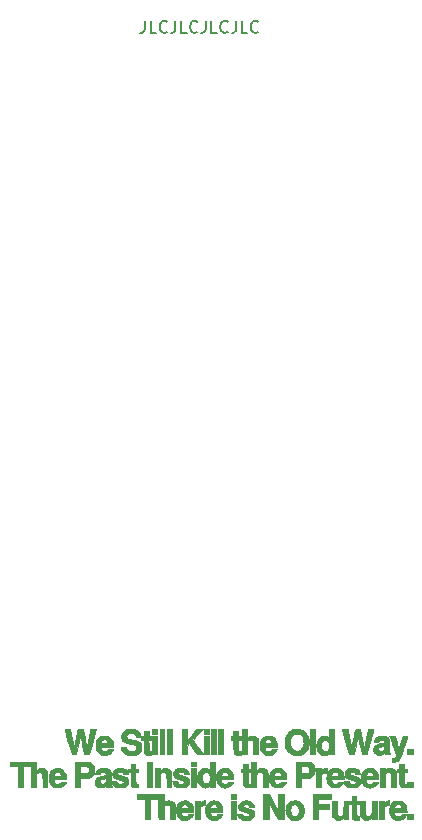
<source format=gto>
G04 #@! TF.FileFunction,Legend,Top*
%FSLAX46Y46*%
G04 Gerber Fmt 4.6, Leading zero omitted, Abs format (unit mm)*
G04 Created by KiCad (PCBNEW 4.0.2-stable) date 2019-08-21 4:48:51 PM*
%MOMM*%
G01*
G04 APERTURE LIST*
%ADD10C,0.200000*%
%ADD11C,0.150000*%
%ADD12C,0.010000*%
G04 APERTURE END LIST*
D10*
D11*
X77780952Y-31352381D02*
X77780952Y-32066667D01*
X77733332Y-32209524D01*
X77638094Y-32304762D01*
X77495237Y-32352381D01*
X77399999Y-32352381D01*
X78733333Y-32352381D02*
X78257142Y-32352381D01*
X78257142Y-31352381D01*
X79638095Y-32257143D02*
X79590476Y-32304762D01*
X79447619Y-32352381D01*
X79352381Y-32352381D01*
X79209523Y-32304762D01*
X79114285Y-32209524D01*
X79066666Y-32114286D01*
X79019047Y-31923810D01*
X79019047Y-31780952D01*
X79066666Y-31590476D01*
X79114285Y-31495238D01*
X79209523Y-31400000D01*
X79352381Y-31352381D01*
X79447619Y-31352381D01*
X79590476Y-31400000D01*
X79638095Y-31447619D01*
X80352381Y-31352381D02*
X80352381Y-32066667D01*
X80304761Y-32209524D01*
X80209523Y-32304762D01*
X80066666Y-32352381D01*
X79971428Y-32352381D01*
X81304762Y-32352381D02*
X80828571Y-32352381D01*
X80828571Y-31352381D01*
X82209524Y-32257143D02*
X82161905Y-32304762D01*
X82019048Y-32352381D01*
X81923810Y-32352381D01*
X81780952Y-32304762D01*
X81685714Y-32209524D01*
X81638095Y-32114286D01*
X81590476Y-31923810D01*
X81590476Y-31780952D01*
X81638095Y-31590476D01*
X81685714Y-31495238D01*
X81780952Y-31400000D01*
X81923810Y-31352381D01*
X82019048Y-31352381D01*
X82161905Y-31400000D01*
X82209524Y-31447619D01*
X82923810Y-31352381D02*
X82923810Y-32066667D01*
X82876190Y-32209524D01*
X82780952Y-32304762D01*
X82638095Y-32352381D01*
X82542857Y-32352381D01*
X83876191Y-32352381D02*
X83400000Y-32352381D01*
X83400000Y-31352381D01*
X84780953Y-32257143D02*
X84733334Y-32304762D01*
X84590477Y-32352381D01*
X84495239Y-32352381D01*
X84352381Y-32304762D01*
X84257143Y-32209524D01*
X84209524Y-32114286D01*
X84161905Y-31923810D01*
X84161905Y-31780952D01*
X84209524Y-31590476D01*
X84257143Y-31495238D01*
X84352381Y-31400000D01*
X84495239Y-31352381D01*
X84590477Y-31352381D01*
X84733334Y-31400000D01*
X84780953Y-31447619D01*
X85495239Y-31352381D02*
X85495239Y-32066667D01*
X85447619Y-32209524D01*
X85352381Y-32304762D01*
X85209524Y-32352381D01*
X85114286Y-32352381D01*
X86447620Y-32352381D02*
X85971429Y-32352381D01*
X85971429Y-31352381D01*
X87352382Y-32257143D02*
X87304763Y-32304762D01*
X87161906Y-32352381D01*
X87066668Y-32352381D01*
X86923810Y-32304762D01*
X86828572Y-32209524D01*
X86780953Y-32114286D01*
X86733334Y-31923810D01*
X86733334Y-31780952D01*
X86780953Y-31590476D01*
X86828572Y-31495238D01*
X86923810Y-31400000D01*
X87066668Y-31352381D01*
X87161906Y-31352381D01*
X87304763Y-31400000D01*
X87352382Y-31447619D01*
D12*
G36*
X81260833Y-97360222D02*
X81313798Y-97368216D01*
X81366816Y-97382690D01*
X81382558Y-97387871D01*
X81518286Y-97449354D01*
X81633817Y-97534530D01*
X81728116Y-97641776D01*
X81800144Y-97769467D01*
X81848866Y-97915978D01*
X81873245Y-98079687D01*
X81876000Y-98160851D01*
X81876000Y-98293250D01*
X80834077Y-98293250D01*
X80844991Y-98384531D01*
X80865335Y-98488505D01*
X80899620Y-98567911D01*
X80950015Y-98627668D01*
X80953558Y-98630703D01*
X81020806Y-98669487D01*
X81101014Y-98688526D01*
X81186849Y-98689080D01*
X81270980Y-98672411D01*
X81346074Y-98639778D01*
X81404799Y-98592443D01*
X81433634Y-98548176D01*
X81455125Y-98499625D01*
X81657625Y-98499625D01*
X81752387Y-98500930D01*
X81818031Y-98504795D01*
X81853594Y-98511137D01*
X81860125Y-98516499D01*
X81850639Y-98553383D01*
X81825464Y-98606294D01*
X81789520Y-98667109D01*
X81747728Y-98727705D01*
X81705008Y-98779957D01*
X81692788Y-98792750D01*
X81580082Y-98885836D01*
X81454316Y-98951959D01*
X81313038Y-98992056D01*
X81153793Y-99007061D01*
X81130508Y-99007215D01*
X81026016Y-99001892D01*
X80935987Y-98985027D01*
X80889467Y-98970855D01*
X80768079Y-98918273D01*
X80669678Y-98849557D01*
X80588901Y-98761750D01*
X80519425Y-98653475D01*
X80470369Y-98537356D01*
X80440028Y-98407418D01*
X80426698Y-98257687D01*
X80425749Y-98190062D01*
X80438056Y-98007500D01*
X80840591Y-98007500D01*
X81451529Y-98007500D01*
X81441984Y-97948683D01*
X81417094Y-97862943D01*
X81374488Y-97785562D01*
X81320046Y-97726162D01*
X81295630Y-97709216D01*
X81227259Y-97683923D01*
X81146313Y-97675272D01*
X81064879Y-97682936D01*
X80995046Y-97706588D01*
X80976602Y-97717849D01*
X80930522Y-97765354D01*
X80889678Y-97834286D01*
X80859652Y-97914323D01*
X80851546Y-97949102D01*
X80840591Y-98007500D01*
X80438056Y-98007500D01*
X80438087Y-98007041D01*
X80473528Y-97845250D01*
X80531945Y-97704934D01*
X80613212Y-97586336D01*
X80717200Y-97489699D01*
X80823976Y-97424704D01*
X80881475Y-97397361D01*
X80927831Y-97379545D01*
X80973542Y-97368875D01*
X81029104Y-97362971D01*
X81105013Y-97359452D01*
X81112862Y-97359182D01*
X81197371Y-97357585D01*
X81260833Y-97360222D01*
X81260833Y-97360222D01*
G37*
X81260833Y-97360222D02*
X81313798Y-97368216D01*
X81366816Y-97382690D01*
X81382558Y-97387871D01*
X81518286Y-97449354D01*
X81633817Y-97534530D01*
X81728116Y-97641776D01*
X81800144Y-97769467D01*
X81848866Y-97915978D01*
X81873245Y-98079687D01*
X81876000Y-98160851D01*
X81876000Y-98293250D01*
X80834077Y-98293250D01*
X80844991Y-98384531D01*
X80865335Y-98488505D01*
X80899620Y-98567911D01*
X80950015Y-98627668D01*
X80953558Y-98630703D01*
X81020806Y-98669487D01*
X81101014Y-98688526D01*
X81186849Y-98689080D01*
X81270980Y-98672411D01*
X81346074Y-98639778D01*
X81404799Y-98592443D01*
X81433634Y-98548176D01*
X81455125Y-98499625D01*
X81657625Y-98499625D01*
X81752387Y-98500930D01*
X81818031Y-98504795D01*
X81853594Y-98511137D01*
X81860125Y-98516499D01*
X81850639Y-98553383D01*
X81825464Y-98606294D01*
X81789520Y-98667109D01*
X81747728Y-98727705D01*
X81705008Y-98779957D01*
X81692788Y-98792750D01*
X81580082Y-98885836D01*
X81454316Y-98951959D01*
X81313038Y-98992056D01*
X81153793Y-99007061D01*
X81130508Y-99007215D01*
X81026016Y-99001892D01*
X80935987Y-98985027D01*
X80889467Y-98970855D01*
X80768079Y-98918273D01*
X80669678Y-98849557D01*
X80588901Y-98761750D01*
X80519425Y-98653475D01*
X80470369Y-98537356D01*
X80440028Y-98407418D01*
X80426698Y-98257687D01*
X80425749Y-98190062D01*
X80438056Y-98007500D01*
X80840591Y-98007500D01*
X81451529Y-98007500D01*
X81441984Y-97948683D01*
X81417094Y-97862943D01*
X81374488Y-97785562D01*
X81320046Y-97726162D01*
X81295630Y-97709216D01*
X81227259Y-97683923D01*
X81146313Y-97675272D01*
X81064879Y-97682936D01*
X80995046Y-97706588D01*
X80976602Y-97717849D01*
X80930522Y-97765354D01*
X80889678Y-97834286D01*
X80859652Y-97914323D01*
X80851546Y-97949102D01*
X80840591Y-98007500D01*
X80438056Y-98007500D01*
X80438087Y-98007041D01*
X80473528Y-97845250D01*
X80531945Y-97704934D01*
X80613212Y-97586336D01*
X80717200Y-97489699D01*
X80823976Y-97424704D01*
X80881475Y-97397361D01*
X80927831Y-97379545D01*
X80973542Y-97368875D01*
X81029104Y-97362971D01*
X81105013Y-97359452D01*
X81112862Y-97359182D01*
X81197371Y-97357585D01*
X81260833Y-97360222D01*
G36*
X83626656Y-97358682D02*
X83644150Y-97359286D01*
X83724115Y-97363536D01*
X83783412Y-97370696D01*
X83833115Y-97383100D01*
X83884301Y-97403086D01*
X83912104Y-97415802D01*
X84040398Y-97492667D01*
X84146550Y-97591727D01*
X84229888Y-97711786D01*
X84289739Y-97851648D01*
X84325431Y-98010116D01*
X84336349Y-98170218D01*
X84336625Y-98293250D01*
X83290370Y-98293250D01*
X83299070Y-98376593D01*
X83311697Y-98441599D01*
X83333857Y-98511882D01*
X83346569Y-98542166D01*
X83393140Y-98613068D01*
X83456260Y-98660051D01*
X83539179Y-98684913D01*
X83614312Y-98690125D01*
X83716155Y-98678297D01*
X83800046Y-98643821D01*
X83862863Y-98588200D01*
X83880691Y-98561602D01*
X83915937Y-98499869D01*
X84322889Y-98499625D01*
X84312085Y-98535343D01*
X84261407Y-98650675D01*
X84184271Y-98756999D01*
X84085649Y-98849787D01*
X83970515Y-98924509D01*
X83843842Y-98976638D01*
X83820132Y-98983290D01*
X83746391Y-98996344D01*
X83654707Y-99003765D01*
X83557385Y-99005348D01*
X83466732Y-99000885D01*
X83395966Y-98990389D01*
X83270398Y-98944989D01*
X83158319Y-98872662D01*
X83062149Y-98776242D01*
X82984306Y-98658557D01*
X82927208Y-98522441D01*
X82899270Y-98408931D01*
X82882969Y-98296500D01*
X82877980Y-98195950D01*
X82884345Y-98093125D01*
X82896910Y-98007500D01*
X83301216Y-98007500D01*
X83911533Y-98007500D01*
X83900503Y-97948707D01*
X83873579Y-97863182D01*
X83829272Y-97786220D01*
X83773057Y-97724865D01*
X83710408Y-97686157D01*
X83691730Y-97680152D01*
X83628584Y-97673548D01*
X83555598Y-97679278D01*
X83486507Y-97695258D01*
X83435626Y-97718989D01*
X83388935Y-97767127D01*
X83348131Y-97836570D01*
X83318857Y-97916874D01*
X83311947Y-97947968D01*
X83301216Y-98007500D01*
X82896910Y-98007500D01*
X82900532Y-97982821D01*
X82941284Y-97824353D01*
X83004097Y-97686056D01*
X83087717Y-97569472D01*
X83190893Y-97476144D01*
X83312371Y-97407616D01*
X83390150Y-97380003D01*
X83456588Y-97365385D01*
X83531993Y-97358558D01*
X83626656Y-97358682D01*
X83626656Y-97358682D01*
G37*
X83626656Y-97358682D02*
X83644150Y-97359286D01*
X83724115Y-97363536D01*
X83783412Y-97370696D01*
X83833115Y-97383100D01*
X83884301Y-97403086D01*
X83912104Y-97415802D01*
X84040398Y-97492667D01*
X84146550Y-97591727D01*
X84229888Y-97711786D01*
X84289739Y-97851648D01*
X84325431Y-98010116D01*
X84336349Y-98170218D01*
X84336625Y-98293250D01*
X83290370Y-98293250D01*
X83299070Y-98376593D01*
X83311697Y-98441599D01*
X83333857Y-98511882D01*
X83346569Y-98542166D01*
X83393140Y-98613068D01*
X83456260Y-98660051D01*
X83539179Y-98684913D01*
X83614312Y-98690125D01*
X83716155Y-98678297D01*
X83800046Y-98643821D01*
X83862863Y-98588200D01*
X83880691Y-98561602D01*
X83915937Y-98499869D01*
X84322889Y-98499625D01*
X84312085Y-98535343D01*
X84261407Y-98650675D01*
X84184271Y-98756999D01*
X84085649Y-98849787D01*
X83970515Y-98924509D01*
X83843842Y-98976638D01*
X83820132Y-98983290D01*
X83746391Y-98996344D01*
X83654707Y-99003765D01*
X83557385Y-99005348D01*
X83466732Y-99000885D01*
X83395966Y-98990389D01*
X83270398Y-98944989D01*
X83158319Y-98872662D01*
X83062149Y-98776242D01*
X82984306Y-98658557D01*
X82927208Y-98522441D01*
X82899270Y-98408931D01*
X82882969Y-98296500D01*
X82877980Y-98195950D01*
X82884345Y-98093125D01*
X82896910Y-98007500D01*
X83301216Y-98007500D01*
X83911533Y-98007500D01*
X83900503Y-97948707D01*
X83873579Y-97863182D01*
X83829272Y-97786220D01*
X83773057Y-97724865D01*
X83710408Y-97686157D01*
X83691730Y-97680152D01*
X83628584Y-97673548D01*
X83555598Y-97679278D01*
X83486507Y-97695258D01*
X83435626Y-97718989D01*
X83388935Y-97767127D01*
X83348131Y-97836570D01*
X83318857Y-97916874D01*
X83311947Y-97947968D01*
X83301216Y-98007500D01*
X82896910Y-98007500D01*
X82900532Y-97982821D01*
X82941284Y-97824353D01*
X83004097Y-97686056D01*
X83087717Y-97569472D01*
X83190893Y-97476144D01*
X83312371Y-97407616D01*
X83390150Y-97380003D01*
X83456588Y-97365385D01*
X83531993Y-97358558D01*
X83626656Y-97358682D01*
G36*
X86434771Y-97360693D02*
X86511950Y-97369382D01*
X86525423Y-97372055D01*
X86659450Y-97415024D01*
X86773604Y-97479690D01*
X86865724Y-97563953D01*
X86933646Y-97665712D01*
X86975207Y-97782869D01*
X86981281Y-97814673D01*
X86991807Y-97880500D01*
X86593397Y-97880500D01*
X86583191Y-97834032D01*
X86554913Y-97774556D01*
X86502559Y-97727638D01*
X86431915Y-97695040D01*
X86348762Y-97678526D01*
X86258884Y-97679857D01*
X86168064Y-97700796D01*
X86158007Y-97704470D01*
X86110304Y-97735803D01*
X86079529Y-97781843D01*
X86071990Y-97832312D01*
X86073752Y-97841742D01*
X86080594Y-97860020D01*
X86093579Y-97876405D01*
X86116238Y-97892368D01*
X86152103Y-97909379D01*
X86204705Y-97928906D01*
X86277576Y-97952419D01*
X86374246Y-97981387D01*
X86489750Y-98014841D01*
X86586349Y-98043761D01*
X86677551Y-98073224D01*
X86756863Y-98100968D01*
X86817787Y-98124731D01*
X86851262Y-98140689D01*
X86931638Y-98205023D01*
X86988705Y-98287743D01*
X87021456Y-98384632D01*
X87028880Y-98491476D01*
X87009970Y-98604059D01*
X86981027Y-98682911D01*
X86920631Y-98786694D01*
X86841538Y-98868962D01*
X86740584Y-98932188D01*
X86614607Y-98978841D01*
X86595743Y-98983944D01*
X86523739Y-98996460D01*
X86430453Y-99003787D01*
X86325928Y-99005927D01*
X86220205Y-99002885D01*
X86123327Y-98994664D01*
X86056160Y-98983764D01*
X85918127Y-98941606D01*
X85804251Y-98880829D01*
X85715429Y-98802285D01*
X85652559Y-98706827D01*
X85616541Y-98595307D01*
X85611456Y-98561887D01*
X85602202Y-98483750D01*
X86002014Y-98483750D01*
X86033115Y-98554060D01*
X86063184Y-98607181D01*
X86102165Y-98643801D01*
X86155823Y-98666530D01*
X86229917Y-98677974D01*
X86313062Y-98680778D01*
X86424589Y-98674509D01*
X86509142Y-98654624D01*
X86568780Y-98620365D01*
X86604520Y-98573209D01*
X86617235Y-98537879D01*
X86611255Y-98510130D01*
X86595158Y-98485896D01*
X86582339Y-98470863D01*
X86565204Y-98456792D01*
X86540317Y-98442344D01*
X86504241Y-98426178D01*
X86453540Y-98406956D01*
X86384777Y-98383337D01*
X86294517Y-98353981D01*
X86179322Y-98317549D01*
X86098750Y-98292341D01*
X86002918Y-98262138D01*
X85931967Y-98238539D01*
X85880387Y-98218955D01*
X85842667Y-98200795D01*
X85813299Y-98181470D01*
X85786773Y-98158390D01*
X85762904Y-98134459D01*
X85715880Y-98080276D01*
X85687192Y-98029537D01*
X85668946Y-97968746D01*
X85657885Y-97850707D01*
X85676271Y-97736541D01*
X85721804Y-97630230D01*
X85792180Y-97535756D01*
X85885097Y-97457099D01*
X85998253Y-97398241D01*
X85998962Y-97397966D01*
X86061084Y-97381309D01*
X86145234Y-97368785D01*
X86241905Y-97360862D01*
X86341587Y-97358009D01*
X86434771Y-97360693D01*
X86434771Y-97360693D01*
G37*
X86434771Y-97360693D02*
X86511950Y-97369382D01*
X86525423Y-97372055D01*
X86659450Y-97415024D01*
X86773604Y-97479690D01*
X86865724Y-97563953D01*
X86933646Y-97665712D01*
X86975207Y-97782869D01*
X86981281Y-97814673D01*
X86991807Y-97880500D01*
X86593397Y-97880500D01*
X86583191Y-97834032D01*
X86554913Y-97774556D01*
X86502559Y-97727638D01*
X86431915Y-97695040D01*
X86348762Y-97678526D01*
X86258884Y-97679857D01*
X86168064Y-97700796D01*
X86158007Y-97704470D01*
X86110304Y-97735803D01*
X86079529Y-97781843D01*
X86071990Y-97832312D01*
X86073752Y-97841742D01*
X86080594Y-97860020D01*
X86093579Y-97876405D01*
X86116238Y-97892368D01*
X86152103Y-97909379D01*
X86204705Y-97928906D01*
X86277576Y-97952419D01*
X86374246Y-97981387D01*
X86489750Y-98014841D01*
X86586349Y-98043761D01*
X86677551Y-98073224D01*
X86756863Y-98100968D01*
X86817787Y-98124731D01*
X86851262Y-98140689D01*
X86931638Y-98205023D01*
X86988705Y-98287743D01*
X87021456Y-98384632D01*
X87028880Y-98491476D01*
X87009970Y-98604059D01*
X86981027Y-98682911D01*
X86920631Y-98786694D01*
X86841538Y-98868962D01*
X86740584Y-98932188D01*
X86614607Y-98978841D01*
X86595743Y-98983944D01*
X86523739Y-98996460D01*
X86430453Y-99003787D01*
X86325928Y-99005927D01*
X86220205Y-99002885D01*
X86123327Y-98994664D01*
X86056160Y-98983764D01*
X85918127Y-98941606D01*
X85804251Y-98880829D01*
X85715429Y-98802285D01*
X85652559Y-98706827D01*
X85616541Y-98595307D01*
X85611456Y-98561887D01*
X85602202Y-98483750D01*
X86002014Y-98483750D01*
X86033115Y-98554060D01*
X86063184Y-98607181D01*
X86102165Y-98643801D01*
X86155823Y-98666530D01*
X86229917Y-98677974D01*
X86313062Y-98680778D01*
X86424589Y-98674509D01*
X86509142Y-98654624D01*
X86568780Y-98620365D01*
X86604520Y-98573209D01*
X86617235Y-98537879D01*
X86611255Y-98510130D01*
X86595158Y-98485896D01*
X86582339Y-98470863D01*
X86565204Y-98456792D01*
X86540317Y-98442344D01*
X86504241Y-98426178D01*
X86453540Y-98406956D01*
X86384777Y-98383337D01*
X86294517Y-98353981D01*
X86179322Y-98317549D01*
X86098750Y-98292341D01*
X86002918Y-98262138D01*
X85931967Y-98238539D01*
X85880387Y-98218955D01*
X85842667Y-98200795D01*
X85813299Y-98181470D01*
X85786773Y-98158390D01*
X85762904Y-98134459D01*
X85715880Y-98080276D01*
X85687192Y-98029537D01*
X85668946Y-97968746D01*
X85657885Y-97850707D01*
X85676271Y-97736541D01*
X85721804Y-97630230D01*
X85792180Y-97535756D01*
X85885097Y-97457099D01*
X85998253Y-97398241D01*
X85998962Y-97397966D01*
X86061084Y-97381309D01*
X86145234Y-97368785D01*
X86241905Y-97360862D01*
X86341587Y-97358009D01*
X86434771Y-97360693D01*
G36*
X90494700Y-97360509D02*
X90646511Y-97375440D01*
X90774941Y-97408038D01*
X90884327Y-97460488D01*
X90979010Y-97534977D01*
X91063328Y-97633693D01*
X91077900Y-97654437D01*
X91143564Y-97770924D01*
X91188563Y-97900175D01*
X91214672Y-98048048D01*
X91220972Y-98126562D01*
X91218135Y-98302978D01*
X91190296Y-98463536D01*
X91138446Y-98606680D01*
X91063575Y-98730851D01*
X90966674Y-98834494D01*
X90848734Y-98916050D01*
X90710744Y-98973961D01*
X90675618Y-98983944D01*
X90592639Y-98998320D01*
X90491573Y-99005138D01*
X90384971Y-99004436D01*
X90285383Y-98996253D01*
X90212036Y-98982502D01*
X90073616Y-98929744D01*
X89953441Y-98851393D01*
X89852665Y-98748613D01*
X89772443Y-98622567D01*
X89716399Y-98482593D01*
X89697635Y-98411893D01*
X89686289Y-98341421D01*
X89680884Y-98259347D01*
X89679845Y-98190062D01*
X89681868Y-98147419D01*
X90093919Y-98147419D01*
X90096118Y-98244305D01*
X90105744Y-98333910D01*
X90120938Y-98399260D01*
X90168852Y-98502965D01*
X90233086Y-98583890D01*
X90310241Y-98640240D01*
X90396920Y-98670219D01*
X90489724Y-98672032D01*
X90584560Y-98644201D01*
X90657906Y-98595183D01*
X90721935Y-98522111D01*
X90770341Y-98432538D01*
X90777765Y-98412815D01*
X90795800Y-98335267D01*
X90805023Y-98239113D01*
X90805444Y-98136246D01*
X90797076Y-98038558D01*
X90779927Y-97957944D01*
X90777356Y-97950202D01*
X90741925Y-97875250D01*
X90692220Y-97804450D01*
X90635624Y-97746766D01*
X90580942Y-97711746D01*
X90502163Y-97692516D01*
X90414404Y-97692437D01*
X90331947Y-97710773D01*
X90297687Y-97726326D01*
X90239396Y-97772400D01*
X90183540Y-97839424D01*
X90137656Y-97917011D01*
X90112769Y-97981189D01*
X90099389Y-98055598D01*
X90093919Y-98147419D01*
X89681868Y-98147419D01*
X89687530Y-98028113D01*
X89712397Y-97888875D01*
X89756174Y-97767325D01*
X89820585Y-97658441D01*
X89891792Y-97573206D01*
X89986934Y-97487073D01*
X90088468Y-97424504D01*
X90201531Y-97383687D01*
X90331264Y-97362808D01*
X90482803Y-97360055D01*
X90494700Y-97360509D01*
X90494700Y-97360509D01*
G37*
X90494700Y-97360509D02*
X90646511Y-97375440D01*
X90774941Y-97408038D01*
X90884327Y-97460488D01*
X90979010Y-97534977D01*
X91063328Y-97633693D01*
X91077900Y-97654437D01*
X91143564Y-97770924D01*
X91188563Y-97900175D01*
X91214672Y-98048048D01*
X91220972Y-98126562D01*
X91218135Y-98302978D01*
X91190296Y-98463536D01*
X91138446Y-98606680D01*
X91063575Y-98730851D01*
X90966674Y-98834494D01*
X90848734Y-98916050D01*
X90710744Y-98973961D01*
X90675618Y-98983944D01*
X90592639Y-98998320D01*
X90491573Y-99005138D01*
X90384971Y-99004436D01*
X90285383Y-98996253D01*
X90212036Y-98982502D01*
X90073616Y-98929744D01*
X89953441Y-98851393D01*
X89852665Y-98748613D01*
X89772443Y-98622567D01*
X89716399Y-98482593D01*
X89697635Y-98411893D01*
X89686289Y-98341421D01*
X89680884Y-98259347D01*
X89679845Y-98190062D01*
X89681868Y-98147419D01*
X90093919Y-98147419D01*
X90096118Y-98244305D01*
X90105744Y-98333910D01*
X90120938Y-98399260D01*
X90168852Y-98502965D01*
X90233086Y-98583890D01*
X90310241Y-98640240D01*
X90396920Y-98670219D01*
X90489724Y-98672032D01*
X90584560Y-98644201D01*
X90657906Y-98595183D01*
X90721935Y-98522111D01*
X90770341Y-98432538D01*
X90777765Y-98412815D01*
X90795800Y-98335267D01*
X90805023Y-98239113D01*
X90805444Y-98136246D01*
X90797076Y-98038558D01*
X90779927Y-97957944D01*
X90777356Y-97950202D01*
X90741925Y-97875250D01*
X90692220Y-97804450D01*
X90635624Y-97746766D01*
X90580942Y-97711746D01*
X90502163Y-97692516D01*
X90414404Y-97692437D01*
X90331947Y-97710773D01*
X90297687Y-97726326D01*
X90239396Y-97772400D01*
X90183540Y-97839424D01*
X90137656Y-97917011D01*
X90112769Y-97981189D01*
X90099389Y-98055598D01*
X90093919Y-98147419D01*
X89681868Y-98147419D01*
X89687530Y-98028113D01*
X89712397Y-97888875D01*
X89756174Y-97767325D01*
X89820585Y-97658441D01*
X89891792Y-97573206D01*
X89986934Y-97487073D01*
X90088468Y-97424504D01*
X90201531Y-97383687D01*
X90331264Y-97362808D01*
X90482803Y-97360055D01*
X90494700Y-97360509D01*
G36*
X94020399Y-97924156D02*
X94020539Y-98073136D01*
X94021048Y-98193766D01*
X94022082Y-98289446D01*
X94023797Y-98363576D01*
X94026348Y-98419555D01*
X94029891Y-98460783D01*
X94034583Y-98490661D01*
X94040579Y-98512586D01*
X94048035Y-98529959D01*
X94048180Y-98530246D01*
X94086641Y-98588876D01*
X94134638Y-98625965D01*
X94199076Y-98645085D01*
X94279564Y-98649868D01*
X94370974Y-98643380D01*
X94440844Y-98622539D01*
X94497525Y-98583708D01*
X94539460Y-98536620D01*
X94583937Y-98478332D01*
X94593047Y-97372500D01*
X95004625Y-97372500D01*
X95004625Y-98944125D01*
X94591875Y-98944125D01*
X94591875Y-98782868D01*
X94521371Y-98853371D01*
X94444280Y-98920021D01*
X94364859Y-98964571D01*
X94274134Y-98990671D01*
X94163132Y-99001971D01*
X94155312Y-99002269D01*
X94062511Y-99002099D01*
X93987171Y-98995060D01*
X93948937Y-98986312D01*
X93836720Y-98937105D01*
X93748392Y-98869832D01*
X93679355Y-98780453D01*
X93648989Y-98722681D01*
X93640629Y-98703376D01*
X93633753Y-98682903D01*
X93628189Y-98658031D01*
X93623762Y-98625529D01*
X93620298Y-98582164D01*
X93617625Y-98524706D01*
X93615568Y-98449923D01*
X93613954Y-98354583D01*
X93612608Y-98235455D01*
X93611358Y-98089307D01*
X93610763Y-98011468D01*
X93605963Y-97372500D01*
X94020375Y-97372500D01*
X94020399Y-97924156D01*
X94020399Y-97924156D01*
G37*
X94020399Y-97924156D02*
X94020539Y-98073136D01*
X94021048Y-98193766D01*
X94022082Y-98289446D01*
X94023797Y-98363576D01*
X94026348Y-98419555D01*
X94029891Y-98460783D01*
X94034583Y-98490661D01*
X94040579Y-98512586D01*
X94048035Y-98529959D01*
X94048180Y-98530246D01*
X94086641Y-98588876D01*
X94134638Y-98625965D01*
X94199076Y-98645085D01*
X94279564Y-98649868D01*
X94370974Y-98643380D01*
X94440844Y-98622539D01*
X94497525Y-98583708D01*
X94539460Y-98536620D01*
X94583937Y-98478332D01*
X94593047Y-97372500D01*
X95004625Y-97372500D01*
X95004625Y-98944125D01*
X94591875Y-98944125D01*
X94591875Y-98782868D01*
X94521371Y-98853371D01*
X94444280Y-98920021D01*
X94364859Y-98964571D01*
X94274134Y-98990671D01*
X94163132Y-99001971D01*
X94155312Y-99002269D01*
X94062511Y-99002099D01*
X93987171Y-98995060D01*
X93948937Y-98986312D01*
X93836720Y-98937105D01*
X93748392Y-98869832D01*
X93679355Y-98780453D01*
X93648989Y-98722681D01*
X93640629Y-98703376D01*
X93633753Y-98682903D01*
X93628189Y-98658031D01*
X93623762Y-98625529D01*
X93620298Y-98582164D01*
X93617625Y-98524706D01*
X93615568Y-98449923D01*
X93613954Y-98354583D01*
X93612608Y-98235455D01*
X93611358Y-98089307D01*
X93610763Y-98011468D01*
X93605963Y-97372500D01*
X94020375Y-97372500D01*
X94020399Y-97924156D01*
G36*
X95687250Y-97404250D02*
X95909500Y-97404250D01*
X95909500Y-97690000D01*
X95687250Y-97690000D01*
X95687250Y-98159356D01*
X95687819Y-98304905D01*
X95689481Y-98428485D01*
X95692167Y-98527990D01*
X95695807Y-98601316D01*
X95700332Y-98646361D01*
X95703683Y-98659418D01*
X95719240Y-98677283D01*
X95747056Y-98686694D01*
X95795573Y-98689983D01*
X95814808Y-98690125D01*
X95909500Y-98690125D01*
X95909500Y-98832063D01*
X95907230Y-98913385D01*
X95900503Y-98965124D01*
X95890426Y-98985789D01*
X95867370Y-98991208D01*
X95820143Y-98996546D01*
X95756318Y-99001086D01*
X95703895Y-99003473D01*
X95625905Y-99005484D01*
X95570728Y-99004235D01*
X95529498Y-98998563D01*
X95493346Y-98987302D01*
X95457062Y-98971060D01*
X95389639Y-98933307D01*
X95343902Y-98892347D01*
X95310407Y-98838744D01*
X95298917Y-98813085D01*
X95292082Y-98792106D01*
X95286605Y-98763123D01*
X95282348Y-98722774D01*
X95279172Y-98667699D01*
X95276938Y-98594538D01*
X95275508Y-98499928D01*
X95274741Y-98380510D01*
X95274500Y-98232922D01*
X95274500Y-97690000D01*
X95068125Y-97690000D01*
X95068125Y-97404250D01*
X95274500Y-97404250D01*
X95274500Y-96991500D01*
X95687250Y-96991500D01*
X95687250Y-97404250D01*
X95687250Y-97404250D01*
G37*
X95687250Y-97404250D02*
X95909500Y-97404250D01*
X95909500Y-97690000D01*
X95687250Y-97690000D01*
X95687250Y-98159356D01*
X95687819Y-98304905D01*
X95689481Y-98428485D01*
X95692167Y-98527990D01*
X95695807Y-98601316D01*
X95700332Y-98646361D01*
X95703683Y-98659418D01*
X95719240Y-98677283D01*
X95747056Y-98686694D01*
X95795573Y-98689983D01*
X95814808Y-98690125D01*
X95909500Y-98690125D01*
X95909500Y-98832063D01*
X95907230Y-98913385D01*
X95900503Y-98965124D01*
X95890426Y-98985789D01*
X95867370Y-98991208D01*
X95820143Y-98996546D01*
X95756318Y-99001086D01*
X95703895Y-99003473D01*
X95625905Y-99005484D01*
X95570728Y-99004235D01*
X95529498Y-98998563D01*
X95493346Y-98987302D01*
X95457062Y-98971060D01*
X95389639Y-98933307D01*
X95343902Y-98892347D01*
X95310407Y-98838744D01*
X95298917Y-98813085D01*
X95292082Y-98792106D01*
X95286605Y-98763123D01*
X95282348Y-98722774D01*
X95279172Y-98667699D01*
X95276938Y-98594538D01*
X95275508Y-98499928D01*
X95274741Y-98380510D01*
X95274500Y-98232922D01*
X95274500Y-97690000D01*
X95068125Y-97690000D01*
X95068125Y-97404250D01*
X95274500Y-97404250D01*
X95274500Y-96991500D01*
X95687250Y-96991500D01*
X95687250Y-97404250D01*
G36*
X96404837Y-97932093D02*
X96406177Y-98080802D01*
X96407565Y-98201167D01*
X96409205Y-98296596D01*
X96411303Y-98370496D01*
X96414063Y-98426272D01*
X96417691Y-98467333D01*
X96422391Y-98497083D01*
X96428369Y-98518931D01*
X96435829Y-98536282D01*
X96441852Y-98547250D01*
X96491972Y-98604478D01*
X96559322Y-98640914D01*
X96637581Y-98657054D01*
X96720425Y-98653395D01*
X96801530Y-98630435D01*
X96874573Y-98588671D01*
X96933232Y-98528598D01*
X96946801Y-98507562D01*
X96952765Y-98482701D01*
X96958066Y-98429443D01*
X96962735Y-98347113D01*
X96966803Y-98235033D01*
X96970300Y-98092528D01*
X96973125Y-97928125D01*
X96981062Y-97380437D01*
X97393812Y-97380437D01*
X97393812Y-98936187D01*
X96981062Y-98936187D01*
X96976363Y-98864202D01*
X96971664Y-98792216D01*
X96903381Y-98857643D01*
X96822759Y-98924194D01*
X96739667Y-98968283D01*
X96644918Y-98993562D01*
X96536562Y-99003451D01*
X96450268Y-99004012D01*
X96383839Y-98997928D01*
X96325850Y-98983942D01*
X96309628Y-98978459D01*
X96214151Y-98934147D01*
X96139132Y-98873919D01*
X96077496Y-98791371D01*
X96052375Y-98745499D01*
X95996812Y-98635409D01*
X95991855Y-98003954D01*
X95986898Y-97372500D01*
X96400111Y-97372500D01*
X96404837Y-97932093D01*
X96404837Y-97932093D01*
G37*
X96404837Y-97932093D02*
X96406177Y-98080802D01*
X96407565Y-98201167D01*
X96409205Y-98296596D01*
X96411303Y-98370496D01*
X96414063Y-98426272D01*
X96417691Y-98467333D01*
X96422391Y-98497083D01*
X96428369Y-98518931D01*
X96435829Y-98536282D01*
X96441852Y-98547250D01*
X96491972Y-98604478D01*
X96559322Y-98640914D01*
X96637581Y-98657054D01*
X96720425Y-98653395D01*
X96801530Y-98630435D01*
X96874573Y-98588671D01*
X96933232Y-98528598D01*
X96946801Y-98507562D01*
X96952765Y-98482701D01*
X96958066Y-98429443D01*
X96962735Y-98347113D01*
X96966803Y-98235033D01*
X96970300Y-98092528D01*
X96973125Y-97928125D01*
X96981062Y-97380437D01*
X97393812Y-97380437D01*
X97393812Y-98936187D01*
X96981062Y-98936187D01*
X96976363Y-98864202D01*
X96971664Y-98792216D01*
X96903381Y-98857643D01*
X96822759Y-98924194D01*
X96739667Y-98968283D01*
X96644918Y-98993562D01*
X96536562Y-99003451D01*
X96450268Y-99004012D01*
X96383839Y-98997928D01*
X96325850Y-98983942D01*
X96309628Y-98978459D01*
X96214151Y-98934147D01*
X96139132Y-98873919D01*
X96077496Y-98791371D01*
X96052375Y-98745499D01*
X95996812Y-98635409D01*
X95991855Y-98003954D01*
X95986898Y-97372500D01*
X96400111Y-97372500D01*
X96404837Y-97932093D01*
G36*
X99272583Y-97364867D02*
X99333931Y-97366681D01*
X99379365Y-97371355D01*
X99416804Y-97380237D01*
X99454167Y-97394677D01*
X99499371Y-97416026D01*
X99504750Y-97418652D01*
X99627020Y-97492891D01*
X99727062Y-97585967D01*
X99805733Y-97699382D01*
X99863892Y-97834637D01*
X99902397Y-97993233D01*
X99920162Y-98145320D01*
X99930561Y-98293250D01*
X98873683Y-98293250D01*
X98882840Y-98381980D01*
X98900715Y-98469084D01*
X98933389Y-98550676D01*
X98976261Y-98617074D01*
X99009899Y-98649344D01*
X99049799Y-98669760D01*
X99105652Y-98681825D01*
X99168649Y-98686871D01*
X99277958Y-98680516D01*
X99366907Y-98650227D01*
X99436475Y-98595581D01*
X99464190Y-98559156D01*
X99502569Y-98499625D01*
X99910426Y-98499625D01*
X99885566Y-98559156D01*
X99813651Y-98694610D01*
X99720845Y-98806224D01*
X99606820Y-98894281D01*
X99471244Y-98959066D01*
X99390993Y-98983944D01*
X99297086Y-99000259D01*
X99189069Y-99006277D01*
X99079566Y-99002187D01*
X98981197Y-98988179D01*
X98939027Y-98977163D01*
X98842995Y-98939845D01*
X98763690Y-98891920D01*
X98688208Y-98825142D01*
X98667789Y-98803859D01*
X98594885Y-98714274D01*
X98540859Y-98619006D01*
X98503460Y-98511787D01*
X98480436Y-98386348D01*
X98470180Y-98253562D01*
X98473801Y-98064463D01*
X98483001Y-98007500D01*
X98881499Y-98007500D01*
X99494277Y-98007500D01*
X99486316Y-97971781D01*
X99453522Y-97860238D01*
X99409939Y-97777011D01*
X99353197Y-97719801D01*
X99280929Y-97686311D01*
X99190765Y-97674243D01*
X99179471Y-97674125D01*
X99089409Y-97685096D01*
X99017169Y-97719208D01*
X98960877Y-97778254D01*
X98918657Y-97864029D01*
X98895315Y-97946012D01*
X98881499Y-98007500D01*
X98483001Y-98007500D01*
X98501017Y-97895960D01*
X98551704Y-97748312D01*
X98625736Y-97621777D01*
X98722988Y-97516614D01*
X98843335Y-97433082D01*
X98874734Y-97416727D01*
X98919460Y-97395351D01*
X98956354Y-97380791D01*
X98993252Y-97371739D01*
X99037992Y-97366889D01*
X99098407Y-97364932D01*
X99182335Y-97364562D01*
X99187405Y-97364562D01*
X99272583Y-97364867D01*
X99272583Y-97364867D01*
G37*
X99272583Y-97364867D02*
X99333931Y-97366681D01*
X99379365Y-97371355D01*
X99416804Y-97380237D01*
X99454167Y-97394677D01*
X99499371Y-97416026D01*
X99504750Y-97418652D01*
X99627020Y-97492891D01*
X99727062Y-97585967D01*
X99805733Y-97699382D01*
X99863892Y-97834637D01*
X99902397Y-97993233D01*
X99920162Y-98145320D01*
X99930561Y-98293250D01*
X98873683Y-98293250D01*
X98882840Y-98381980D01*
X98900715Y-98469084D01*
X98933389Y-98550676D01*
X98976261Y-98617074D01*
X99009899Y-98649344D01*
X99049799Y-98669760D01*
X99105652Y-98681825D01*
X99168649Y-98686871D01*
X99277958Y-98680516D01*
X99366907Y-98650227D01*
X99436475Y-98595581D01*
X99464190Y-98559156D01*
X99502569Y-98499625D01*
X99910426Y-98499625D01*
X99885566Y-98559156D01*
X99813651Y-98694610D01*
X99720845Y-98806224D01*
X99606820Y-98894281D01*
X99471244Y-98959066D01*
X99390993Y-98983944D01*
X99297086Y-99000259D01*
X99189069Y-99006277D01*
X99079566Y-99002187D01*
X98981197Y-98988179D01*
X98939027Y-98977163D01*
X98842995Y-98939845D01*
X98763690Y-98891920D01*
X98688208Y-98825142D01*
X98667789Y-98803859D01*
X98594885Y-98714274D01*
X98540859Y-98619006D01*
X98503460Y-98511787D01*
X98480436Y-98386348D01*
X98470180Y-98253562D01*
X98473801Y-98064463D01*
X98483001Y-98007500D01*
X98881499Y-98007500D01*
X99494277Y-98007500D01*
X99486316Y-97971781D01*
X99453522Y-97860238D01*
X99409939Y-97777011D01*
X99353197Y-97719801D01*
X99280929Y-97686311D01*
X99190765Y-97674243D01*
X99179471Y-97674125D01*
X99089409Y-97685096D01*
X99017169Y-97719208D01*
X98960877Y-97778254D01*
X98918657Y-97864029D01*
X98895315Y-97946012D01*
X98881499Y-98007500D01*
X98483001Y-98007500D01*
X98501017Y-97895960D01*
X98551704Y-97748312D01*
X98625736Y-97621777D01*
X98722988Y-97516614D01*
X98843335Y-97433082D01*
X98874734Y-97416727D01*
X98919460Y-97395351D01*
X98956354Y-97380791D01*
X98993252Y-97371739D01*
X99037992Y-97366889D01*
X99098407Y-97364932D01*
X99182335Y-97364562D01*
X99187405Y-97364562D01*
X99272583Y-97364867D01*
G36*
X78843875Y-97197875D02*
X78224750Y-97197875D01*
X78224750Y-98944125D01*
X78013083Y-98944125D01*
X77934106Y-98943371D01*
X77866872Y-98941309D01*
X77817595Y-98938233D01*
X77792491Y-98934439D01*
X77790833Y-98933541D01*
X77788840Y-98916113D01*
X77786970Y-98869866D01*
X77785258Y-98797730D01*
X77783739Y-98702636D01*
X77782449Y-98587515D01*
X77781424Y-98455298D01*
X77780698Y-98308915D01*
X77780308Y-98151298D01*
X77780250Y-98060416D01*
X77780250Y-97197875D01*
X77145250Y-97197875D01*
X77145250Y-96832750D01*
X78843875Y-96832750D01*
X78843875Y-97197875D01*
X78843875Y-97197875D01*
G37*
X78843875Y-97197875D02*
X78224750Y-97197875D01*
X78224750Y-98944125D01*
X78013083Y-98944125D01*
X77934106Y-98943371D01*
X77866872Y-98941309D01*
X77817595Y-98938233D01*
X77792491Y-98934439D01*
X77790833Y-98933541D01*
X77788840Y-98916113D01*
X77786970Y-98869866D01*
X77785258Y-98797730D01*
X77783739Y-98702636D01*
X77782449Y-98587515D01*
X77781424Y-98455298D01*
X77780698Y-98308915D01*
X77780308Y-98151298D01*
X77780250Y-98060416D01*
X77780250Y-97197875D01*
X77145250Y-97197875D01*
X77145250Y-96832750D01*
X78843875Y-96832750D01*
X78843875Y-97197875D01*
G36*
X79351875Y-97578966D02*
X79406587Y-97518406D01*
X79495357Y-97440402D01*
X79597984Y-97389075D01*
X79717917Y-97362865D01*
X79757941Y-97359660D01*
X79896440Y-97364512D01*
X80017147Y-97394084D01*
X80118815Y-97447753D01*
X80200197Y-97524899D01*
X80251087Y-97605581D01*
X80296437Y-97697937D01*
X80306071Y-98944125D01*
X79891625Y-98944125D01*
X79891276Y-98416281D01*
X79891067Y-98271587D01*
X79890527Y-98155033D01*
X79889464Y-98063007D01*
X79887692Y-97991897D01*
X79885019Y-97938095D01*
X79881257Y-97897988D01*
X79876216Y-97867965D01*
X79869708Y-97844417D01*
X79861542Y-97823732D01*
X79860034Y-97820371D01*
X79818729Y-97760253D01*
X79758371Y-97722852D01*
X79676344Y-97706758D01*
X79647105Y-97705875D01*
X79557828Y-97715779D01*
X79484929Y-97747804D01*
X79441738Y-97782291D01*
X79417998Y-97805270D01*
X79398857Y-97826990D01*
X79383820Y-97851005D01*
X79372392Y-97880870D01*
X79364077Y-97920140D01*
X79358381Y-97972370D01*
X79354808Y-98041114D01*
X79352863Y-98129928D01*
X79352051Y-98242365D01*
X79351876Y-98381981D01*
X79351875Y-98427399D01*
X79351875Y-98944125D01*
X79145001Y-98944125D01*
X79052321Y-98943157D01*
X78988055Y-98940050D01*
X78948921Y-98934502D01*
X78931636Y-98926208D01*
X78930544Y-98924281D01*
X78929297Y-98905354D01*
X78928237Y-98857382D01*
X78927375Y-98783068D01*
X78926718Y-98685118D01*
X78926277Y-98566234D01*
X78926059Y-98429122D01*
X78926074Y-98276485D01*
X78926330Y-98111027D01*
X78926837Y-97935453D01*
X78927074Y-97872562D01*
X78931187Y-96840687D01*
X79141531Y-96836257D01*
X79351875Y-96831828D01*
X79351875Y-97578966D01*
X79351875Y-97578966D01*
G37*
X79351875Y-97578966D02*
X79406587Y-97518406D01*
X79495357Y-97440402D01*
X79597984Y-97389075D01*
X79717917Y-97362865D01*
X79757941Y-97359660D01*
X79896440Y-97364512D01*
X80017147Y-97394084D01*
X80118815Y-97447753D01*
X80200197Y-97524899D01*
X80251087Y-97605581D01*
X80296437Y-97697937D01*
X80306071Y-98944125D01*
X79891625Y-98944125D01*
X79891276Y-98416281D01*
X79891067Y-98271587D01*
X79890527Y-98155033D01*
X79889464Y-98063007D01*
X79887692Y-97991897D01*
X79885019Y-97938095D01*
X79881257Y-97897988D01*
X79876216Y-97867965D01*
X79869708Y-97844417D01*
X79861542Y-97823732D01*
X79860034Y-97820371D01*
X79818729Y-97760253D01*
X79758371Y-97722852D01*
X79676344Y-97706758D01*
X79647105Y-97705875D01*
X79557828Y-97715779D01*
X79484929Y-97747804D01*
X79441738Y-97782291D01*
X79417998Y-97805270D01*
X79398857Y-97826990D01*
X79383820Y-97851005D01*
X79372392Y-97880870D01*
X79364077Y-97920140D01*
X79358381Y-97972370D01*
X79354808Y-98041114D01*
X79352863Y-98129928D01*
X79352051Y-98242365D01*
X79351876Y-98381981D01*
X79351875Y-98427399D01*
X79351875Y-98944125D01*
X79145001Y-98944125D01*
X79052321Y-98943157D01*
X78988055Y-98940050D01*
X78948921Y-98934502D01*
X78931636Y-98926208D01*
X78930544Y-98924281D01*
X78929297Y-98905354D01*
X78928237Y-98857382D01*
X78927375Y-98783068D01*
X78926718Y-98685118D01*
X78926277Y-98566234D01*
X78926059Y-98429122D01*
X78926074Y-98276485D01*
X78926330Y-98111027D01*
X78926837Y-97935453D01*
X78927074Y-97872562D01*
X78931187Y-96840687D01*
X79141531Y-96836257D01*
X79351875Y-96831828D01*
X79351875Y-97578966D01*
G36*
X82892000Y-97767098D02*
X82776287Y-97765900D01*
X82673576Y-97770588D01*
X82594830Y-97788191D01*
X82534313Y-97820394D01*
X82506523Y-97845148D01*
X82481909Y-97872253D01*
X82462190Y-97899189D01*
X82446825Y-97929710D01*
X82435274Y-97967568D01*
X82426996Y-98016518D01*
X82421450Y-98080312D01*
X82418096Y-98162703D01*
X82416392Y-98267445D01*
X82415799Y-98398291D01*
X82415750Y-98475302D01*
X82415750Y-98944125D01*
X82003000Y-98944125D01*
X82003000Y-97372500D01*
X82415750Y-97372500D01*
X82415750Y-97648591D01*
X82460706Y-97577702D01*
X82533621Y-97486506D01*
X82620715Y-97417126D01*
X82716682Y-97372852D01*
X82816215Y-97356975D01*
X82816593Y-97356973D01*
X82892000Y-97356625D01*
X82892000Y-97767098D01*
X82892000Y-97767098D01*
G37*
X82892000Y-97767098D02*
X82776287Y-97765900D01*
X82673576Y-97770588D01*
X82594830Y-97788191D01*
X82534313Y-97820394D01*
X82506523Y-97845148D01*
X82481909Y-97872253D01*
X82462190Y-97899189D01*
X82446825Y-97929710D01*
X82435274Y-97967568D01*
X82426996Y-98016518D01*
X82421450Y-98080312D01*
X82418096Y-98162703D01*
X82416392Y-98267445D01*
X82415799Y-98398291D01*
X82415750Y-98475302D01*
X82415750Y-98944125D01*
X82003000Y-98944125D01*
X82003000Y-97372500D01*
X82415750Y-97372500D01*
X82415750Y-97648591D01*
X82460706Y-97577702D01*
X82533621Y-97486506D01*
X82620715Y-97417126D01*
X82716682Y-97372852D01*
X82816215Y-97356975D01*
X82816593Y-97356973D01*
X82892000Y-97356625D01*
X82892000Y-97767098D01*
G36*
X85503437Y-97380437D02*
X85507555Y-98162281D01*
X85511674Y-98944125D01*
X85098625Y-98944125D01*
X85098625Y-97371551D01*
X85503437Y-97380437D01*
X85503437Y-97380437D01*
G37*
X85503437Y-97380437D02*
X85507555Y-98162281D01*
X85511674Y-98944125D01*
X85098625Y-98944125D01*
X85098625Y-97371551D01*
X85503437Y-97380437D01*
G36*
X89511875Y-98944125D02*
X89074743Y-98944125D01*
X88658309Y-98226424D01*
X88241875Y-97508724D01*
X88241875Y-98944125D01*
X87797375Y-98944125D01*
X87797375Y-96832750D01*
X88023593Y-96833091D01*
X88249812Y-96833433D01*
X88654625Y-97530221D01*
X89059437Y-98227008D01*
X89067705Y-96832750D01*
X89511875Y-96832750D01*
X89511875Y-98944125D01*
X89511875Y-98944125D01*
G37*
X89511875Y-98944125D02*
X89074743Y-98944125D01*
X88658309Y-98226424D01*
X88241875Y-97508724D01*
X88241875Y-98944125D01*
X87797375Y-98944125D01*
X87797375Y-96832750D01*
X88023593Y-96833091D01*
X88249812Y-96833433D01*
X88654625Y-97530221D01*
X89059437Y-98227008D01*
X89067705Y-96832750D01*
X89511875Y-96832750D01*
X89511875Y-98944125D01*
G36*
X93496500Y-97197875D02*
X92448750Y-97197875D01*
X92448750Y-97674125D01*
X93369500Y-97674125D01*
X93369500Y-98039250D01*
X92448750Y-98039250D01*
X92448750Y-98944125D01*
X92004250Y-98944125D01*
X92004250Y-96832750D01*
X93496500Y-96832750D01*
X93496500Y-97197875D01*
X93496500Y-97197875D01*
G37*
X93496500Y-97197875D02*
X92448750Y-97197875D01*
X92448750Y-97674125D01*
X93369500Y-97674125D01*
X93369500Y-98039250D01*
X92448750Y-98039250D01*
X92448750Y-98944125D01*
X92004250Y-98944125D01*
X92004250Y-96832750D01*
X93496500Y-96832750D01*
X93496500Y-97197875D01*
G36*
X98481250Y-97767712D02*
X98354209Y-97766879D01*
X98245718Y-97773515D01*
X98161379Y-97796394D01*
X98096942Y-97837568D01*
X98048157Y-97899089D01*
X98036750Y-97920187D01*
X98025416Y-97943574D01*
X98016432Y-97965900D01*
X98009480Y-97991100D01*
X98004240Y-98023110D01*
X98000393Y-98065864D01*
X97997620Y-98123299D01*
X97995602Y-98199350D01*
X97994020Y-98297953D01*
X97992555Y-98423042D01*
X97992032Y-98471843D01*
X97987002Y-98944125D01*
X97576375Y-98944125D01*
X97576375Y-97372500D01*
X97989125Y-97372500D01*
X97989826Y-97519343D01*
X97990528Y-97666187D01*
X98022355Y-97605877D01*
X98084937Y-97515232D01*
X98165453Y-97441159D01*
X98257418Y-97387951D01*
X98354348Y-97359899D01*
X98398949Y-97356625D01*
X98481250Y-97356625D01*
X98481250Y-97767712D01*
X98481250Y-97767712D01*
G37*
X98481250Y-97767712D02*
X98354209Y-97766879D01*
X98245718Y-97773515D01*
X98161379Y-97796394D01*
X98096942Y-97837568D01*
X98048157Y-97899089D01*
X98036750Y-97920187D01*
X98025416Y-97943574D01*
X98016432Y-97965900D01*
X98009480Y-97991100D01*
X98004240Y-98023110D01*
X98000393Y-98065864D01*
X97997620Y-98123299D01*
X97995602Y-98199350D01*
X97994020Y-98297953D01*
X97992555Y-98423042D01*
X97992032Y-98471843D01*
X97987002Y-98944125D01*
X97576375Y-98944125D01*
X97576375Y-97372500D01*
X97989125Y-97372500D01*
X97989826Y-97519343D01*
X97990528Y-97666187D01*
X98022355Y-97605877D01*
X98084937Y-97515232D01*
X98165453Y-97441159D01*
X98257418Y-97387951D01*
X98354348Y-97359899D01*
X98398949Y-97356625D01*
X98481250Y-97356625D01*
X98481250Y-97767712D01*
G36*
X100433875Y-98944125D02*
X99989375Y-98944125D01*
X99989375Y-98515500D01*
X100433875Y-98515500D01*
X100433875Y-98944125D01*
X100433875Y-98944125D01*
G37*
X100433875Y-98944125D02*
X99989375Y-98944125D01*
X99989375Y-98515500D01*
X100433875Y-98515500D01*
X100433875Y-98944125D01*
G36*
X85511375Y-97197875D02*
X85098625Y-97197875D01*
X85098625Y-96832750D01*
X85511375Y-96832750D01*
X85511375Y-97197875D01*
X85511375Y-97197875D01*
G37*
X85511375Y-97197875D02*
X85098625Y-97197875D01*
X85098625Y-96832750D01*
X85511375Y-96832750D01*
X85511375Y-97197875D01*
G36*
X70458734Y-94616175D02*
X70585033Y-94639001D01*
X70698942Y-94684105D01*
X70779236Y-94732895D01*
X70881539Y-94823364D01*
X70965535Y-94937640D01*
X71029898Y-95072704D01*
X71073305Y-95225537D01*
X71094430Y-95393122D01*
X71096321Y-95455593D01*
X71096875Y-95546875D01*
X70044683Y-95546875D01*
X70053840Y-95635605D01*
X70071715Y-95722709D01*
X70104389Y-95804301D01*
X70147261Y-95870699D01*
X70180899Y-95902969D01*
X70220799Y-95923385D01*
X70276652Y-95935450D01*
X70339649Y-95940496D01*
X70448958Y-95934141D01*
X70537907Y-95903852D01*
X70607475Y-95849206D01*
X70635190Y-95812781D01*
X70673569Y-95753250D01*
X71081426Y-95753250D01*
X71056566Y-95812781D01*
X70983823Y-95949033D01*
X70889307Y-96062247D01*
X70773730Y-96151803D01*
X70637803Y-96217081D01*
X70567659Y-96239047D01*
X70482909Y-96253833D01*
X70381461Y-96259842D01*
X70275638Y-96257296D01*
X70177764Y-96246418D01*
X70110027Y-96230788D01*
X70013995Y-96193470D01*
X69934690Y-96145545D01*
X69859208Y-96078767D01*
X69838789Y-96057484D01*
X69765885Y-95967899D01*
X69711859Y-95872631D01*
X69674460Y-95765412D01*
X69651436Y-95639973D01*
X69641180Y-95507187D01*
X69643180Y-95327134D01*
X69653038Y-95257803D01*
X70057828Y-95257803D01*
X70059877Y-95265093D01*
X70077222Y-95268869D01*
X70121199Y-95272151D01*
X70186692Y-95274736D01*
X70268584Y-95276420D01*
X70358687Y-95277000D01*
X70451582Y-95276382D01*
X70533033Y-95274667D01*
X70597923Y-95272057D01*
X70641136Y-95268756D01*
X70657497Y-95265093D01*
X70659000Y-95238803D01*
X70649574Y-95193555D01*
X70632364Y-95138852D01*
X70610516Y-95084196D01*
X70587178Y-95039088D01*
X70578383Y-95026177D01*
X70517821Y-94969501D01*
X70439838Y-94937134D01*
X70350471Y-94927750D01*
X70262330Y-94938536D01*
X70192047Y-94972877D01*
X70137719Y-95027845D01*
X70115152Y-95066074D01*
X70092741Y-95117749D01*
X70073624Y-95173306D01*
X70060941Y-95223178D01*
X70057828Y-95257803D01*
X69653038Y-95257803D01*
X69665602Y-95169456D01*
X69709312Y-95031515D01*
X69775176Y-94910672D01*
X69864063Y-94804290D01*
X69875876Y-94792792D01*
X69963263Y-94718932D01*
X70050400Y-94667530D01*
X70146185Y-94634950D01*
X70259517Y-94617557D01*
X70313495Y-94613952D01*
X70458734Y-94616175D01*
X70458734Y-94616175D01*
G37*
X70458734Y-94616175D02*
X70585033Y-94639001D01*
X70698942Y-94684105D01*
X70779236Y-94732895D01*
X70881539Y-94823364D01*
X70965535Y-94937640D01*
X71029898Y-95072704D01*
X71073305Y-95225537D01*
X71094430Y-95393122D01*
X71096321Y-95455593D01*
X71096875Y-95546875D01*
X70044683Y-95546875D01*
X70053840Y-95635605D01*
X70071715Y-95722709D01*
X70104389Y-95804301D01*
X70147261Y-95870699D01*
X70180899Y-95902969D01*
X70220799Y-95923385D01*
X70276652Y-95935450D01*
X70339649Y-95940496D01*
X70448958Y-95934141D01*
X70537907Y-95903852D01*
X70607475Y-95849206D01*
X70635190Y-95812781D01*
X70673569Y-95753250D01*
X71081426Y-95753250D01*
X71056566Y-95812781D01*
X70983823Y-95949033D01*
X70889307Y-96062247D01*
X70773730Y-96151803D01*
X70637803Y-96217081D01*
X70567659Y-96239047D01*
X70482909Y-96253833D01*
X70381461Y-96259842D01*
X70275638Y-96257296D01*
X70177764Y-96246418D01*
X70110027Y-96230788D01*
X70013995Y-96193470D01*
X69934690Y-96145545D01*
X69859208Y-96078767D01*
X69838789Y-96057484D01*
X69765885Y-95967899D01*
X69711859Y-95872631D01*
X69674460Y-95765412D01*
X69651436Y-95639973D01*
X69641180Y-95507187D01*
X69643180Y-95327134D01*
X69653038Y-95257803D01*
X70057828Y-95257803D01*
X70059877Y-95265093D01*
X70077222Y-95268869D01*
X70121199Y-95272151D01*
X70186692Y-95274736D01*
X70268584Y-95276420D01*
X70358687Y-95277000D01*
X70451582Y-95276382D01*
X70533033Y-95274667D01*
X70597923Y-95272057D01*
X70641136Y-95268756D01*
X70657497Y-95265093D01*
X70659000Y-95238803D01*
X70649574Y-95193555D01*
X70632364Y-95138852D01*
X70610516Y-95084196D01*
X70587178Y-95039088D01*
X70578383Y-95026177D01*
X70517821Y-94969501D01*
X70439838Y-94937134D01*
X70350471Y-94927750D01*
X70262330Y-94938536D01*
X70192047Y-94972877D01*
X70137719Y-95027845D01*
X70115152Y-95066074D01*
X70092741Y-95117749D01*
X70073624Y-95173306D01*
X70060941Y-95223178D01*
X70057828Y-95257803D01*
X69653038Y-95257803D01*
X69665602Y-95169456D01*
X69709312Y-95031515D01*
X69775176Y-94910672D01*
X69864063Y-94804290D01*
X69875876Y-94792792D01*
X69963263Y-94718932D01*
X70050400Y-94667530D01*
X70146185Y-94634950D01*
X70259517Y-94617557D01*
X70313495Y-94613952D01*
X70458734Y-94616175D01*
G36*
X74360463Y-94619662D02*
X74432128Y-94622000D01*
X74485812Y-94626615D01*
X74528394Y-94634260D01*
X74566754Y-94645690D01*
X74590634Y-94654691D01*
X74699329Y-94712298D01*
X74784540Y-94788626D01*
X74843876Y-94881524D01*
X74844723Y-94883403D01*
X74854864Y-94907037D01*
X74863067Y-94930317D01*
X74869600Y-94956894D01*
X74874732Y-94990424D01*
X74878733Y-95034559D01*
X74881870Y-95092952D01*
X74884414Y-95169257D01*
X74886632Y-95267128D01*
X74888794Y-95390218D01*
X74890631Y-95507187D01*
X74892924Y-95652425D01*
X74895034Y-95769359D01*
X74897217Y-95861433D01*
X74899730Y-95932090D01*
X74902832Y-95984773D01*
X74906777Y-96022925D01*
X74911825Y-96049991D01*
X74918231Y-96069412D01*
X74926252Y-96084633D01*
X74934656Y-96097013D01*
X74959941Y-96134448D01*
X74971956Y-96161307D01*
X74967519Y-96179213D01*
X74943452Y-96189790D01*
X74896573Y-96194660D01*
X74823701Y-96195446D01*
X74744156Y-96194217D01*
X74517937Y-96189812D01*
X74474999Y-96054116D01*
X74411061Y-96111881D01*
X74311029Y-96185453D01*
X74201321Y-96232139D01*
X74076092Y-96254176D01*
X74033750Y-96256338D01*
X73964559Y-96256206D01*
X73901624Y-96252707D01*
X73856262Y-96246554D01*
X73849039Y-96244698D01*
X73750366Y-96198649D01*
X73664724Y-96126828D01*
X73598187Y-96034441D01*
X73593555Y-96025706D01*
X73565674Y-95967381D01*
X73549941Y-95918733D01*
X73543035Y-95865483D01*
X73541625Y-95802315D01*
X73544865Y-95751856D01*
X73954375Y-95751856D01*
X73967535Y-95816250D01*
X74002309Y-95872871D01*
X74051630Y-95910539D01*
X74055786Y-95912316D01*
X74121271Y-95926188D01*
X74199953Y-95924693D01*
X74277860Y-95908896D01*
X74320105Y-95892156D01*
X74385538Y-95846482D01*
X74431938Y-95783200D01*
X74461221Y-95698565D01*
X74475292Y-95589054D01*
X74478426Y-95526456D01*
X74478101Y-95489748D01*
X74473179Y-95473155D01*
X74462522Y-95470901D01*
X74452655Y-95474125D01*
X74425382Y-95482244D01*
X74374858Y-95495125D01*
X74308869Y-95510844D01*
X74251041Y-95523975D01*
X74145264Y-95549925D01*
X74067217Y-95576012D01*
X74013006Y-95605225D01*
X73978740Y-95640553D01*
X73960527Y-95684987D01*
X73954475Y-95741516D01*
X73954375Y-95751856D01*
X73544865Y-95751856D01*
X73549079Y-95686231D01*
X73573121Y-95591585D01*
X73616269Y-95511352D01*
X73667310Y-95451751D01*
X73719531Y-95406487D01*
X73779042Y-95369632D01*
X73851289Y-95339091D01*
X73941717Y-95312769D01*
X74055771Y-95288570D01*
X74121779Y-95276878D01*
X74221790Y-95259368D01*
X74295874Y-95244479D01*
X74349557Y-95230506D01*
X74388368Y-95215745D01*
X74417832Y-95198489D01*
X74442531Y-95177925D01*
X74472593Y-95130120D01*
X74477255Y-95073828D01*
X74456643Y-95019439D01*
X74440336Y-94999517D01*
X74390568Y-94966256D01*
X74321139Y-94948345D01*
X74228297Y-94945032D01*
X74181951Y-94947770D01*
X74100079Y-94961725D01*
X74042411Y-94990824D01*
X74003453Y-95038989D01*
X73983345Y-95089518D01*
X73965224Y-95150000D01*
X73569059Y-95150000D01*
X73578955Y-95074593D01*
X73603158Y-94979435D01*
X73647727Y-94883469D01*
X73706469Y-94797687D01*
X73770182Y-94735316D01*
X73832386Y-94692952D01*
X73894860Y-94661766D01*
X73963950Y-94640263D01*
X74045998Y-94626946D01*
X74147349Y-94620319D01*
X74263937Y-94618846D01*
X74360463Y-94619662D01*
X74360463Y-94619662D01*
G37*
X74360463Y-94619662D02*
X74432128Y-94622000D01*
X74485812Y-94626615D01*
X74528394Y-94634260D01*
X74566754Y-94645690D01*
X74590634Y-94654691D01*
X74699329Y-94712298D01*
X74784540Y-94788626D01*
X74843876Y-94881524D01*
X74844723Y-94883403D01*
X74854864Y-94907037D01*
X74863067Y-94930317D01*
X74869600Y-94956894D01*
X74874732Y-94990424D01*
X74878733Y-95034559D01*
X74881870Y-95092952D01*
X74884414Y-95169257D01*
X74886632Y-95267128D01*
X74888794Y-95390218D01*
X74890631Y-95507187D01*
X74892924Y-95652425D01*
X74895034Y-95769359D01*
X74897217Y-95861433D01*
X74899730Y-95932090D01*
X74902832Y-95984773D01*
X74906777Y-96022925D01*
X74911825Y-96049991D01*
X74918231Y-96069412D01*
X74926252Y-96084633D01*
X74934656Y-96097013D01*
X74959941Y-96134448D01*
X74971956Y-96161307D01*
X74967519Y-96179213D01*
X74943452Y-96189790D01*
X74896573Y-96194660D01*
X74823701Y-96195446D01*
X74744156Y-96194217D01*
X74517937Y-96189812D01*
X74474999Y-96054116D01*
X74411061Y-96111881D01*
X74311029Y-96185453D01*
X74201321Y-96232139D01*
X74076092Y-96254176D01*
X74033750Y-96256338D01*
X73964559Y-96256206D01*
X73901624Y-96252707D01*
X73856262Y-96246554D01*
X73849039Y-96244698D01*
X73750366Y-96198649D01*
X73664724Y-96126828D01*
X73598187Y-96034441D01*
X73593555Y-96025706D01*
X73565674Y-95967381D01*
X73549941Y-95918733D01*
X73543035Y-95865483D01*
X73541625Y-95802315D01*
X73544865Y-95751856D01*
X73954375Y-95751856D01*
X73967535Y-95816250D01*
X74002309Y-95872871D01*
X74051630Y-95910539D01*
X74055786Y-95912316D01*
X74121271Y-95926188D01*
X74199953Y-95924693D01*
X74277860Y-95908896D01*
X74320105Y-95892156D01*
X74385538Y-95846482D01*
X74431938Y-95783200D01*
X74461221Y-95698565D01*
X74475292Y-95589054D01*
X74478426Y-95526456D01*
X74478101Y-95489748D01*
X74473179Y-95473155D01*
X74462522Y-95470901D01*
X74452655Y-95474125D01*
X74425382Y-95482244D01*
X74374858Y-95495125D01*
X74308869Y-95510844D01*
X74251041Y-95523975D01*
X74145264Y-95549925D01*
X74067217Y-95576012D01*
X74013006Y-95605225D01*
X73978740Y-95640553D01*
X73960527Y-95684987D01*
X73954475Y-95741516D01*
X73954375Y-95751856D01*
X73544865Y-95751856D01*
X73549079Y-95686231D01*
X73573121Y-95591585D01*
X73616269Y-95511352D01*
X73667310Y-95451751D01*
X73719531Y-95406487D01*
X73779042Y-95369632D01*
X73851289Y-95339091D01*
X73941717Y-95312769D01*
X74055771Y-95288570D01*
X74121779Y-95276878D01*
X74221790Y-95259368D01*
X74295874Y-95244479D01*
X74349557Y-95230506D01*
X74388368Y-95215745D01*
X74417832Y-95198489D01*
X74442531Y-95177925D01*
X74472593Y-95130120D01*
X74477255Y-95073828D01*
X74456643Y-95019439D01*
X74440336Y-94999517D01*
X74390568Y-94966256D01*
X74321139Y-94948345D01*
X74228297Y-94945032D01*
X74181951Y-94947770D01*
X74100079Y-94961725D01*
X74042411Y-94990824D01*
X74003453Y-95038989D01*
X73983345Y-95089518D01*
X73965224Y-95150000D01*
X73569059Y-95150000D01*
X73578955Y-95074593D01*
X73603158Y-94979435D01*
X73647727Y-94883469D01*
X73706469Y-94797687D01*
X73770182Y-94735316D01*
X73832386Y-94692952D01*
X73894860Y-94661766D01*
X73963950Y-94640263D01*
X74045998Y-94626946D01*
X74147349Y-94620319D01*
X74263937Y-94618846D01*
X74360463Y-94619662D01*
G36*
X75824805Y-94616763D02*
X75875671Y-94624584D01*
X76012703Y-94665943D01*
X76128008Y-94727794D01*
X76220031Y-94808680D01*
X76287214Y-94907145D01*
X76328001Y-95021733D01*
X76333988Y-95053340D01*
X76346758Y-95134125D01*
X76142754Y-95134125D01*
X76059202Y-95133941D01*
X76002288Y-95132787D01*
X75966899Y-95129755D01*
X75947922Y-95123941D01*
X75940245Y-95114437D01*
X75938755Y-95100339D01*
X75938750Y-95097969D01*
X75924046Y-95042178D01*
X75883282Y-94995244D01*
X75821481Y-94959547D01*
X75743665Y-94937462D01*
X75654854Y-94931368D01*
X75597638Y-94936487D01*
X75528013Y-94956085D01*
X75475098Y-94988556D01*
X75441571Y-95029095D01*
X75430114Y-95072897D01*
X75443405Y-95115157D01*
X75479477Y-95148349D01*
X75512825Y-95163699D01*
X75569433Y-95184637D01*
X75641873Y-95208604D01*
X75722720Y-95233042D01*
X75737446Y-95237251D01*
X75867541Y-95274404D01*
X75970951Y-95304844D01*
X76051665Y-95330059D01*
X76113671Y-95351539D01*
X76160956Y-95370772D01*
X76197508Y-95389248D01*
X76227315Y-95408455D01*
X76254366Y-95429884D01*
X76255156Y-95430559D01*
X76322126Y-95502177D01*
X76363198Y-95583078D01*
X76381373Y-95680127D01*
X76382901Y-95722640D01*
X76369547Y-95853236D01*
X76329031Y-95967742D01*
X76262058Y-96065281D01*
X76169334Y-96144976D01*
X76051565Y-96205951D01*
X75972793Y-96232191D01*
X75892211Y-96247670D01*
X75790709Y-96257048D01*
X75678544Y-96260227D01*
X75565974Y-96257109D01*
X75463257Y-96247596D01*
X75405171Y-96237621D01*
X75274325Y-96196585D01*
X75164235Y-96135969D01*
X75077018Y-96057815D01*
X75014789Y-95964162D01*
X74979664Y-95857050D01*
X74974735Y-95822661D01*
X74965933Y-95737375D01*
X75364787Y-95737375D01*
X75382354Y-95790603D01*
X75412923Y-95851460D01*
X75461011Y-95893802D01*
X75531879Y-95921483D01*
X75572941Y-95930244D01*
X75668235Y-95939830D01*
X75764528Y-95932500D01*
X75777368Y-95930465D01*
X75863643Y-95910271D01*
X75921985Y-95881769D01*
X75955623Y-95842714D01*
X75967301Y-95798486D01*
X75968992Y-95774934D01*
X75967681Y-95755062D01*
X75960495Y-95737487D01*
X75944563Y-95720825D01*
X75917013Y-95703693D01*
X75874973Y-95684708D01*
X75815572Y-95662487D01*
X75735938Y-95635647D01*
X75633199Y-95602805D01*
X75504483Y-95562578D01*
X75428342Y-95538907D01*
X75347844Y-95511867D01*
X75270878Y-95482468D01*
X75206909Y-95454525D01*
X75169568Y-95434608D01*
X75098496Y-95371504D01*
X75049184Y-95288439D01*
X75022736Y-95189561D01*
X75020255Y-95079022D01*
X75042847Y-94960971D01*
X75043223Y-94959700D01*
X75081653Y-94877483D01*
X75144131Y-94797236D01*
X75223406Y-94726238D01*
X75312223Y-94671771D01*
X75343554Y-94658216D01*
X75418776Y-94637272D01*
X75514931Y-94621996D01*
X75621600Y-94613047D01*
X75728365Y-94611083D01*
X75824805Y-94616763D01*
X75824805Y-94616763D01*
G37*
X75824805Y-94616763D02*
X75875671Y-94624584D01*
X76012703Y-94665943D01*
X76128008Y-94727794D01*
X76220031Y-94808680D01*
X76287214Y-94907145D01*
X76328001Y-95021733D01*
X76333988Y-95053340D01*
X76346758Y-95134125D01*
X76142754Y-95134125D01*
X76059202Y-95133941D01*
X76002288Y-95132787D01*
X75966899Y-95129755D01*
X75947922Y-95123941D01*
X75940245Y-95114437D01*
X75938755Y-95100339D01*
X75938750Y-95097969D01*
X75924046Y-95042178D01*
X75883282Y-94995244D01*
X75821481Y-94959547D01*
X75743665Y-94937462D01*
X75654854Y-94931368D01*
X75597638Y-94936487D01*
X75528013Y-94956085D01*
X75475098Y-94988556D01*
X75441571Y-95029095D01*
X75430114Y-95072897D01*
X75443405Y-95115157D01*
X75479477Y-95148349D01*
X75512825Y-95163699D01*
X75569433Y-95184637D01*
X75641873Y-95208604D01*
X75722720Y-95233042D01*
X75737446Y-95237251D01*
X75867541Y-95274404D01*
X75970951Y-95304844D01*
X76051665Y-95330059D01*
X76113671Y-95351539D01*
X76160956Y-95370772D01*
X76197508Y-95389248D01*
X76227315Y-95408455D01*
X76254366Y-95429884D01*
X76255156Y-95430559D01*
X76322126Y-95502177D01*
X76363198Y-95583078D01*
X76381373Y-95680127D01*
X76382901Y-95722640D01*
X76369547Y-95853236D01*
X76329031Y-95967742D01*
X76262058Y-96065281D01*
X76169334Y-96144976D01*
X76051565Y-96205951D01*
X75972793Y-96232191D01*
X75892211Y-96247670D01*
X75790709Y-96257048D01*
X75678544Y-96260227D01*
X75565974Y-96257109D01*
X75463257Y-96247596D01*
X75405171Y-96237621D01*
X75274325Y-96196585D01*
X75164235Y-96135969D01*
X75077018Y-96057815D01*
X75014789Y-95964162D01*
X74979664Y-95857050D01*
X74974735Y-95822661D01*
X74965933Y-95737375D01*
X75364787Y-95737375D01*
X75382354Y-95790603D01*
X75412923Y-95851460D01*
X75461011Y-95893802D01*
X75531879Y-95921483D01*
X75572941Y-95930244D01*
X75668235Y-95939830D01*
X75764528Y-95932500D01*
X75777368Y-95930465D01*
X75863643Y-95910271D01*
X75921985Y-95881769D01*
X75955623Y-95842714D01*
X75967301Y-95798486D01*
X75968992Y-95774934D01*
X75967681Y-95755062D01*
X75960495Y-95737487D01*
X75944563Y-95720825D01*
X75917013Y-95703693D01*
X75874973Y-95684708D01*
X75815572Y-95662487D01*
X75735938Y-95635647D01*
X75633199Y-95602805D01*
X75504483Y-95562578D01*
X75428342Y-95538907D01*
X75347844Y-95511867D01*
X75270878Y-95482468D01*
X75206909Y-95454525D01*
X75169568Y-95434608D01*
X75098496Y-95371504D01*
X75049184Y-95288439D01*
X75022736Y-95189561D01*
X75020255Y-95079022D01*
X75042847Y-94960971D01*
X75043223Y-94959700D01*
X75081653Y-94877483D01*
X75144131Y-94797236D01*
X75223406Y-94726238D01*
X75312223Y-94671771D01*
X75343554Y-94658216D01*
X75418776Y-94637272D01*
X75514931Y-94621996D01*
X75621600Y-94613047D01*
X75728365Y-94611083D01*
X75824805Y-94616763D01*
G36*
X76970625Y-94657875D02*
X77192875Y-94657875D01*
X77192875Y-94943625D01*
X76968885Y-94943625D01*
X76973723Y-95417464D01*
X76975472Y-95559794D01*
X76977606Y-95673403D01*
X76980286Y-95761322D01*
X76983673Y-95826581D01*
X76987930Y-95872208D01*
X76993216Y-95901234D01*
X76999693Y-95916687D01*
X77000350Y-95917527D01*
X77029790Y-95935499D01*
X77082583Y-95943224D01*
X77107506Y-95943750D01*
X77192875Y-95943750D01*
X77192875Y-96241220D01*
X77133343Y-96251060D01*
X77061063Y-96258503D01*
X76977441Y-96260298D01*
X76893457Y-96256861D01*
X76820094Y-96248608D01*
X76772187Y-96237393D01*
X76695056Y-96194416D01*
X76630947Y-96128469D01*
X76586936Y-96047771D01*
X76575629Y-96009098D01*
X76570244Y-95966754D01*
X76565715Y-95895588D01*
X76562130Y-95798515D01*
X76559579Y-95678453D01*
X76558155Y-95538320D01*
X76557875Y-95434968D01*
X76557875Y-94943625D01*
X76367375Y-94943625D01*
X76367375Y-94657875D01*
X76557875Y-94657875D01*
X76557875Y-94245125D01*
X76970625Y-94245125D01*
X76970625Y-94657875D01*
X76970625Y-94657875D01*
G37*
X76970625Y-94657875D02*
X77192875Y-94657875D01*
X77192875Y-94943625D01*
X76968885Y-94943625D01*
X76973723Y-95417464D01*
X76975472Y-95559794D01*
X76977606Y-95673403D01*
X76980286Y-95761322D01*
X76983673Y-95826581D01*
X76987930Y-95872208D01*
X76993216Y-95901234D01*
X76999693Y-95916687D01*
X77000350Y-95917527D01*
X77029790Y-95935499D01*
X77082583Y-95943224D01*
X77107506Y-95943750D01*
X77192875Y-95943750D01*
X77192875Y-96241220D01*
X77133343Y-96251060D01*
X77061063Y-96258503D01*
X76977441Y-96260298D01*
X76893457Y-96256861D01*
X76820094Y-96248608D01*
X76772187Y-96237393D01*
X76695056Y-96194416D01*
X76630947Y-96128469D01*
X76586936Y-96047771D01*
X76575629Y-96009098D01*
X76570244Y-95966754D01*
X76565715Y-95895588D01*
X76562130Y-95798515D01*
X76559579Y-95678453D01*
X76558155Y-95538320D01*
X76557875Y-95434968D01*
X76557875Y-94943625D01*
X76367375Y-94943625D01*
X76367375Y-94657875D01*
X76557875Y-94657875D01*
X76557875Y-94245125D01*
X76970625Y-94245125D01*
X76970625Y-94657875D01*
G36*
X80951365Y-94616142D02*
X81022829Y-94625469D01*
X81157239Y-94665210D01*
X81272376Y-94727184D01*
X81366009Y-94809272D01*
X81435910Y-94909356D01*
X81479851Y-95025316D01*
X81488531Y-95068298D01*
X81499057Y-95134125D01*
X81101566Y-95134125D01*
X81090776Y-95090468D01*
X81059101Y-95025835D01*
X81001521Y-94976449D01*
X80921280Y-94944975D01*
X80910742Y-94942624D01*
X80821050Y-94932504D01*
X80739060Y-94938931D01*
X80669337Y-94959774D01*
X80616444Y-94992904D01*
X80584948Y-95036191D01*
X80579412Y-95087505D01*
X80581254Y-95096371D01*
X80588782Y-95115484D01*
X80603466Y-95132717D01*
X80628943Y-95149615D01*
X80668848Y-95167722D01*
X80726818Y-95188581D01*
X80806489Y-95213737D01*
X80911496Y-95244732D01*
X80971125Y-95261896D01*
X81067053Y-95290285D01*
X81158518Y-95319010D01*
X81238601Y-95345776D01*
X81300381Y-95368287D01*
X81331477Y-95381446D01*
X81418224Y-95439715D01*
X81482045Y-95517148D01*
X81521844Y-95609854D01*
X81536522Y-95713941D01*
X81524983Y-95825517D01*
X81488009Y-95936536D01*
X81427948Y-96040191D01*
X81348952Y-96122462D01*
X81247947Y-96185752D01*
X81121857Y-96232466D01*
X81102993Y-96237569D01*
X81019768Y-96252109D01*
X80916102Y-96259617D01*
X80802484Y-96260238D01*
X80689400Y-96254118D01*
X80587338Y-96241402D01*
X80531769Y-96229641D01*
X80467762Y-96211167D01*
X80409400Y-96191422D01*
X80369305Y-96174677D01*
X80369264Y-96174656D01*
X80275326Y-96109215D01*
X80198957Y-96022060D01*
X80144951Y-95920063D01*
X80118706Y-95815512D01*
X80109452Y-95737375D01*
X80509264Y-95737375D01*
X80540365Y-95807685D01*
X80572448Y-95862015D01*
X80616275Y-95899096D01*
X80678488Y-95922842D01*
X80758905Y-95936413D01*
X80858220Y-95939416D01*
X80951147Y-95927007D01*
X81029734Y-95900955D01*
X81085211Y-95863855D01*
X81119729Y-95821404D01*
X81126825Y-95784942D01*
X81107094Y-95745526D01*
X81094156Y-95729602D01*
X81074609Y-95712565D01*
X81042959Y-95694652D01*
X80995250Y-95674289D01*
X80927526Y-95649899D01*
X80835830Y-95619907D01*
X80756538Y-95595129D01*
X80631326Y-95556256D01*
X80532541Y-95524742D01*
X80456191Y-95498846D01*
X80398286Y-95476824D01*
X80354835Y-95456934D01*
X80321848Y-95437432D01*
X80295333Y-95416575D01*
X80271301Y-95392620D01*
X80257346Y-95377097D01*
X80201018Y-95290451D01*
X80170753Y-95192346D01*
X80165716Y-95088193D01*
X80185074Y-94983406D01*
X80227993Y-94883397D01*
X80293640Y-94793579D01*
X80355901Y-94737203D01*
X80413390Y-94699023D01*
X80476502Y-94664738D01*
X80506212Y-94651673D01*
X80570693Y-94634371D01*
X80657052Y-94621680D01*
X80755685Y-94614087D01*
X80856991Y-94612079D01*
X80951365Y-94616142D01*
X80951365Y-94616142D01*
G37*
X80951365Y-94616142D02*
X81022829Y-94625469D01*
X81157239Y-94665210D01*
X81272376Y-94727184D01*
X81366009Y-94809272D01*
X81435910Y-94909356D01*
X81479851Y-95025316D01*
X81488531Y-95068298D01*
X81499057Y-95134125D01*
X81101566Y-95134125D01*
X81090776Y-95090468D01*
X81059101Y-95025835D01*
X81001521Y-94976449D01*
X80921280Y-94944975D01*
X80910742Y-94942624D01*
X80821050Y-94932504D01*
X80739060Y-94938931D01*
X80669337Y-94959774D01*
X80616444Y-94992904D01*
X80584948Y-95036191D01*
X80579412Y-95087505D01*
X80581254Y-95096371D01*
X80588782Y-95115484D01*
X80603466Y-95132717D01*
X80628943Y-95149615D01*
X80668848Y-95167722D01*
X80726818Y-95188581D01*
X80806489Y-95213737D01*
X80911496Y-95244732D01*
X80971125Y-95261896D01*
X81067053Y-95290285D01*
X81158518Y-95319010D01*
X81238601Y-95345776D01*
X81300381Y-95368287D01*
X81331477Y-95381446D01*
X81418224Y-95439715D01*
X81482045Y-95517148D01*
X81521844Y-95609854D01*
X81536522Y-95713941D01*
X81524983Y-95825517D01*
X81488009Y-95936536D01*
X81427948Y-96040191D01*
X81348952Y-96122462D01*
X81247947Y-96185752D01*
X81121857Y-96232466D01*
X81102993Y-96237569D01*
X81019768Y-96252109D01*
X80916102Y-96259617D01*
X80802484Y-96260238D01*
X80689400Y-96254118D01*
X80587338Y-96241402D01*
X80531769Y-96229641D01*
X80467762Y-96211167D01*
X80409400Y-96191422D01*
X80369305Y-96174677D01*
X80369264Y-96174656D01*
X80275326Y-96109215D01*
X80198957Y-96022060D01*
X80144951Y-95920063D01*
X80118706Y-95815512D01*
X80109452Y-95737375D01*
X80509264Y-95737375D01*
X80540365Y-95807685D01*
X80572448Y-95862015D01*
X80616275Y-95899096D01*
X80678488Y-95922842D01*
X80758905Y-95936413D01*
X80858220Y-95939416D01*
X80951147Y-95927007D01*
X81029734Y-95900955D01*
X81085211Y-95863855D01*
X81119729Y-95821404D01*
X81126825Y-95784942D01*
X81107094Y-95745526D01*
X81094156Y-95729602D01*
X81074609Y-95712565D01*
X81042959Y-95694652D01*
X80995250Y-95674289D01*
X80927526Y-95649899D01*
X80835830Y-95619907D01*
X80756538Y-95595129D01*
X80631326Y-95556256D01*
X80532541Y-95524742D01*
X80456191Y-95498846D01*
X80398286Y-95476824D01*
X80354835Y-95456934D01*
X80321848Y-95437432D01*
X80295333Y-95416575D01*
X80271301Y-95392620D01*
X80257346Y-95377097D01*
X80201018Y-95290451D01*
X80170753Y-95192346D01*
X80165716Y-95088193D01*
X80185074Y-94983406D01*
X80227993Y-94883397D01*
X80293640Y-94793579D01*
X80355901Y-94737203D01*
X80413390Y-94699023D01*
X80476502Y-94664738D01*
X80506212Y-94651673D01*
X80570693Y-94634371D01*
X80657052Y-94621680D01*
X80755685Y-94614087D01*
X80856991Y-94612079D01*
X80951365Y-94616142D01*
G36*
X83685750Y-96197750D02*
X83273000Y-96197750D01*
X83273000Y-96067807D01*
X83195131Y-96137818D01*
X83100028Y-96202901D01*
X82989050Y-96244891D01*
X82869193Y-96262718D01*
X82747452Y-96255313D01*
X82635167Y-96223419D01*
X82522408Y-96164243D01*
X82429079Y-96085424D01*
X82354202Y-95990522D01*
X82274286Y-95846853D01*
X82222345Y-95695239D01*
X82196956Y-95530770D01*
X82193775Y-95437551D01*
X82197936Y-95382616D01*
X82608795Y-95382616D01*
X82609443Y-95509466D01*
X82631077Y-95628086D01*
X82672370Y-95733459D01*
X82731997Y-95820571D01*
X82795128Y-95875858D01*
X82861841Y-95903989D01*
X82941410Y-95913198D01*
X83021093Y-95903348D01*
X83080964Y-95878944D01*
X83136084Y-95838669D01*
X83180173Y-95788625D01*
X83221591Y-95718983D01*
X83228398Y-95705625D01*
X83244138Y-95670305D01*
X83254565Y-95633979D01*
X83260747Y-95588927D01*
X83263752Y-95527432D01*
X83264645Y-95443687D01*
X83264074Y-95358222D01*
X83261204Y-95296444D01*
X83254959Y-95250311D01*
X83244262Y-95211783D01*
X83228492Y-95173812D01*
X83173683Y-95078483D01*
X83109362Y-95012254D01*
X83032946Y-94973240D01*
X82941854Y-94959557D01*
X82934823Y-94959500D01*
X82845073Y-94974305D01*
X82766957Y-95017614D01*
X82702199Y-95087769D01*
X82652522Y-95183111D01*
X82630456Y-95252554D01*
X82608795Y-95382616D01*
X82197936Y-95382616D01*
X82207265Y-95259472D01*
X82247136Y-95098624D01*
X82313772Y-94954017D01*
X82407556Y-94824656D01*
X82446241Y-94783423D01*
X82536696Y-94703843D01*
X82625835Y-94650880D01*
X82722065Y-94620929D01*
X82833798Y-94610383D01*
X82850080Y-94610250D01*
X82966749Y-94619000D01*
X83064502Y-94647190D01*
X83151532Y-94697730D01*
X83193532Y-94732244D01*
X83273000Y-94803692D01*
X83273000Y-94086375D01*
X83685750Y-94086375D01*
X83685750Y-96197750D01*
X83685750Y-96197750D01*
G37*
X83685750Y-96197750D02*
X83273000Y-96197750D01*
X83273000Y-96067807D01*
X83195131Y-96137818D01*
X83100028Y-96202901D01*
X82989050Y-96244891D01*
X82869193Y-96262718D01*
X82747452Y-96255313D01*
X82635167Y-96223419D01*
X82522408Y-96164243D01*
X82429079Y-96085424D01*
X82354202Y-95990522D01*
X82274286Y-95846853D01*
X82222345Y-95695239D01*
X82196956Y-95530770D01*
X82193775Y-95437551D01*
X82197936Y-95382616D01*
X82608795Y-95382616D01*
X82609443Y-95509466D01*
X82631077Y-95628086D01*
X82672370Y-95733459D01*
X82731997Y-95820571D01*
X82795128Y-95875858D01*
X82861841Y-95903989D01*
X82941410Y-95913198D01*
X83021093Y-95903348D01*
X83080964Y-95878944D01*
X83136084Y-95838669D01*
X83180173Y-95788625D01*
X83221591Y-95718983D01*
X83228398Y-95705625D01*
X83244138Y-95670305D01*
X83254565Y-95633979D01*
X83260747Y-95588927D01*
X83263752Y-95527432D01*
X83264645Y-95443687D01*
X83264074Y-95358222D01*
X83261204Y-95296444D01*
X83254959Y-95250311D01*
X83244262Y-95211783D01*
X83228492Y-95173812D01*
X83173683Y-95078483D01*
X83109362Y-95012254D01*
X83032946Y-94973240D01*
X82941854Y-94959557D01*
X82934823Y-94959500D01*
X82845073Y-94974305D01*
X82766957Y-95017614D01*
X82702199Y-95087769D01*
X82652522Y-95183111D01*
X82630456Y-95252554D01*
X82608795Y-95382616D01*
X82197936Y-95382616D01*
X82207265Y-95259472D01*
X82247136Y-95098624D01*
X82313772Y-94954017D01*
X82407556Y-94824656D01*
X82446241Y-94783423D01*
X82536696Y-94703843D01*
X82625835Y-94650880D01*
X82722065Y-94620929D01*
X82833798Y-94610383D01*
X82850080Y-94610250D01*
X82966749Y-94619000D01*
X83064502Y-94647190D01*
X83151532Y-94697730D01*
X83193532Y-94732244D01*
X83273000Y-94803692D01*
X83273000Y-94086375D01*
X83685750Y-94086375D01*
X83685750Y-96197750D01*
G36*
X84640596Y-94613867D02*
X84695764Y-94622559D01*
X84753185Y-94638264D01*
X84761811Y-94641014D01*
X84897793Y-94700250D01*
X85012901Y-94783217D01*
X85106783Y-94889418D01*
X85179088Y-95018356D01*
X85229462Y-95169537D01*
X85257286Y-95339554D01*
X85263495Y-95395743D01*
X85268459Y-95440850D01*
X85269170Y-95476079D01*
X85262620Y-95502635D01*
X85245799Y-95521722D01*
X85215700Y-95534547D01*
X85169313Y-95542312D01*
X85103631Y-95546224D01*
X85015645Y-95547487D01*
X84902346Y-95547305D01*
X84760726Y-95546884D01*
X84739585Y-95546875D01*
X84225500Y-95546875D01*
X84225500Y-95616316D01*
X84231306Y-95677657D01*
X84245682Y-95741935D01*
X84249849Y-95754770D01*
X84291599Y-95838395D01*
X84350126Y-95896647D01*
X84427843Y-95931103D01*
X84527162Y-95943339D01*
X84538521Y-95943401D01*
X84644172Y-95930646D01*
X84730209Y-95893470D01*
X84795954Y-95832189D01*
X84805997Y-95817996D01*
X84848844Y-95753250D01*
X85244941Y-95753250D01*
X85234348Y-95796906D01*
X85201147Y-95880788D01*
X85144419Y-95968266D01*
X85070474Y-96052094D01*
X84985625Y-96125023D01*
X84904422Y-96175723D01*
X84783942Y-96222741D01*
X84648890Y-96251638D01*
X84509391Y-96261519D01*
X84375573Y-96251489D01*
X84285220Y-96230422D01*
X84153724Y-96172319D01*
X84040133Y-96088878D01*
X83946883Y-95982491D01*
X83876413Y-95855548D01*
X83859863Y-95813212D01*
X83839261Y-95733401D01*
X83824499Y-95631759D01*
X83815938Y-95517730D01*
X83813942Y-95400757D01*
X83818872Y-95290282D01*
X83827032Y-95227148D01*
X84229279Y-95227148D01*
X84230672Y-95249216D01*
X84244664Y-95263636D01*
X84274902Y-95272017D01*
X84325033Y-95275968D01*
X84398704Y-95277100D01*
X84499561Y-95277020D01*
X84529282Y-95277000D01*
X84833065Y-95277000D01*
X84822760Y-95201593D01*
X84800946Y-95121936D01*
X84761168Y-95046605D01*
X84709761Y-94985754D01*
X84670247Y-94957209D01*
X84608066Y-94936365D01*
X84532814Y-94928326D01*
X84458566Y-94933416D01*
X84401227Y-94950992D01*
X84335040Y-95001852D01*
X84281438Y-95076618D01*
X84249703Y-95153634D01*
X84236839Y-95195824D01*
X84229279Y-95227148D01*
X83827032Y-95227148D01*
X83831091Y-95195749D01*
X83835389Y-95175448D01*
X83884004Y-95028235D01*
X83955863Y-94898325D01*
X84048655Y-94788746D01*
X84160067Y-94702529D01*
X84221678Y-94669295D01*
X84276650Y-94645223D01*
X84325036Y-94629639D01*
X84377665Y-94620278D01*
X84445370Y-94614878D01*
X84491936Y-94612815D01*
X84576410Y-94611012D01*
X84640596Y-94613867D01*
X84640596Y-94613867D01*
G37*
X84640596Y-94613867D02*
X84695764Y-94622559D01*
X84753185Y-94638264D01*
X84761811Y-94641014D01*
X84897793Y-94700250D01*
X85012901Y-94783217D01*
X85106783Y-94889418D01*
X85179088Y-95018356D01*
X85229462Y-95169537D01*
X85257286Y-95339554D01*
X85263495Y-95395743D01*
X85268459Y-95440850D01*
X85269170Y-95476079D01*
X85262620Y-95502635D01*
X85245799Y-95521722D01*
X85215700Y-95534547D01*
X85169313Y-95542312D01*
X85103631Y-95546224D01*
X85015645Y-95547487D01*
X84902346Y-95547305D01*
X84760726Y-95546884D01*
X84739585Y-95546875D01*
X84225500Y-95546875D01*
X84225500Y-95616316D01*
X84231306Y-95677657D01*
X84245682Y-95741935D01*
X84249849Y-95754770D01*
X84291599Y-95838395D01*
X84350126Y-95896647D01*
X84427843Y-95931103D01*
X84527162Y-95943339D01*
X84538521Y-95943401D01*
X84644172Y-95930646D01*
X84730209Y-95893470D01*
X84795954Y-95832189D01*
X84805997Y-95817996D01*
X84848844Y-95753250D01*
X85244941Y-95753250D01*
X85234348Y-95796906D01*
X85201147Y-95880788D01*
X85144419Y-95968266D01*
X85070474Y-96052094D01*
X84985625Y-96125023D01*
X84904422Y-96175723D01*
X84783942Y-96222741D01*
X84648890Y-96251638D01*
X84509391Y-96261519D01*
X84375573Y-96251489D01*
X84285220Y-96230422D01*
X84153724Y-96172319D01*
X84040133Y-96088878D01*
X83946883Y-95982491D01*
X83876413Y-95855548D01*
X83859863Y-95813212D01*
X83839261Y-95733401D01*
X83824499Y-95631759D01*
X83815938Y-95517730D01*
X83813942Y-95400757D01*
X83818872Y-95290282D01*
X83827032Y-95227148D01*
X84229279Y-95227148D01*
X84230672Y-95249216D01*
X84244664Y-95263636D01*
X84274902Y-95272017D01*
X84325033Y-95275968D01*
X84398704Y-95277100D01*
X84499561Y-95277020D01*
X84529282Y-95277000D01*
X84833065Y-95277000D01*
X84822760Y-95201593D01*
X84800946Y-95121936D01*
X84761168Y-95046605D01*
X84709761Y-94985754D01*
X84670247Y-94957209D01*
X84608066Y-94936365D01*
X84532814Y-94928326D01*
X84458566Y-94933416D01*
X84401227Y-94950992D01*
X84335040Y-95001852D01*
X84281438Y-95076618D01*
X84249703Y-95153634D01*
X84236839Y-95195824D01*
X84229279Y-95227148D01*
X83827032Y-95227148D01*
X83831091Y-95195749D01*
X83835389Y-95175448D01*
X83884004Y-95028235D01*
X83955863Y-94898325D01*
X84048655Y-94788746D01*
X84160067Y-94702529D01*
X84221678Y-94669295D01*
X84276650Y-94645223D01*
X84325036Y-94629639D01*
X84377665Y-94620278D01*
X84445370Y-94614878D01*
X84491936Y-94612815D01*
X84576410Y-94611012D01*
X84640596Y-94613867D01*
G36*
X86495625Y-94657875D02*
X86717875Y-94657875D01*
X86717875Y-94943625D01*
X86495625Y-94943625D01*
X86495625Y-95412981D01*
X86496194Y-95558530D01*
X86497856Y-95682110D01*
X86500542Y-95781615D01*
X86504182Y-95854941D01*
X86508707Y-95899986D01*
X86512058Y-95913043D01*
X86527615Y-95930908D01*
X86555431Y-95940319D01*
X86603948Y-95943608D01*
X86623183Y-95943750D01*
X86717875Y-95943750D01*
X86717875Y-96085688D01*
X86715694Y-96167052D01*
X86709047Y-96218185D01*
X86698031Y-96240158D01*
X86670684Y-96247302D01*
X86619956Y-96252417D01*
X86554154Y-96255446D01*
X86481586Y-96256331D01*
X86410557Y-96255014D01*
X86349377Y-96251438D01*
X86306352Y-96245544D01*
X86297187Y-96242947D01*
X86216218Y-96199758D01*
X86149905Y-96138282D01*
X86113245Y-96080530D01*
X86105160Y-96060496D01*
X86098676Y-96037426D01*
X86093616Y-96007764D01*
X86089803Y-95967960D01*
X86087060Y-95914460D01*
X86085209Y-95843710D01*
X86084072Y-95752159D01*
X86083472Y-95636252D01*
X86083232Y-95492439D01*
X86083223Y-95479406D01*
X86082875Y-94943625D01*
X85876500Y-94943625D01*
X85876500Y-94657875D01*
X86082875Y-94657875D01*
X86082875Y-94245125D01*
X86495625Y-94245125D01*
X86495625Y-94657875D01*
X86495625Y-94657875D01*
G37*
X86495625Y-94657875D02*
X86717875Y-94657875D01*
X86717875Y-94943625D01*
X86495625Y-94943625D01*
X86495625Y-95412981D01*
X86496194Y-95558530D01*
X86497856Y-95682110D01*
X86500542Y-95781615D01*
X86504182Y-95854941D01*
X86508707Y-95899986D01*
X86512058Y-95913043D01*
X86527615Y-95930908D01*
X86555431Y-95940319D01*
X86603948Y-95943608D01*
X86623183Y-95943750D01*
X86717875Y-95943750D01*
X86717875Y-96085688D01*
X86715694Y-96167052D01*
X86709047Y-96218185D01*
X86698031Y-96240158D01*
X86670684Y-96247302D01*
X86619956Y-96252417D01*
X86554154Y-96255446D01*
X86481586Y-96256331D01*
X86410557Y-96255014D01*
X86349377Y-96251438D01*
X86306352Y-96245544D01*
X86297187Y-96242947D01*
X86216218Y-96199758D01*
X86149905Y-96138282D01*
X86113245Y-96080530D01*
X86105160Y-96060496D01*
X86098676Y-96037426D01*
X86093616Y-96007764D01*
X86089803Y-95967960D01*
X86087060Y-95914460D01*
X86085209Y-95843710D01*
X86084072Y-95752159D01*
X86083472Y-95636252D01*
X86083232Y-95492439D01*
X86083223Y-95479406D01*
X86082875Y-94943625D01*
X85876500Y-94943625D01*
X85876500Y-94657875D01*
X86082875Y-94657875D01*
X86082875Y-94245125D01*
X86495625Y-94245125D01*
X86495625Y-94657875D01*
G36*
X89103533Y-94618638D02*
X89163420Y-94620565D01*
X89207980Y-94625601D01*
X89245426Y-94635188D01*
X89283969Y-94650768D01*
X89329672Y-94672724D01*
X89453356Y-94747824D01*
X89554080Y-94840821D01*
X89632801Y-94953375D01*
X89690481Y-95087152D01*
X89728078Y-95243813D01*
X89744699Y-95392093D01*
X89754796Y-95546875D01*
X88697878Y-95546875D01*
X88708436Y-95638156D01*
X88727537Y-95728490D01*
X88760854Y-95810573D01*
X88804149Y-95875419D01*
X88833005Y-95902209D01*
X88879857Y-95923247D01*
X88947047Y-95937510D01*
X89023634Y-95943697D01*
X89098681Y-95940504D01*
X89123341Y-95936784D01*
X89170598Y-95918445D01*
X89223495Y-95884245D01*
X89271944Y-95842287D01*
X89305853Y-95800678D01*
X89313829Y-95783765D01*
X89320217Y-95771203D01*
X89333519Y-95762641D01*
X89359046Y-95757323D01*
X89402111Y-95754493D01*
X89468024Y-95753394D01*
X89528115Y-95753250D01*
X89732716Y-95753250D01*
X89710952Y-95814936D01*
X89653040Y-95932825D01*
X89568800Y-96038334D01*
X89462426Y-96127827D01*
X89338112Y-96197668D01*
X89222062Y-96238710D01*
X89138387Y-96253423D01*
X89038240Y-96259670D01*
X88933713Y-96257642D01*
X88836898Y-96247532D01*
X88765750Y-96231486D01*
X88635660Y-96174015D01*
X88525018Y-96092188D01*
X88434655Y-95987365D01*
X88365400Y-95860911D01*
X88318086Y-95714186D01*
X88293543Y-95548553D01*
X88290051Y-95451625D01*
X88302430Y-95273757D01*
X88313624Y-95224284D01*
X88718125Y-95224284D01*
X88718125Y-95277000D01*
X89322813Y-95277000D01*
X89312144Y-95217468D01*
X89281856Y-95108208D01*
X89234427Y-95025416D01*
X89169013Y-94968312D01*
X89084771Y-94936116D01*
X88998795Y-94927750D01*
X88926939Y-94934340D01*
X88870603Y-94956482D01*
X88859378Y-94963485D01*
X88814717Y-95006014D01*
X88772323Y-95067874D01*
X88738597Y-95137251D01*
X88719937Y-95202328D01*
X88718125Y-95224284D01*
X88313624Y-95224284D01*
X88339054Y-95111899D01*
X88399150Y-94968098D01*
X88481948Y-94844402D01*
X88542991Y-94779955D01*
X88616031Y-94718143D01*
X88686022Y-94673736D01*
X88760528Y-94644172D01*
X88847114Y-94626888D01*
X88953347Y-94619324D01*
X89020109Y-94618379D01*
X89103533Y-94618638D01*
X89103533Y-94618638D01*
G37*
X89103533Y-94618638D02*
X89163420Y-94620565D01*
X89207980Y-94625601D01*
X89245426Y-94635188D01*
X89283969Y-94650768D01*
X89329672Y-94672724D01*
X89453356Y-94747824D01*
X89554080Y-94840821D01*
X89632801Y-94953375D01*
X89690481Y-95087152D01*
X89728078Y-95243813D01*
X89744699Y-95392093D01*
X89754796Y-95546875D01*
X88697878Y-95546875D01*
X88708436Y-95638156D01*
X88727537Y-95728490D01*
X88760854Y-95810573D01*
X88804149Y-95875419D01*
X88833005Y-95902209D01*
X88879857Y-95923247D01*
X88947047Y-95937510D01*
X89023634Y-95943697D01*
X89098681Y-95940504D01*
X89123341Y-95936784D01*
X89170598Y-95918445D01*
X89223495Y-95884245D01*
X89271944Y-95842287D01*
X89305853Y-95800678D01*
X89313829Y-95783765D01*
X89320217Y-95771203D01*
X89333519Y-95762641D01*
X89359046Y-95757323D01*
X89402111Y-95754493D01*
X89468024Y-95753394D01*
X89528115Y-95753250D01*
X89732716Y-95753250D01*
X89710952Y-95814936D01*
X89653040Y-95932825D01*
X89568800Y-96038334D01*
X89462426Y-96127827D01*
X89338112Y-96197668D01*
X89222062Y-96238710D01*
X89138387Y-96253423D01*
X89038240Y-96259670D01*
X88933713Y-96257642D01*
X88836898Y-96247532D01*
X88765750Y-96231486D01*
X88635660Y-96174015D01*
X88525018Y-96092188D01*
X88434655Y-95987365D01*
X88365400Y-95860911D01*
X88318086Y-95714186D01*
X88293543Y-95548553D01*
X88290051Y-95451625D01*
X88302430Y-95273757D01*
X88313624Y-95224284D01*
X88718125Y-95224284D01*
X88718125Y-95277000D01*
X89322813Y-95277000D01*
X89312144Y-95217468D01*
X89281856Y-95108208D01*
X89234427Y-95025416D01*
X89169013Y-94968312D01*
X89084771Y-94936116D01*
X88998795Y-94927750D01*
X88926939Y-94934340D01*
X88870603Y-94956482D01*
X88859378Y-94963485D01*
X88814717Y-95006014D01*
X88772323Y-95067874D01*
X88738597Y-95137251D01*
X88719937Y-95202328D01*
X88718125Y-95224284D01*
X88313624Y-95224284D01*
X88339054Y-95111899D01*
X88399150Y-94968098D01*
X88481948Y-94844402D01*
X88542991Y-94779955D01*
X88616031Y-94718143D01*
X88686022Y-94673736D01*
X88760528Y-94644172D01*
X88847114Y-94626888D01*
X88953347Y-94619324D01*
X89020109Y-94618379D01*
X89103533Y-94618638D01*
G36*
X93959631Y-94614971D02*
X94081603Y-94635070D01*
X94192346Y-94676025D01*
X94271748Y-94720922D01*
X94376200Y-94803581D01*
X94459828Y-94904072D01*
X94523694Y-95024573D01*
X94568856Y-95167260D01*
X94596376Y-95334307D01*
X94602037Y-95398945D01*
X94612436Y-95546875D01*
X93555558Y-95546875D01*
X93564715Y-95635605D01*
X93582590Y-95722709D01*
X93615264Y-95804301D01*
X93658136Y-95870699D01*
X93691774Y-95902969D01*
X93731674Y-95923385D01*
X93787527Y-95935450D01*
X93850524Y-95940496D01*
X93959833Y-95934141D01*
X94048782Y-95903852D01*
X94118350Y-95849206D01*
X94146065Y-95812781D01*
X94184444Y-95753250D01*
X94592301Y-95753250D01*
X94567441Y-95812781D01*
X94494759Y-95948514D01*
X94399871Y-96061688D01*
X94283666Y-96151530D01*
X94147035Y-96217267D01*
X94075937Y-96239638D01*
X93992863Y-96254076D01*
X93892642Y-96259898D01*
X93787645Y-96257342D01*
X93690244Y-96246651D01*
X93620902Y-96230788D01*
X93524870Y-96193470D01*
X93445565Y-96145545D01*
X93370083Y-96078767D01*
X93349664Y-96057484D01*
X93276760Y-95967899D01*
X93222734Y-95872631D01*
X93185335Y-95765412D01*
X93162311Y-95639973D01*
X93152055Y-95507187D01*
X93154055Y-95327134D01*
X93161184Y-95277000D01*
X93559395Y-95277000D01*
X93860385Y-95277000D01*
X93954787Y-95276401D01*
X94037806Y-95274734D01*
X94104409Y-95272194D01*
X94149562Y-95268976D01*
X94168232Y-95265273D01*
X94168372Y-95265093D01*
X94169875Y-95238803D01*
X94160449Y-95193555D01*
X94143239Y-95138852D01*
X94121391Y-95084196D01*
X94098053Y-95039088D01*
X94089258Y-95026177D01*
X94028795Y-94969562D01*
X93950943Y-94937201D01*
X93861091Y-94927750D01*
X93775483Y-94937531D01*
X93706230Y-94968447D01*
X93651078Y-95022859D01*
X93607771Y-95103125D01*
X93574055Y-95211605D01*
X93569043Y-95233343D01*
X93559395Y-95277000D01*
X93161184Y-95277000D01*
X93176477Y-95169456D01*
X93220187Y-95031515D01*
X93286051Y-94910672D01*
X93374938Y-94804290D01*
X93386751Y-94792792D01*
X93476510Y-94717414D01*
X93566720Y-94665319D01*
X93666372Y-94632783D01*
X93784459Y-94616080D01*
X93818701Y-94613902D01*
X93959631Y-94614971D01*
X93959631Y-94614971D01*
G37*
X93959631Y-94614971D02*
X94081603Y-94635070D01*
X94192346Y-94676025D01*
X94271748Y-94720922D01*
X94376200Y-94803581D01*
X94459828Y-94904072D01*
X94523694Y-95024573D01*
X94568856Y-95167260D01*
X94596376Y-95334307D01*
X94602037Y-95398945D01*
X94612436Y-95546875D01*
X93555558Y-95546875D01*
X93564715Y-95635605D01*
X93582590Y-95722709D01*
X93615264Y-95804301D01*
X93658136Y-95870699D01*
X93691774Y-95902969D01*
X93731674Y-95923385D01*
X93787527Y-95935450D01*
X93850524Y-95940496D01*
X93959833Y-95934141D01*
X94048782Y-95903852D01*
X94118350Y-95849206D01*
X94146065Y-95812781D01*
X94184444Y-95753250D01*
X94592301Y-95753250D01*
X94567441Y-95812781D01*
X94494759Y-95948514D01*
X94399871Y-96061688D01*
X94283666Y-96151530D01*
X94147035Y-96217267D01*
X94075937Y-96239638D01*
X93992863Y-96254076D01*
X93892642Y-96259898D01*
X93787645Y-96257342D01*
X93690244Y-96246651D01*
X93620902Y-96230788D01*
X93524870Y-96193470D01*
X93445565Y-96145545D01*
X93370083Y-96078767D01*
X93349664Y-96057484D01*
X93276760Y-95967899D01*
X93222734Y-95872631D01*
X93185335Y-95765412D01*
X93162311Y-95639973D01*
X93152055Y-95507187D01*
X93154055Y-95327134D01*
X93161184Y-95277000D01*
X93559395Y-95277000D01*
X93860385Y-95277000D01*
X93954787Y-95276401D01*
X94037806Y-95274734D01*
X94104409Y-95272194D01*
X94149562Y-95268976D01*
X94168232Y-95265273D01*
X94168372Y-95265093D01*
X94169875Y-95238803D01*
X94160449Y-95193555D01*
X94143239Y-95138852D01*
X94121391Y-95084196D01*
X94098053Y-95039088D01*
X94089258Y-95026177D01*
X94028795Y-94969562D01*
X93950943Y-94937201D01*
X93861091Y-94927750D01*
X93775483Y-94937531D01*
X93706230Y-94968447D01*
X93651078Y-95022859D01*
X93607771Y-95103125D01*
X93574055Y-95211605D01*
X93569043Y-95233343D01*
X93559395Y-95277000D01*
X93161184Y-95277000D01*
X93176477Y-95169456D01*
X93220187Y-95031515D01*
X93286051Y-94910672D01*
X93374938Y-94804290D01*
X93386751Y-94792792D01*
X93476510Y-94717414D01*
X93566720Y-94665319D01*
X93666372Y-94632783D01*
X93784459Y-94616080D01*
X93818701Y-94613902D01*
X93959631Y-94614971D01*
G36*
X95461115Y-94616142D02*
X95532579Y-94625469D01*
X95666989Y-94665210D01*
X95782126Y-94727184D01*
X95875759Y-94809272D01*
X95945660Y-94909356D01*
X95989601Y-95025316D01*
X95998281Y-95068298D01*
X96008807Y-95134125D01*
X95611316Y-95134125D01*
X95600526Y-95090468D01*
X95568851Y-95025835D01*
X95511271Y-94976449D01*
X95431030Y-94944975D01*
X95420492Y-94942624D01*
X95331923Y-94932798D01*
X95250613Y-94939481D01*
X95181091Y-94960435D01*
X95127886Y-94993421D01*
X95095529Y-95036201D01*
X95088549Y-95086535D01*
X95092658Y-95104645D01*
X95101205Y-95121855D01*
X95117657Y-95137856D01*
X95145651Y-95154112D01*
X95188828Y-95172088D01*
X95250829Y-95193250D01*
X95335292Y-95219062D01*
X95445858Y-95250991D01*
X95480875Y-95260911D01*
X95578770Y-95289615D01*
X95671585Y-95318742D01*
X95752809Y-95346107D01*
X95815929Y-95369519D01*
X95852713Y-95385848D01*
X95936730Y-95448036D01*
X95998548Y-95530026D01*
X96036094Y-95627066D01*
X96047297Y-95734402D01*
X96038542Y-95812201D01*
X95999940Y-95937922D01*
X95938388Y-96042580D01*
X95853006Y-96127057D01*
X95742910Y-96192234D01*
X95612743Y-96237569D01*
X95529518Y-96252109D01*
X95425852Y-96259617D01*
X95312234Y-96260238D01*
X95199150Y-96254118D01*
X95097088Y-96241402D01*
X95041519Y-96229641D01*
X94977512Y-96211167D01*
X94919150Y-96191422D01*
X94879055Y-96174677D01*
X94879014Y-96174656D01*
X94785076Y-96109215D01*
X94708707Y-96022060D01*
X94654701Y-95920063D01*
X94628456Y-95815512D01*
X94619202Y-95737375D01*
X95019014Y-95737375D01*
X95050115Y-95807685D01*
X95082198Y-95862015D01*
X95126025Y-95899096D01*
X95188238Y-95922842D01*
X95268655Y-95936413D01*
X95367970Y-95939416D01*
X95460897Y-95927007D01*
X95539484Y-95900955D01*
X95594961Y-95863855D01*
X95629479Y-95821404D01*
X95636575Y-95784942D01*
X95616844Y-95745526D01*
X95603906Y-95729602D01*
X95584359Y-95712565D01*
X95552709Y-95694652D01*
X95505000Y-95674289D01*
X95437276Y-95649899D01*
X95345580Y-95619907D01*
X95266288Y-95595129D01*
X95168628Y-95564677D01*
X95076952Y-95535519D01*
X94997285Y-95509615D01*
X94935649Y-95488926D01*
X94898069Y-95475410D01*
X94896935Y-95474959D01*
X94818088Y-95427647D01*
X94751265Y-95357372D01*
X94703281Y-95272492D01*
X94685983Y-95216217D01*
X94676331Y-95096618D01*
X94696183Y-94981887D01*
X94743314Y-94875835D01*
X94815495Y-94782273D01*
X94910499Y-94705011D01*
X95015962Y-94651673D01*
X95080443Y-94634371D01*
X95166802Y-94621680D01*
X95265435Y-94614087D01*
X95366741Y-94612079D01*
X95461115Y-94616142D01*
X95461115Y-94616142D01*
G37*
X95461115Y-94616142D02*
X95532579Y-94625469D01*
X95666989Y-94665210D01*
X95782126Y-94727184D01*
X95875759Y-94809272D01*
X95945660Y-94909356D01*
X95989601Y-95025316D01*
X95998281Y-95068298D01*
X96008807Y-95134125D01*
X95611316Y-95134125D01*
X95600526Y-95090468D01*
X95568851Y-95025835D01*
X95511271Y-94976449D01*
X95431030Y-94944975D01*
X95420492Y-94942624D01*
X95331923Y-94932798D01*
X95250613Y-94939481D01*
X95181091Y-94960435D01*
X95127886Y-94993421D01*
X95095529Y-95036201D01*
X95088549Y-95086535D01*
X95092658Y-95104645D01*
X95101205Y-95121855D01*
X95117657Y-95137856D01*
X95145651Y-95154112D01*
X95188828Y-95172088D01*
X95250829Y-95193250D01*
X95335292Y-95219062D01*
X95445858Y-95250991D01*
X95480875Y-95260911D01*
X95578770Y-95289615D01*
X95671585Y-95318742D01*
X95752809Y-95346107D01*
X95815929Y-95369519D01*
X95852713Y-95385848D01*
X95936730Y-95448036D01*
X95998548Y-95530026D01*
X96036094Y-95627066D01*
X96047297Y-95734402D01*
X96038542Y-95812201D01*
X95999940Y-95937922D01*
X95938388Y-96042580D01*
X95853006Y-96127057D01*
X95742910Y-96192234D01*
X95612743Y-96237569D01*
X95529518Y-96252109D01*
X95425852Y-96259617D01*
X95312234Y-96260238D01*
X95199150Y-96254118D01*
X95097088Y-96241402D01*
X95041519Y-96229641D01*
X94977512Y-96211167D01*
X94919150Y-96191422D01*
X94879055Y-96174677D01*
X94879014Y-96174656D01*
X94785076Y-96109215D01*
X94708707Y-96022060D01*
X94654701Y-95920063D01*
X94628456Y-95815512D01*
X94619202Y-95737375D01*
X95019014Y-95737375D01*
X95050115Y-95807685D01*
X95082198Y-95862015D01*
X95126025Y-95899096D01*
X95188238Y-95922842D01*
X95268655Y-95936413D01*
X95367970Y-95939416D01*
X95460897Y-95927007D01*
X95539484Y-95900955D01*
X95594961Y-95863855D01*
X95629479Y-95821404D01*
X95636575Y-95784942D01*
X95616844Y-95745526D01*
X95603906Y-95729602D01*
X95584359Y-95712565D01*
X95552709Y-95694652D01*
X95505000Y-95674289D01*
X95437276Y-95649899D01*
X95345580Y-95619907D01*
X95266288Y-95595129D01*
X95168628Y-95564677D01*
X95076952Y-95535519D01*
X94997285Y-95509615D01*
X94935649Y-95488926D01*
X94898069Y-95475410D01*
X94896935Y-95474959D01*
X94818088Y-95427647D01*
X94751265Y-95357372D01*
X94703281Y-95272492D01*
X94685983Y-95216217D01*
X94676331Y-95096618D01*
X94696183Y-94981887D01*
X94743314Y-94875835D01*
X94815495Y-94782273D01*
X94910499Y-94705011D01*
X95015962Y-94651673D01*
X95080443Y-94634371D01*
X95166802Y-94621680D01*
X95265435Y-94614087D01*
X95366741Y-94612079D01*
X95461115Y-94616142D01*
G36*
X96911971Y-94613867D02*
X96967139Y-94622559D01*
X97024560Y-94638264D01*
X97033186Y-94641014D01*
X97169168Y-94700250D01*
X97284276Y-94783217D01*
X97378158Y-94889418D01*
X97450463Y-95018356D01*
X97500837Y-95169537D01*
X97528661Y-95339554D01*
X97534870Y-95395743D01*
X97539834Y-95440850D01*
X97540545Y-95476079D01*
X97533995Y-95502635D01*
X97517174Y-95521722D01*
X97487075Y-95534547D01*
X97440688Y-95542312D01*
X97375006Y-95546224D01*
X97287020Y-95547487D01*
X97173721Y-95547305D01*
X97032101Y-95546884D01*
X97010960Y-95546875D01*
X96496875Y-95546875D01*
X96496875Y-95616316D01*
X96502681Y-95677657D01*
X96517057Y-95741935D01*
X96521224Y-95754770D01*
X96562974Y-95838395D01*
X96621501Y-95896647D01*
X96699218Y-95931103D01*
X96798537Y-95943339D01*
X96809896Y-95943401D01*
X96915547Y-95930646D01*
X97001584Y-95893470D01*
X97067329Y-95832189D01*
X97077372Y-95817996D01*
X97120219Y-95753250D01*
X97516316Y-95753250D01*
X97505723Y-95796906D01*
X97472522Y-95880788D01*
X97415794Y-95968266D01*
X97341849Y-96052094D01*
X97257000Y-96125023D01*
X97175797Y-96175723D01*
X97055317Y-96222741D01*
X96920265Y-96251638D01*
X96780766Y-96261519D01*
X96646948Y-96251489D01*
X96556595Y-96230422D01*
X96425713Y-96173750D01*
X96315290Y-96093670D01*
X96224853Y-95989608D01*
X96153928Y-95860992D01*
X96102041Y-95707248D01*
X96092751Y-95668271D01*
X96085840Y-95613915D01*
X96082750Y-95537392D01*
X96083200Y-95448023D01*
X96086909Y-95355125D01*
X96093597Y-95268017D01*
X96098924Y-95227148D01*
X96500654Y-95227148D01*
X96502047Y-95249216D01*
X96516039Y-95263636D01*
X96546277Y-95272017D01*
X96596408Y-95275968D01*
X96670079Y-95277100D01*
X96770936Y-95277020D01*
X96800657Y-95277000D01*
X97104440Y-95277000D01*
X97094135Y-95201593D01*
X97072321Y-95121936D01*
X97032543Y-95046605D01*
X96981136Y-94985754D01*
X96941622Y-94957209D01*
X96879441Y-94936365D01*
X96804189Y-94928326D01*
X96729941Y-94933416D01*
X96672602Y-94950992D01*
X96606415Y-95001852D01*
X96552813Y-95076618D01*
X96521078Y-95153634D01*
X96508214Y-95195824D01*
X96500654Y-95227148D01*
X96098924Y-95227148D01*
X96102982Y-95196017D01*
X96107694Y-95172382D01*
X96155715Y-95027070D01*
X96227383Y-94898084D01*
X96320091Y-94788825D01*
X96431236Y-94702693D01*
X96493053Y-94669295D01*
X96548025Y-94645223D01*
X96596411Y-94629639D01*
X96649040Y-94620278D01*
X96716745Y-94614878D01*
X96763311Y-94612815D01*
X96847785Y-94611012D01*
X96911971Y-94613867D01*
X96911971Y-94613867D01*
G37*
X96911971Y-94613867D02*
X96967139Y-94622559D01*
X97024560Y-94638264D01*
X97033186Y-94641014D01*
X97169168Y-94700250D01*
X97284276Y-94783217D01*
X97378158Y-94889418D01*
X97450463Y-95018356D01*
X97500837Y-95169537D01*
X97528661Y-95339554D01*
X97534870Y-95395743D01*
X97539834Y-95440850D01*
X97540545Y-95476079D01*
X97533995Y-95502635D01*
X97517174Y-95521722D01*
X97487075Y-95534547D01*
X97440688Y-95542312D01*
X97375006Y-95546224D01*
X97287020Y-95547487D01*
X97173721Y-95547305D01*
X97032101Y-95546884D01*
X97010960Y-95546875D01*
X96496875Y-95546875D01*
X96496875Y-95616316D01*
X96502681Y-95677657D01*
X96517057Y-95741935D01*
X96521224Y-95754770D01*
X96562974Y-95838395D01*
X96621501Y-95896647D01*
X96699218Y-95931103D01*
X96798537Y-95943339D01*
X96809896Y-95943401D01*
X96915547Y-95930646D01*
X97001584Y-95893470D01*
X97067329Y-95832189D01*
X97077372Y-95817996D01*
X97120219Y-95753250D01*
X97516316Y-95753250D01*
X97505723Y-95796906D01*
X97472522Y-95880788D01*
X97415794Y-95968266D01*
X97341849Y-96052094D01*
X97257000Y-96125023D01*
X97175797Y-96175723D01*
X97055317Y-96222741D01*
X96920265Y-96251638D01*
X96780766Y-96261519D01*
X96646948Y-96251489D01*
X96556595Y-96230422D01*
X96425713Y-96173750D01*
X96315290Y-96093670D01*
X96224853Y-95989608D01*
X96153928Y-95860992D01*
X96102041Y-95707248D01*
X96092751Y-95668271D01*
X96085840Y-95613915D01*
X96082750Y-95537392D01*
X96083200Y-95448023D01*
X96086909Y-95355125D01*
X96093597Y-95268017D01*
X96098924Y-95227148D01*
X96500654Y-95227148D01*
X96502047Y-95249216D01*
X96516039Y-95263636D01*
X96546277Y-95272017D01*
X96596408Y-95275968D01*
X96670079Y-95277100D01*
X96770936Y-95277020D01*
X96800657Y-95277000D01*
X97104440Y-95277000D01*
X97094135Y-95201593D01*
X97072321Y-95121936D01*
X97032543Y-95046605D01*
X96981136Y-94985754D01*
X96941622Y-94957209D01*
X96879441Y-94936365D01*
X96804189Y-94928326D01*
X96729941Y-94933416D01*
X96672602Y-94950992D01*
X96606415Y-95001852D01*
X96552813Y-95076618D01*
X96521078Y-95153634D01*
X96508214Y-95195824D01*
X96500654Y-95227148D01*
X96098924Y-95227148D01*
X96102982Y-95196017D01*
X96107694Y-95172382D01*
X96155715Y-95027070D01*
X96227383Y-94898084D01*
X96320091Y-94788825D01*
X96431236Y-94702693D01*
X96493053Y-94669295D01*
X96548025Y-94645223D01*
X96596411Y-94629639D01*
X96649040Y-94620278D01*
X96716745Y-94614878D01*
X96763311Y-94612815D01*
X96847785Y-94611012D01*
X96911971Y-94613867D01*
G36*
X99735375Y-94657875D02*
X99957625Y-94657875D01*
X99957625Y-94943625D01*
X99735375Y-94943625D01*
X99735375Y-95412981D01*
X99735944Y-95558530D01*
X99737606Y-95682110D01*
X99740292Y-95781615D01*
X99743932Y-95854941D01*
X99748457Y-95899986D01*
X99751808Y-95913043D01*
X99767365Y-95930908D01*
X99795181Y-95940319D01*
X99843698Y-95943608D01*
X99862933Y-95943750D01*
X99957625Y-95943750D01*
X99957625Y-96085688D01*
X99955444Y-96167052D01*
X99948797Y-96218185D01*
X99937781Y-96240158D01*
X99910434Y-96247302D01*
X99859706Y-96252417D01*
X99793904Y-96255446D01*
X99721336Y-96256331D01*
X99650307Y-96255014D01*
X99589127Y-96251438D01*
X99546102Y-96245544D01*
X99536937Y-96242947D01*
X99455968Y-96199758D01*
X99389655Y-96138282D01*
X99352995Y-96080530D01*
X99344910Y-96060496D01*
X99338426Y-96037426D01*
X99333366Y-96007764D01*
X99329553Y-95967960D01*
X99326810Y-95914460D01*
X99324959Y-95843710D01*
X99323822Y-95752159D01*
X99323222Y-95636252D01*
X99322982Y-95492439D01*
X99322973Y-95479406D01*
X99322625Y-94943625D01*
X99116250Y-94943625D01*
X99116250Y-94657875D01*
X99322625Y-94657875D01*
X99322625Y-94245125D01*
X99735375Y-94245125D01*
X99735375Y-94657875D01*
X99735375Y-94657875D01*
G37*
X99735375Y-94657875D02*
X99957625Y-94657875D01*
X99957625Y-94943625D01*
X99735375Y-94943625D01*
X99735375Y-95412981D01*
X99735944Y-95558530D01*
X99737606Y-95682110D01*
X99740292Y-95781615D01*
X99743932Y-95854941D01*
X99748457Y-95899986D01*
X99751808Y-95913043D01*
X99767365Y-95930908D01*
X99795181Y-95940319D01*
X99843698Y-95943608D01*
X99862933Y-95943750D01*
X99957625Y-95943750D01*
X99957625Y-96085688D01*
X99955444Y-96167052D01*
X99948797Y-96218185D01*
X99937781Y-96240158D01*
X99910434Y-96247302D01*
X99859706Y-96252417D01*
X99793904Y-96255446D01*
X99721336Y-96256331D01*
X99650307Y-96255014D01*
X99589127Y-96251438D01*
X99546102Y-96245544D01*
X99536937Y-96242947D01*
X99455968Y-96199758D01*
X99389655Y-96138282D01*
X99352995Y-96080530D01*
X99344910Y-96060496D01*
X99338426Y-96037426D01*
X99333366Y-96007764D01*
X99329553Y-95967960D01*
X99326810Y-95914460D01*
X99324959Y-95843710D01*
X99323822Y-95752159D01*
X99323222Y-95636252D01*
X99322982Y-95492439D01*
X99322973Y-95479406D01*
X99322625Y-94943625D01*
X99116250Y-94943625D01*
X99116250Y-94657875D01*
X99322625Y-94657875D01*
X99322625Y-94245125D01*
X99735375Y-94245125D01*
X99735375Y-94657875D01*
G36*
X67211468Y-94090204D02*
X68056812Y-94094312D01*
X68056812Y-94443562D01*
X67751218Y-94447874D01*
X67445625Y-94452185D01*
X67445625Y-96197750D01*
X67001125Y-96197750D01*
X67001125Y-94451500D01*
X66366125Y-94451500D01*
X66366125Y-94086096D01*
X67211468Y-94090204D01*
X67211468Y-94090204D01*
G37*
X67211468Y-94090204D02*
X68056812Y-94094312D01*
X68056812Y-94443562D01*
X67751218Y-94447874D01*
X67445625Y-94452185D01*
X67445625Y-96197750D01*
X67001125Y-96197750D01*
X67001125Y-94451500D01*
X66366125Y-94451500D01*
X66366125Y-94086096D01*
X67211468Y-94090204D01*
G36*
X68556875Y-94837731D02*
X68628644Y-94764933D01*
X68708486Y-94695097D01*
X68790461Y-94649073D01*
X68883937Y-94622873D01*
X68985500Y-94612948D01*
X69112594Y-94617534D01*
X69220096Y-94643641D01*
X69313348Y-94693136D01*
X69381882Y-94751430D01*
X69413506Y-94784132D01*
X69439719Y-94815108D01*
X69461063Y-94847628D01*
X69478077Y-94884965D01*
X69491301Y-94930387D01*
X69501274Y-94987167D01*
X69508537Y-95058575D01*
X69513629Y-95147881D01*
X69517091Y-95258357D01*
X69519461Y-95393273D01*
X69521280Y-95555900D01*
X69521686Y-95598468D01*
X69527311Y-96197750D01*
X69114753Y-96197750D01*
X69109657Y-95661968D01*
X69108044Y-95507206D01*
X69106068Y-95380898D01*
X69103176Y-95279748D01*
X69098812Y-95200460D01*
X69092422Y-95139739D01*
X69083450Y-95094289D01*
X69071343Y-95060814D01*
X69055545Y-95036020D01*
X69035501Y-95016609D01*
X69010656Y-94999286D01*
X68996635Y-94990607D01*
X68929540Y-94966217D01*
X68849288Y-94961548D01*
X68766196Y-94974939D01*
X68690581Y-95004730D01*
X68632886Y-95049120D01*
X68612690Y-95073564D01*
X68596414Y-95099067D01*
X68583637Y-95129210D01*
X68573939Y-95167572D01*
X68566900Y-95217736D01*
X68562101Y-95283280D01*
X68559121Y-95367786D01*
X68557541Y-95474834D01*
X68556940Y-95608004D01*
X68556875Y-95697177D01*
X68556875Y-96197750D01*
X68144125Y-96197750D01*
X68144125Y-94086375D01*
X68556875Y-94086375D01*
X68556875Y-94837731D01*
X68556875Y-94837731D01*
G37*
X68556875Y-94837731D02*
X68628644Y-94764933D01*
X68708486Y-94695097D01*
X68790461Y-94649073D01*
X68883937Y-94622873D01*
X68985500Y-94612948D01*
X69112594Y-94617534D01*
X69220096Y-94643641D01*
X69313348Y-94693136D01*
X69381882Y-94751430D01*
X69413506Y-94784132D01*
X69439719Y-94815108D01*
X69461063Y-94847628D01*
X69478077Y-94884965D01*
X69491301Y-94930387D01*
X69501274Y-94987167D01*
X69508537Y-95058575D01*
X69513629Y-95147881D01*
X69517091Y-95258357D01*
X69519461Y-95393273D01*
X69521280Y-95555900D01*
X69521686Y-95598468D01*
X69527311Y-96197750D01*
X69114753Y-96197750D01*
X69109657Y-95661968D01*
X69108044Y-95507206D01*
X69106068Y-95380898D01*
X69103176Y-95279748D01*
X69098812Y-95200460D01*
X69092422Y-95139739D01*
X69083450Y-95094289D01*
X69071343Y-95060814D01*
X69055545Y-95036020D01*
X69035501Y-95016609D01*
X69010656Y-94999286D01*
X68996635Y-94990607D01*
X68929540Y-94966217D01*
X68849288Y-94961548D01*
X68766196Y-94974939D01*
X68690581Y-95004730D01*
X68632886Y-95049120D01*
X68612690Y-95073564D01*
X68596414Y-95099067D01*
X68583637Y-95129210D01*
X68573939Y-95167572D01*
X68566900Y-95217736D01*
X68562101Y-95283280D01*
X68559121Y-95367786D01*
X68557541Y-95474834D01*
X68556940Y-95608004D01*
X68556875Y-95697177D01*
X68556875Y-96197750D01*
X68144125Y-96197750D01*
X68144125Y-94086375D01*
X68556875Y-94086375D01*
X68556875Y-94837731D01*
G36*
X72450218Y-94089606D02*
X72601170Y-94091001D01*
X72723909Y-94092417D01*
X72821970Y-94094070D01*
X72898889Y-94096175D01*
X72958202Y-94098949D01*
X73003445Y-94102608D01*
X73038153Y-94107368D01*
X73065863Y-94113444D01*
X73090110Y-94121053D01*
X73113759Y-94130139D01*
X73235314Y-94192095D01*
X73331667Y-94270649D01*
X73403801Y-94367410D01*
X73452702Y-94483986D01*
X73479353Y-94621984D01*
X73485324Y-94737250D01*
X73474714Y-94900380D01*
X73441288Y-95042163D01*
X73384484Y-95163899D01*
X73303739Y-95266888D01*
X73228004Y-95331972D01*
X73180711Y-95365027D01*
X73136772Y-95390709D01*
X73091160Y-95410051D01*
X73038849Y-95424086D01*
X72974811Y-95433848D01*
X72894018Y-95440370D01*
X72791444Y-95444684D01*
X72664531Y-95447775D01*
X72319250Y-95454734D01*
X72319250Y-96197750D01*
X71874750Y-96197750D01*
X71874750Y-95070625D01*
X72319250Y-95070625D01*
X72577823Y-95070625D01*
X72675963Y-95070287D01*
X72748296Y-95068846D01*
X72800763Y-95065655D01*
X72839303Y-95060070D01*
X72869858Y-95051446D01*
X72898366Y-95039138D01*
X72906866Y-95034906D01*
X72972095Y-94989217D01*
X73015491Y-94927098D01*
X73039927Y-94843725D01*
X73045070Y-94802975D01*
X73042964Y-94693759D01*
X73015153Y-94603168D01*
X72961644Y-94531214D01*
X72898687Y-94486178D01*
X72872259Y-94475771D01*
X72833481Y-94467889D01*
X72777606Y-94462051D01*
X72699888Y-94457774D01*
X72595582Y-94454577D01*
X72585156Y-94454336D01*
X72319250Y-94448298D01*
X72319250Y-95070625D01*
X71874750Y-95070625D01*
X71874750Y-94084563D01*
X72450218Y-94089606D01*
X72450218Y-94089606D01*
G37*
X72450218Y-94089606D02*
X72601170Y-94091001D01*
X72723909Y-94092417D01*
X72821970Y-94094070D01*
X72898889Y-94096175D01*
X72958202Y-94098949D01*
X73003445Y-94102608D01*
X73038153Y-94107368D01*
X73065863Y-94113444D01*
X73090110Y-94121053D01*
X73113759Y-94130139D01*
X73235314Y-94192095D01*
X73331667Y-94270649D01*
X73403801Y-94367410D01*
X73452702Y-94483986D01*
X73479353Y-94621984D01*
X73485324Y-94737250D01*
X73474714Y-94900380D01*
X73441288Y-95042163D01*
X73384484Y-95163899D01*
X73303739Y-95266888D01*
X73228004Y-95331972D01*
X73180711Y-95365027D01*
X73136772Y-95390709D01*
X73091160Y-95410051D01*
X73038849Y-95424086D01*
X72974811Y-95433848D01*
X72894018Y-95440370D01*
X72791444Y-95444684D01*
X72664531Y-95447775D01*
X72319250Y-95454734D01*
X72319250Y-96197750D01*
X71874750Y-96197750D01*
X71874750Y-95070625D01*
X72319250Y-95070625D01*
X72577823Y-95070625D01*
X72675963Y-95070287D01*
X72748296Y-95068846D01*
X72800763Y-95065655D01*
X72839303Y-95060070D01*
X72869858Y-95051446D01*
X72898366Y-95039138D01*
X72906866Y-95034906D01*
X72972095Y-94989217D01*
X73015491Y-94927098D01*
X73039927Y-94843725D01*
X73045070Y-94802975D01*
X73042964Y-94693759D01*
X73015153Y-94603168D01*
X72961644Y-94531214D01*
X72898687Y-94486178D01*
X72872259Y-94475771D01*
X72833481Y-94467889D01*
X72777606Y-94462051D01*
X72699888Y-94457774D01*
X72595582Y-94454577D01*
X72585156Y-94454336D01*
X72319250Y-94448298D01*
X72319250Y-95070625D01*
X71874750Y-95070625D01*
X71874750Y-94084563D01*
X72450218Y-94089606D01*
G36*
X78383500Y-96197750D02*
X77954875Y-96197750D01*
X77954875Y-94086375D01*
X78383500Y-94086375D01*
X78383500Y-96197750D01*
X78383500Y-96197750D01*
G37*
X78383500Y-96197750D02*
X77954875Y-96197750D01*
X77954875Y-94086375D01*
X78383500Y-94086375D01*
X78383500Y-96197750D01*
G36*
X79585240Y-94614115D02*
X79684514Y-94630823D01*
X79769444Y-94665752D01*
X79847088Y-94720979D01*
X79855910Y-94728763D01*
X79917300Y-94795061D01*
X79965114Y-94867860D01*
X79972812Y-94883626D01*
X79982414Y-94905504D01*
X79990265Y-94926703D01*
X79996569Y-94950573D01*
X80001530Y-94980467D01*
X80005352Y-95019736D01*
X80008239Y-95071733D01*
X80010395Y-95139809D01*
X80012024Y-95227316D01*
X80013330Y-95337606D01*
X80014517Y-95474031D01*
X80015354Y-95582593D01*
X80020022Y-96197750D01*
X79605875Y-96197750D01*
X79605875Y-95661721D01*
X79605718Y-95505946D01*
X79604888Y-95378673D01*
X79602845Y-95276656D01*
X79599046Y-95196647D01*
X79592952Y-95135398D01*
X79584022Y-95089662D01*
X79571715Y-95056192D01*
X79555490Y-95031741D01*
X79534806Y-95013061D01*
X79509123Y-94996905D01*
X79493771Y-94988507D01*
X79422177Y-94965172D01*
X79338341Y-94960697D01*
X79252398Y-94973480D01*
X79174488Y-95001919D01*
X79114749Y-95044410D01*
X79110386Y-95049120D01*
X79090190Y-95073564D01*
X79073914Y-95099067D01*
X79061137Y-95129210D01*
X79051439Y-95167572D01*
X79044400Y-95217736D01*
X79039601Y-95283280D01*
X79036621Y-95367786D01*
X79035041Y-95474834D01*
X79034440Y-95608004D01*
X79034375Y-95697177D01*
X79034375Y-96197750D01*
X78621625Y-96197750D01*
X78621625Y-94626125D01*
X79034375Y-94626125D01*
X79034375Y-94840111D01*
X79100959Y-94771509D01*
X79185274Y-94698200D01*
X79275112Y-94649622D01*
X79378786Y-94622163D01*
X79464560Y-94613548D01*
X79585240Y-94614115D01*
X79585240Y-94614115D01*
G37*
X79585240Y-94614115D02*
X79684514Y-94630823D01*
X79769444Y-94665752D01*
X79847088Y-94720979D01*
X79855910Y-94728763D01*
X79917300Y-94795061D01*
X79965114Y-94867860D01*
X79972812Y-94883626D01*
X79982414Y-94905504D01*
X79990265Y-94926703D01*
X79996569Y-94950573D01*
X80001530Y-94980467D01*
X80005352Y-95019736D01*
X80008239Y-95071733D01*
X80010395Y-95139809D01*
X80012024Y-95227316D01*
X80013330Y-95337606D01*
X80014517Y-95474031D01*
X80015354Y-95582593D01*
X80020022Y-96197750D01*
X79605875Y-96197750D01*
X79605875Y-95661721D01*
X79605718Y-95505946D01*
X79604888Y-95378673D01*
X79602845Y-95276656D01*
X79599046Y-95196647D01*
X79592952Y-95135398D01*
X79584022Y-95089662D01*
X79571715Y-95056192D01*
X79555490Y-95031741D01*
X79534806Y-95013061D01*
X79509123Y-94996905D01*
X79493771Y-94988507D01*
X79422177Y-94965172D01*
X79338341Y-94960697D01*
X79252398Y-94973480D01*
X79174488Y-95001919D01*
X79114749Y-95044410D01*
X79110386Y-95049120D01*
X79090190Y-95073564D01*
X79073914Y-95099067D01*
X79061137Y-95129210D01*
X79051439Y-95167572D01*
X79044400Y-95217736D01*
X79039601Y-95283280D01*
X79036621Y-95367786D01*
X79035041Y-95474834D01*
X79034440Y-95608004D01*
X79034375Y-95697177D01*
X79034375Y-96197750D01*
X78621625Y-96197750D01*
X78621625Y-94626125D01*
X79034375Y-94626125D01*
X79034375Y-94840111D01*
X79100959Y-94771509D01*
X79185274Y-94698200D01*
X79275112Y-94649622D01*
X79378786Y-94622163D01*
X79464560Y-94613548D01*
X79585240Y-94614115D01*
G36*
X82066500Y-96197750D02*
X81653750Y-96197750D01*
X81653750Y-94626125D01*
X82066500Y-94626125D01*
X82066500Y-96197750D01*
X82066500Y-96197750D01*
G37*
X82066500Y-96197750D02*
X81653750Y-96197750D01*
X81653750Y-94626125D01*
X82066500Y-94626125D01*
X82066500Y-96197750D01*
G36*
X87210000Y-94835919D02*
X87302080Y-94750866D01*
X87391436Y-94680371D01*
X87482274Y-94636036D01*
X87584208Y-94614140D01*
X87665810Y-94610171D01*
X87796600Y-94622796D01*
X87909810Y-94661062D01*
X88007730Y-94725848D01*
X88035876Y-94751989D01*
X88067353Y-94784161D01*
X88093421Y-94814135D01*
X88114622Y-94845186D01*
X88131497Y-94880588D01*
X88144590Y-94923617D01*
X88154441Y-94977546D01*
X88161594Y-95045652D01*
X88166590Y-95131208D01*
X88169971Y-95237489D01*
X88172279Y-95367770D01*
X88174057Y-95525325D01*
X88174683Y-95590531D01*
X88180414Y-96197750D01*
X87767194Y-96197750D01*
X87762440Y-95661968D01*
X87761002Y-95515414D01*
X87759431Y-95397164D01*
X87757529Y-95303769D01*
X87755104Y-95231783D01*
X87751959Y-95177758D01*
X87747898Y-95138249D01*
X87742728Y-95109807D01*
X87736253Y-95088986D01*
X87729135Y-95073891D01*
X87680333Y-95014622D01*
X87614651Y-94976793D01*
X87538411Y-94960170D01*
X87457934Y-94964520D01*
X87379543Y-94989609D01*
X87309558Y-95035205D01*
X87260546Y-95091196D01*
X87217937Y-95155547D01*
X87213164Y-95676648D01*
X87208391Y-96197750D01*
X86797250Y-96197750D01*
X86797250Y-94086375D01*
X87210000Y-94086375D01*
X87210000Y-94835919D01*
X87210000Y-94835919D01*
G37*
X87210000Y-94835919D02*
X87302080Y-94750866D01*
X87391436Y-94680371D01*
X87482274Y-94636036D01*
X87584208Y-94614140D01*
X87665810Y-94610171D01*
X87796600Y-94622796D01*
X87909810Y-94661062D01*
X88007730Y-94725848D01*
X88035876Y-94751989D01*
X88067353Y-94784161D01*
X88093421Y-94814135D01*
X88114622Y-94845186D01*
X88131497Y-94880588D01*
X88144590Y-94923617D01*
X88154441Y-94977546D01*
X88161594Y-95045652D01*
X88166590Y-95131208D01*
X88169971Y-95237489D01*
X88172279Y-95367770D01*
X88174057Y-95525325D01*
X88174683Y-95590531D01*
X88180414Y-96197750D01*
X87767194Y-96197750D01*
X87762440Y-95661968D01*
X87761002Y-95515414D01*
X87759431Y-95397164D01*
X87757529Y-95303769D01*
X87755104Y-95231783D01*
X87751959Y-95177758D01*
X87747898Y-95138249D01*
X87742728Y-95109807D01*
X87736253Y-95088986D01*
X87729135Y-95073891D01*
X87680333Y-95014622D01*
X87614651Y-94976793D01*
X87538411Y-94960170D01*
X87457934Y-94964520D01*
X87379543Y-94989609D01*
X87309558Y-95035205D01*
X87260546Y-95091196D01*
X87217937Y-95155547D01*
X87213164Y-95676648D01*
X87208391Y-96197750D01*
X86797250Y-96197750D01*
X86797250Y-94086375D01*
X87210000Y-94086375D01*
X87210000Y-94835919D01*
G36*
X91103343Y-94089606D02*
X91254100Y-94090990D01*
X91376656Y-94092381D01*
X91474562Y-94094001D01*
X91551365Y-94096072D01*
X91610614Y-94098816D01*
X91655859Y-94102455D01*
X91690649Y-94107212D01*
X91718533Y-94113309D01*
X91743060Y-94120967D01*
X91767778Y-94130410D01*
X91770126Y-94131352D01*
X91892226Y-94194944D01*
X91988789Y-94277257D01*
X92059678Y-94378172D01*
X92066335Y-94391285D01*
X92117820Y-94526727D01*
X92144004Y-94666380D01*
X92146154Y-94806130D01*
X92125534Y-94941861D01*
X92083412Y-95069460D01*
X92021052Y-95184813D01*
X91939722Y-95283804D01*
X91840686Y-95362320D01*
X91754165Y-95405842D01*
X91721039Y-95417864D01*
X91687521Y-95427053D01*
X91648499Y-95433906D01*
X91598865Y-95438918D01*
X91533506Y-95442586D01*
X91447314Y-95445404D01*
X91335177Y-95447870D01*
X91317656Y-95448205D01*
X90972375Y-95454734D01*
X90972375Y-96197750D01*
X90527875Y-96197750D01*
X90527875Y-95070625D01*
X90972375Y-95070625D01*
X91230948Y-95070625D01*
X91329112Y-95070286D01*
X91401479Y-95068840D01*
X91453995Y-95065641D01*
X91492610Y-95060045D01*
X91523273Y-95051406D01*
X91551931Y-95039080D01*
X91560355Y-95034906D01*
X91628552Y-94986970D01*
X91673278Y-94922337D01*
X91695856Y-94838177D01*
X91698151Y-94740170D01*
X91688528Y-94657387D01*
X91667953Y-94596266D01*
X91631951Y-94547387D01*
X91589290Y-94510958D01*
X91552934Y-94489168D01*
X91507353Y-94473162D01*
X91447604Y-94462191D01*
X91368746Y-94455508D01*
X91265836Y-94452366D01*
X91198593Y-94451878D01*
X90972375Y-94451500D01*
X90972375Y-95070625D01*
X90527875Y-95070625D01*
X90527875Y-94084563D01*
X91103343Y-94089606D01*
X91103343Y-94089606D01*
G37*
X91103343Y-94089606D02*
X91254100Y-94090990D01*
X91376656Y-94092381D01*
X91474562Y-94094001D01*
X91551365Y-94096072D01*
X91610614Y-94098816D01*
X91655859Y-94102455D01*
X91690649Y-94107212D01*
X91718533Y-94113309D01*
X91743060Y-94120967D01*
X91767778Y-94130410D01*
X91770126Y-94131352D01*
X91892226Y-94194944D01*
X91988789Y-94277257D01*
X92059678Y-94378172D01*
X92066335Y-94391285D01*
X92117820Y-94526727D01*
X92144004Y-94666380D01*
X92146154Y-94806130D01*
X92125534Y-94941861D01*
X92083412Y-95069460D01*
X92021052Y-95184813D01*
X91939722Y-95283804D01*
X91840686Y-95362320D01*
X91754165Y-95405842D01*
X91721039Y-95417864D01*
X91687521Y-95427053D01*
X91648499Y-95433906D01*
X91598865Y-95438918D01*
X91533506Y-95442586D01*
X91447314Y-95445404D01*
X91335177Y-95447870D01*
X91317656Y-95448205D01*
X90972375Y-95454734D01*
X90972375Y-96197750D01*
X90527875Y-96197750D01*
X90527875Y-95070625D01*
X90972375Y-95070625D01*
X91230948Y-95070625D01*
X91329112Y-95070286D01*
X91401479Y-95068840D01*
X91453995Y-95065641D01*
X91492610Y-95060045D01*
X91523273Y-95051406D01*
X91551931Y-95039080D01*
X91560355Y-95034906D01*
X91628552Y-94986970D01*
X91673278Y-94922337D01*
X91695856Y-94838177D01*
X91698151Y-94740170D01*
X91688528Y-94657387D01*
X91667953Y-94596266D01*
X91631951Y-94547387D01*
X91589290Y-94510958D01*
X91552934Y-94489168D01*
X91507353Y-94473162D01*
X91447604Y-94462191D01*
X91368746Y-94455508D01*
X91265836Y-94452366D01*
X91198593Y-94451878D01*
X90972375Y-94451500D01*
X90972375Y-95070625D01*
X90527875Y-95070625D01*
X90527875Y-94084563D01*
X91103343Y-94089606D01*
G36*
X93163125Y-95023000D02*
X93030684Y-95023000D01*
X92925597Y-95029267D01*
X92844898Y-95049728D01*
X92783459Y-95086869D01*
X92736155Y-95143178D01*
X92718625Y-95174416D01*
X92707291Y-95197623D01*
X92698309Y-95219792D01*
X92691357Y-95244853D01*
X92686117Y-95276736D01*
X92682271Y-95319374D01*
X92679498Y-95376696D01*
X92677481Y-95452633D01*
X92675900Y-95551115D01*
X92674437Y-95676075D01*
X92673907Y-95725468D01*
X92668877Y-96197750D01*
X92257950Y-96197750D01*
X92262069Y-95415906D01*
X92266187Y-94634062D01*
X92468593Y-94629619D01*
X92671000Y-94625176D01*
X92671701Y-94772494D01*
X92672403Y-94919812D01*
X92702262Y-94863337D01*
X92745854Y-94799336D01*
X92806019Y-94734304D01*
X92871924Y-94678864D01*
X92921143Y-94648727D01*
X92971983Y-94631070D01*
X93036075Y-94617542D01*
X93071843Y-94613313D01*
X93163125Y-94606433D01*
X93163125Y-95023000D01*
X93163125Y-95023000D01*
G37*
X93163125Y-95023000D02*
X93030684Y-95023000D01*
X92925597Y-95029267D01*
X92844898Y-95049728D01*
X92783459Y-95086869D01*
X92736155Y-95143178D01*
X92718625Y-95174416D01*
X92707291Y-95197623D01*
X92698309Y-95219792D01*
X92691357Y-95244853D01*
X92686117Y-95276736D01*
X92682271Y-95319374D01*
X92679498Y-95376696D01*
X92677481Y-95452633D01*
X92675900Y-95551115D01*
X92674437Y-95676075D01*
X92673907Y-95725468D01*
X92668877Y-96197750D01*
X92257950Y-96197750D01*
X92262069Y-95415906D01*
X92266187Y-94634062D01*
X92468593Y-94629619D01*
X92671000Y-94625176D01*
X92671701Y-94772494D01*
X92672403Y-94919812D01*
X92702262Y-94863337D01*
X92745854Y-94799336D01*
X92806019Y-94734304D01*
X92871924Y-94678864D01*
X92921143Y-94648727D01*
X92971983Y-94631070D01*
X93036075Y-94617542D01*
X93071843Y-94613313D01*
X93163125Y-94606433D01*
X93163125Y-95023000D01*
G36*
X98619279Y-94614143D02*
X98718496Y-94630763D01*
X98803405Y-94665642D01*
X98881074Y-94720859D01*
X98890035Y-94728763D01*
X98951425Y-94795061D01*
X98999239Y-94867860D01*
X99006937Y-94883626D01*
X99016539Y-94905504D01*
X99024390Y-94926703D01*
X99030694Y-94950573D01*
X99035655Y-94980467D01*
X99039477Y-95019736D01*
X99042364Y-95071733D01*
X99044520Y-95139809D01*
X99046149Y-95227316D01*
X99047455Y-95337606D01*
X99048642Y-95474031D01*
X99049479Y-95582593D01*
X99054147Y-96197750D01*
X98640000Y-96197750D01*
X98639651Y-95669906D01*
X98639425Y-95524706D01*
X98638839Y-95407677D01*
X98637713Y-95315239D01*
X98635868Y-95243813D01*
X98633124Y-95189820D01*
X98629301Y-95149681D01*
X98624221Y-95119816D01*
X98617703Y-95096648D01*
X98609915Y-95077358D01*
X98567173Y-95016487D01*
X98503620Y-94977912D01*
X98417795Y-94960872D01*
X98383600Y-94959848D01*
X98300940Y-94969626D01*
X98222973Y-94995506D01*
X98160893Y-95033309D01*
X98144511Y-95049120D01*
X98124315Y-95073564D01*
X98108039Y-95099067D01*
X98095262Y-95129210D01*
X98085564Y-95167572D01*
X98078525Y-95217736D01*
X98073726Y-95283280D01*
X98070746Y-95367786D01*
X98069166Y-95474834D01*
X98068565Y-95608004D01*
X98068500Y-95697177D01*
X98068500Y-96197750D01*
X97655750Y-96197750D01*
X97655750Y-94626125D01*
X98068500Y-94626125D01*
X98068500Y-94837731D01*
X98139650Y-94765561D01*
X98218573Y-94697105D01*
X98301421Y-94651355D01*
X98397053Y-94624565D01*
X98498685Y-94613704D01*
X98619279Y-94614143D01*
X98619279Y-94614143D01*
G37*
X98619279Y-94614143D02*
X98718496Y-94630763D01*
X98803405Y-94665642D01*
X98881074Y-94720859D01*
X98890035Y-94728763D01*
X98951425Y-94795061D01*
X98999239Y-94867860D01*
X99006937Y-94883626D01*
X99016539Y-94905504D01*
X99024390Y-94926703D01*
X99030694Y-94950573D01*
X99035655Y-94980467D01*
X99039477Y-95019736D01*
X99042364Y-95071733D01*
X99044520Y-95139809D01*
X99046149Y-95227316D01*
X99047455Y-95337606D01*
X99048642Y-95474031D01*
X99049479Y-95582593D01*
X99054147Y-96197750D01*
X98640000Y-96197750D01*
X98639651Y-95669906D01*
X98639425Y-95524706D01*
X98638839Y-95407677D01*
X98637713Y-95315239D01*
X98635868Y-95243813D01*
X98633124Y-95189820D01*
X98629301Y-95149681D01*
X98624221Y-95119816D01*
X98617703Y-95096648D01*
X98609915Y-95077358D01*
X98567173Y-95016487D01*
X98503620Y-94977912D01*
X98417795Y-94960872D01*
X98383600Y-94959848D01*
X98300940Y-94969626D01*
X98222973Y-94995506D01*
X98160893Y-95033309D01*
X98144511Y-95049120D01*
X98124315Y-95073564D01*
X98108039Y-95099067D01*
X98095262Y-95129210D01*
X98085564Y-95167572D01*
X98078525Y-95217736D01*
X98073726Y-95283280D01*
X98070746Y-95367786D01*
X98069166Y-95474834D01*
X98068565Y-95608004D01*
X98068500Y-95697177D01*
X98068500Y-96197750D01*
X97655750Y-96197750D01*
X97655750Y-94626125D01*
X98068500Y-94626125D01*
X98068500Y-94837731D01*
X98139650Y-94765561D01*
X98218573Y-94697105D01*
X98301421Y-94651355D01*
X98397053Y-94624565D01*
X98498685Y-94613704D01*
X98619279Y-94614143D01*
G36*
X100433875Y-96197750D02*
X99989375Y-96197750D01*
X99989375Y-95769125D01*
X100433875Y-95769125D01*
X100433875Y-96197750D01*
X100433875Y-96197750D01*
G37*
X100433875Y-96197750D02*
X99989375Y-96197750D01*
X99989375Y-95769125D01*
X100433875Y-95769125D01*
X100433875Y-96197750D01*
G36*
X82066500Y-94451500D02*
X81653750Y-94451500D01*
X81653750Y-94086375D01*
X82066500Y-94086375D01*
X82066500Y-94451500D01*
X82066500Y-94451500D01*
G37*
X82066500Y-94451500D02*
X81653750Y-94451500D01*
X81653750Y-94086375D01*
X82066500Y-94086375D01*
X82066500Y-94451500D01*
G36*
X98696296Y-91883126D02*
X98703733Y-91883270D01*
X98930154Y-91887687D01*
X99086755Y-92403625D01*
X99124441Y-92527932D01*
X99159617Y-92644245D01*
X99191103Y-92748639D01*
X99217720Y-92837189D01*
X99238285Y-92905972D01*
X99251621Y-92951063D01*
X99256032Y-92966467D01*
X99260532Y-92974649D01*
X99267246Y-92970532D01*
X99276971Y-92951728D01*
X99290502Y-92915847D01*
X99308635Y-92860502D01*
X99332165Y-92783304D01*
X99361887Y-92681864D01*
X99398599Y-92553794D01*
X99427888Y-92450529D01*
X99587070Y-91887687D01*
X99796160Y-91883257D01*
X99888950Y-91882476D01*
X99956040Y-91884501D01*
X99995303Y-91889213D01*
X100005250Y-91894838D01*
X100000153Y-91913120D01*
X99985574Y-91958285D01*
X99962577Y-92027269D01*
X99932228Y-92117009D01*
X99895591Y-92224441D01*
X99853733Y-92346501D01*
X99807717Y-92480125D01*
X99758609Y-92622249D01*
X99707474Y-92769810D01*
X99655377Y-92919745D01*
X99603384Y-93068989D01*
X99552559Y-93214478D01*
X99503968Y-93353149D01*
X99458676Y-93481939D01*
X99417747Y-93597783D01*
X99382248Y-93697618D01*
X99353242Y-93778379D01*
X99331796Y-93837004D01*
X99318974Y-93870428D01*
X99316409Y-93876230D01*
X99258447Y-93955507D01*
X99177061Y-94015482D01*
X99071437Y-94056544D01*
X98940763Y-94079084D01*
X98886062Y-94082800D01*
X98817843Y-94084597D01*
X98761757Y-94083813D01*
X98725190Y-94080676D01*
X98715406Y-94077501D01*
X98710163Y-94057116D01*
X98706098Y-94012811D01*
X98703801Y-93952415D01*
X98703500Y-93919562D01*
X98703500Y-93773916D01*
X98797809Y-93775197D01*
X98862662Y-93772475D01*
X98908114Y-93760404D01*
X98936715Y-93743436D01*
X98992186Y-93690385D01*
X99032649Y-93628221D01*
X99051950Y-93567008D01*
X99052750Y-93553700D01*
X99047502Y-93529064D01*
X99032433Y-93477588D01*
X99008548Y-93402277D01*
X98976858Y-93306137D01*
X98938370Y-93192174D01*
X98894091Y-93063393D01*
X98845031Y-92922799D01*
X98792196Y-92773399D01*
X98772662Y-92718642D01*
X98718723Y-92567660D01*
X98667911Y-92425186D01*
X98621256Y-92294118D01*
X98579783Y-92177354D01*
X98544520Y-92077792D01*
X98516495Y-91998329D01*
X98496735Y-91941865D01*
X98486268Y-91911296D01*
X98484943Y-91907083D01*
X98484041Y-91896034D01*
X98491427Y-91888478D01*
X98511722Y-91883913D01*
X98549550Y-91881835D01*
X98609533Y-91881740D01*
X98696296Y-91883126D01*
X98696296Y-91883126D01*
G37*
X98696296Y-91883126D02*
X98703733Y-91883270D01*
X98930154Y-91887687D01*
X99086755Y-92403625D01*
X99124441Y-92527932D01*
X99159617Y-92644245D01*
X99191103Y-92748639D01*
X99217720Y-92837189D01*
X99238285Y-92905972D01*
X99251621Y-92951063D01*
X99256032Y-92966467D01*
X99260532Y-92974649D01*
X99267246Y-92970532D01*
X99276971Y-92951728D01*
X99290502Y-92915847D01*
X99308635Y-92860502D01*
X99332165Y-92783304D01*
X99361887Y-92681864D01*
X99398599Y-92553794D01*
X99427888Y-92450529D01*
X99587070Y-91887687D01*
X99796160Y-91883257D01*
X99888950Y-91882476D01*
X99956040Y-91884501D01*
X99995303Y-91889213D01*
X100005250Y-91894838D01*
X100000153Y-91913120D01*
X99985574Y-91958285D01*
X99962577Y-92027269D01*
X99932228Y-92117009D01*
X99895591Y-92224441D01*
X99853733Y-92346501D01*
X99807717Y-92480125D01*
X99758609Y-92622249D01*
X99707474Y-92769810D01*
X99655377Y-92919745D01*
X99603384Y-93068989D01*
X99552559Y-93214478D01*
X99503968Y-93353149D01*
X99458676Y-93481939D01*
X99417747Y-93597783D01*
X99382248Y-93697618D01*
X99353242Y-93778379D01*
X99331796Y-93837004D01*
X99318974Y-93870428D01*
X99316409Y-93876230D01*
X99258447Y-93955507D01*
X99177061Y-94015482D01*
X99071437Y-94056544D01*
X98940763Y-94079084D01*
X98886062Y-94082800D01*
X98817843Y-94084597D01*
X98761757Y-94083813D01*
X98725190Y-94080676D01*
X98715406Y-94077501D01*
X98710163Y-94057116D01*
X98706098Y-94012811D01*
X98703801Y-93952415D01*
X98703500Y-93919562D01*
X98703500Y-93773916D01*
X98797809Y-93775197D01*
X98862662Y-93772475D01*
X98908114Y-93760404D01*
X98936715Y-93743436D01*
X98992186Y-93690385D01*
X99032649Y-93628221D01*
X99051950Y-93567008D01*
X99052750Y-93553700D01*
X99047502Y-93529064D01*
X99032433Y-93477588D01*
X99008548Y-93402277D01*
X98976858Y-93306137D01*
X98938370Y-93192174D01*
X98894091Y-93063393D01*
X98845031Y-92922799D01*
X98792196Y-92773399D01*
X98772662Y-92718642D01*
X98718723Y-92567660D01*
X98667911Y-92425186D01*
X98621256Y-92294118D01*
X98579783Y-92177354D01*
X98544520Y-92077792D01*
X98516495Y-91998329D01*
X98496735Y-91941865D01*
X98486268Y-91911296D01*
X98484943Y-91907083D01*
X98484041Y-91896034D01*
X98491427Y-91888478D01*
X98511722Y-91883913D01*
X98549550Y-91881835D01*
X98609533Y-91881740D01*
X98696296Y-91883126D01*
G36*
X74462398Y-91871706D02*
X74556433Y-91890063D01*
X74572643Y-91895141D01*
X74711993Y-91957225D01*
X74828476Y-92041317D01*
X74922099Y-92147426D01*
X74992867Y-92275565D01*
X75040787Y-92425742D01*
X75065867Y-92597969D01*
X75069074Y-92657860D01*
X75073562Y-92792562D01*
X74553656Y-92796748D01*
X74033750Y-92800933D01*
X74033750Y-92863662D01*
X74041768Y-92934859D01*
X74062872Y-93010747D01*
X74092638Y-93078176D01*
X74118692Y-93116077D01*
X74182464Y-93164474D01*
X74261910Y-93191798D01*
X74349630Y-93198782D01*
X74438222Y-93186159D01*
X74520285Y-93154662D01*
X74588418Y-93105027D01*
X74619815Y-93066406D01*
X74658194Y-93006875D01*
X74853972Y-93006875D01*
X74941298Y-93007762D01*
X75000513Y-93010668D01*
X75035213Y-93015957D01*
X75048994Y-93023994D01*
X75049594Y-93026718D01*
X75039351Y-93068835D01*
X75012413Y-93125945D01*
X74973719Y-93189802D01*
X74928208Y-93252162D01*
X74886170Y-93299525D01*
X74769125Y-93394605D01*
X74634770Y-93464864D01*
X74549687Y-93493263D01*
X74490220Y-93503609D01*
X74410629Y-93510112D01*
X74322201Y-93512605D01*
X74236223Y-93510920D01*
X74163983Y-93504886D01*
X74133467Y-93499482D01*
X74006369Y-93453448D01*
X73893064Y-93380418D01*
X73795971Y-93283039D01*
X73717514Y-93163957D01*
X73660112Y-93025821D01*
X73642973Y-92963218D01*
X73627669Y-92865975D01*
X73621507Y-92751387D01*
X73624003Y-92629504D01*
X73632861Y-92530625D01*
X74032311Y-92530625D01*
X74641315Y-92530625D01*
X74631010Y-92455218D01*
X74609196Y-92375561D01*
X74569418Y-92300230D01*
X74518011Y-92239379D01*
X74478497Y-92210834D01*
X74417630Y-92190326D01*
X74343698Y-92181990D01*
X74270600Y-92186201D01*
X74212233Y-92203329D01*
X74211555Y-92203679D01*
X74138659Y-92259277D01*
X74083942Y-92340228D01*
X74048149Y-92445348D01*
X74042980Y-92471093D01*
X74032311Y-92530625D01*
X73632861Y-92530625D01*
X73634675Y-92510376D01*
X73653037Y-92404052D01*
X73673258Y-92334104D01*
X73739901Y-92192129D01*
X73825715Y-92074973D01*
X73931985Y-91981223D01*
X74058951Y-91909925D01*
X74142049Y-91884252D01*
X74244276Y-91869115D01*
X74354703Y-91864828D01*
X74462398Y-91871706D01*
X74462398Y-91871706D01*
G37*
X74462398Y-91871706D02*
X74556433Y-91890063D01*
X74572643Y-91895141D01*
X74711993Y-91957225D01*
X74828476Y-92041317D01*
X74922099Y-92147426D01*
X74992867Y-92275565D01*
X75040787Y-92425742D01*
X75065867Y-92597969D01*
X75069074Y-92657860D01*
X75073562Y-92792562D01*
X74553656Y-92796748D01*
X74033750Y-92800933D01*
X74033750Y-92863662D01*
X74041768Y-92934859D01*
X74062872Y-93010747D01*
X74092638Y-93078176D01*
X74118692Y-93116077D01*
X74182464Y-93164474D01*
X74261910Y-93191798D01*
X74349630Y-93198782D01*
X74438222Y-93186159D01*
X74520285Y-93154662D01*
X74588418Y-93105027D01*
X74619815Y-93066406D01*
X74658194Y-93006875D01*
X74853972Y-93006875D01*
X74941298Y-93007762D01*
X75000513Y-93010668D01*
X75035213Y-93015957D01*
X75048994Y-93023994D01*
X75049594Y-93026718D01*
X75039351Y-93068835D01*
X75012413Y-93125945D01*
X74973719Y-93189802D01*
X74928208Y-93252162D01*
X74886170Y-93299525D01*
X74769125Y-93394605D01*
X74634770Y-93464864D01*
X74549687Y-93493263D01*
X74490220Y-93503609D01*
X74410629Y-93510112D01*
X74322201Y-93512605D01*
X74236223Y-93510920D01*
X74163983Y-93504886D01*
X74133467Y-93499482D01*
X74006369Y-93453448D01*
X73893064Y-93380418D01*
X73795971Y-93283039D01*
X73717514Y-93163957D01*
X73660112Y-93025821D01*
X73642973Y-92963218D01*
X73627669Y-92865975D01*
X73621507Y-92751387D01*
X73624003Y-92629504D01*
X73632861Y-92530625D01*
X74032311Y-92530625D01*
X74641315Y-92530625D01*
X74631010Y-92455218D01*
X74609196Y-92375561D01*
X74569418Y-92300230D01*
X74518011Y-92239379D01*
X74478497Y-92210834D01*
X74417630Y-92190326D01*
X74343698Y-92181990D01*
X74270600Y-92186201D01*
X74212233Y-92203329D01*
X74211555Y-92203679D01*
X74138659Y-92259277D01*
X74083942Y-92340228D01*
X74048149Y-92445348D01*
X74042980Y-92471093D01*
X74032311Y-92530625D01*
X73632861Y-92530625D01*
X73634675Y-92510376D01*
X73653037Y-92404052D01*
X73673258Y-92334104D01*
X73739901Y-92192129D01*
X73825715Y-92074973D01*
X73931985Y-91981223D01*
X74058951Y-91909925D01*
X74142049Y-91884252D01*
X74244276Y-91869115D01*
X74354703Y-91864828D01*
X74462398Y-91871706D01*
G36*
X76762469Y-91318749D02*
X76922933Y-91349869D01*
X77061873Y-91401041D01*
X77178083Y-91471695D01*
X77270359Y-91561262D01*
X77334938Y-91663736D01*
X77360468Y-91728212D01*
X77384264Y-91807045D01*
X77403100Y-91887517D01*
X77413751Y-91956906D01*
X77415005Y-91979429D01*
X77400159Y-91983680D01*
X77359421Y-91986624D01*
X77298628Y-91988039D01*
X77223621Y-91987704D01*
X77205470Y-91987367D01*
X76995815Y-91982937D01*
X76982938Y-91920855D01*
X76953786Y-91834989D01*
X76903726Y-91768832D01*
X76828072Y-91716492D01*
X76815022Y-91709859D01*
X76767310Y-91688287D01*
X76724533Y-91675023D01*
X76676098Y-91668122D01*
X76611412Y-91665635D01*
X76573326Y-91665437D01*
X76497233Y-91666593D01*
X76442857Y-91671230D01*
X76400210Y-91681105D01*
X76359307Y-91697972D01*
X76343624Y-91705817D01*
X76270161Y-91756659D01*
X76225088Y-91820188D01*
X76206641Y-91899148D01*
X76205979Y-91919967D01*
X76209869Y-91970889D01*
X76223496Y-92014011D01*
X76249791Y-92050949D01*
X76291690Y-92083318D01*
X76352124Y-92112735D01*
X76434028Y-92140816D01*
X76540333Y-92169176D01*
X76673974Y-92199432D01*
X76737511Y-92212793D01*
X76839343Y-92234619D01*
X76935894Y-92256686D01*
X77020807Y-92277435D01*
X77087725Y-92295309D01*
X77130293Y-92308752D01*
X77132224Y-92309498D01*
X77251330Y-92368389D01*
X77344002Y-92441757D01*
X77411408Y-92531576D01*
X77454718Y-92639821D01*
X77475098Y-92768464D01*
X77475567Y-92889629D01*
X77468937Y-92972789D01*
X77457011Y-93036973D01*
X77437005Y-93094856D01*
X77424388Y-93122722D01*
X77353623Y-93234638D01*
X77257338Y-93331034D01*
X77138946Y-93409453D01*
X77001864Y-93467443D01*
X76911025Y-93491630D01*
X76829782Y-93503483D01*
X76727811Y-93510490D01*
X76615575Y-93512668D01*
X76503533Y-93510035D01*
X76402146Y-93502608D01*
X76323061Y-93490663D01*
X76175322Y-93445695D01*
X76045849Y-93379831D01*
X75938012Y-93295175D01*
X75860727Y-93202373D01*
X75823093Y-93133907D01*
X75789366Y-93051882D01*
X75763538Y-92968084D01*
X75749601Y-92894300D01*
X75748250Y-92870265D01*
X75748250Y-92816375D01*
X76172817Y-92816375D01*
X76182588Y-92875906D01*
X76212434Y-92966008D01*
X76268331Y-93040989D01*
X76347666Y-93099380D01*
X76447824Y-93139713D01*
X76566192Y-93160518D01*
X76689992Y-93161076D01*
X76811728Y-93142832D01*
X76910522Y-93106954D01*
X76984962Y-93054520D01*
X77033638Y-92986611D01*
X77055140Y-92904307D01*
X77056105Y-92880798D01*
X77049583Y-92816181D01*
X77028245Y-92761243D01*
X76989429Y-92714308D01*
X76930478Y-92673697D01*
X76848731Y-92637733D01*
X76741529Y-92604740D01*
X76606212Y-92573040D01*
X76549937Y-92561589D01*
X76386473Y-92527200D01*
X76251154Y-92493539D01*
X76140449Y-92459127D01*
X76050830Y-92422487D01*
X75978768Y-92382139D01*
X75920733Y-92336605D01*
X75873196Y-92284407D01*
X75866162Y-92275112D01*
X75819357Y-92187814D01*
X75790527Y-92082003D01*
X75779982Y-91965548D01*
X75788033Y-91846319D01*
X75814991Y-91732185D01*
X75842114Y-91665845D01*
X75914509Y-91552714D01*
X76009780Y-91461132D01*
X76128092Y-91391020D01*
X76269608Y-91342298D01*
X76434493Y-91314888D01*
X76581687Y-91308250D01*
X76762469Y-91318749D01*
X76762469Y-91318749D01*
G37*
X76762469Y-91318749D02*
X76922933Y-91349869D01*
X77061873Y-91401041D01*
X77178083Y-91471695D01*
X77270359Y-91561262D01*
X77334938Y-91663736D01*
X77360468Y-91728212D01*
X77384264Y-91807045D01*
X77403100Y-91887517D01*
X77413751Y-91956906D01*
X77415005Y-91979429D01*
X77400159Y-91983680D01*
X77359421Y-91986624D01*
X77298628Y-91988039D01*
X77223621Y-91987704D01*
X77205470Y-91987367D01*
X76995815Y-91982937D01*
X76982938Y-91920855D01*
X76953786Y-91834989D01*
X76903726Y-91768832D01*
X76828072Y-91716492D01*
X76815022Y-91709859D01*
X76767310Y-91688287D01*
X76724533Y-91675023D01*
X76676098Y-91668122D01*
X76611412Y-91665635D01*
X76573326Y-91665437D01*
X76497233Y-91666593D01*
X76442857Y-91671230D01*
X76400210Y-91681105D01*
X76359307Y-91697972D01*
X76343624Y-91705817D01*
X76270161Y-91756659D01*
X76225088Y-91820188D01*
X76206641Y-91899148D01*
X76205979Y-91919967D01*
X76209869Y-91970889D01*
X76223496Y-92014011D01*
X76249791Y-92050949D01*
X76291690Y-92083318D01*
X76352124Y-92112735D01*
X76434028Y-92140816D01*
X76540333Y-92169176D01*
X76673974Y-92199432D01*
X76737511Y-92212793D01*
X76839343Y-92234619D01*
X76935894Y-92256686D01*
X77020807Y-92277435D01*
X77087725Y-92295309D01*
X77130293Y-92308752D01*
X77132224Y-92309498D01*
X77251330Y-92368389D01*
X77344002Y-92441757D01*
X77411408Y-92531576D01*
X77454718Y-92639821D01*
X77475098Y-92768464D01*
X77475567Y-92889629D01*
X77468937Y-92972789D01*
X77457011Y-93036973D01*
X77437005Y-93094856D01*
X77424388Y-93122722D01*
X77353623Y-93234638D01*
X77257338Y-93331034D01*
X77138946Y-93409453D01*
X77001864Y-93467443D01*
X76911025Y-93491630D01*
X76829782Y-93503483D01*
X76727811Y-93510490D01*
X76615575Y-93512668D01*
X76503533Y-93510035D01*
X76402146Y-93502608D01*
X76323061Y-93490663D01*
X76175322Y-93445695D01*
X76045849Y-93379831D01*
X75938012Y-93295175D01*
X75860727Y-93202373D01*
X75823093Y-93133907D01*
X75789366Y-93051882D01*
X75763538Y-92968084D01*
X75749601Y-92894300D01*
X75748250Y-92870265D01*
X75748250Y-92816375D01*
X76172817Y-92816375D01*
X76182588Y-92875906D01*
X76212434Y-92966008D01*
X76268331Y-93040989D01*
X76347666Y-93099380D01*
X76447824Y-93139713D01*
X76566192Y-93160518D01*
X76689992Y-93161076D01*
X76811728Y-93142832D01*
X76910522Y-93106954D01*
X76984962Y-93054520D01*
X77033638Y-92986611D01*
X77055140Y-92904307D01*
X77056105Y-92880798D01*
X77049583Y-92816181D01*
X77028245Y-92761243D01*
X76989429Y-92714308D01*
X76930478Y-92673697D01*
X76848731Y-92637733D01*
X76741529Y-92604740D01*
X76606212Y-92573040D01*
X76549937Y-92561589D01*
X76386473Y-92527200D01*
X76251154Y-92493539D01*
X76140449Y-92459127D01*
X76050830Y-92422487D01*
X75978768Y-92382139D01*
X75920733Y-92336605D01*
X75873196Y-92284407D01*
X75866162Y-92275112D01*
X75819357Y-92187814D01*
X75790527Y-92082003D01*
X75779982Y-91965548D01*
X75788033Y-91846319D01*
X75814991Y-91732185D01*
X75842114Y-91665845D01*
X75914509Y-91552714D01*
X76009780Y-91461132D01*
X76128092Y-91391020D01*
X76269608Y-91342298D01*
X76434493Y-91314888D01*
X76581687Y-91308250D01*
X76762469Y-91318749D01*
G36*
X78081875Y-91911500D02*
X78304125Y-91911500D01*
X78304125Y-92197250D01*
X78080135Y-92197250D01*
X78084973Y-92671089D01*
X78086722Y-92813419D01*
X78088856Y-92927028D01*
X78091536Y-93014947D01*
X78094923Y-93080206D01*
X78099180Y-93125833D01*
X78104466Y-93154859D01*
X78110943Y-93170312D01*
X78111600Y-93171152D01*
X78141040Y-93189124D01*
X78193833Y-93196849D01*
X78218756Y-93197375D01*
X78304125Y-93197375D01*
X78304125Y-93495031D01*
X78254515Y-93504953D01*
X78194964Y-93512015D01*
X78119236Y-93514318D01*
X78038133Y-93512254D01*
X77962462Y-93506217D01*
X77903028Y-93496598D01*
X77885418Y-93491552D01*
X77834354Y-93465867D01*
X77782627Y-93428778D01*
X77769889Y-93417276D01*
X77744142Y-93390341D01*
X77723171Y-93362096D01*
X77706489Y-93329101D01*
X77693612Y-93287918D01*
X77684057Y-93235109D01*
X77677337Y-93167235D01*
X77672970Y-93080860D01*
X77670469Y-92972543D01*
X77669350Y-92838846D01*
X77669125Y-92702368D01*
X77669125Y-92197250D01*
X77478625Y-92197250D01*
X77478625Y-91911500D01*
X77669125Y-91911500D01*
X77669125Y-91498750D01*
X78081875Y-91498750D01*
X78081875Y-91911500D01*
X78081875Y-91911500D01*
G37*
X78081875Y-91911500D02*
X78304125Y-91911500D01*
X78304125Y-92197250D01*
X78080135Y-92197250D01*
X78084973Y-92671089D01*
X78086722Y-92813419D01*
X78088856Y-92927028D01*
X78091536Y-93014947D01*
X78094923Y-93080206D01*
X78099180Y-93125833D01*
X78104466Y-93154859D01*
X78110943Y-93170312D01*
X78111600Y-93171152D01*
X78141040Y-93189124D01*
X78193833Y-93196849D01*
X78218756Y-93197375D01*
X78304125Y-93197375D01*
X78304125Y-93495031D01*
X78254515Y-93504953D01*
X78194964Y-93512015D01*
X78119236Y-93514318D01*
X78038133Y-93512254D01*
X77962462Y-93506217D01*
X77903028Y-93496598D01*
X77885418Y-93491552D01*
X77834354Y-93465867D01*
X77782627Y-93428778D01*
X77769889Y-93417276D01*
X77744142Y-93390341D01*
X77723171Y-93362096D01*
X77706489Y-93329101D01*
X77693612Y-93287918D01*
X77684057Y-93235109D01*
X77677337Y-93167235D01*
X77672970Y-93080860D01*
X77670469Y-92972543D01*
X77669350Y-92838846D01*
X77669125Y-92702368D01*
X77669125Y-92197250D01*
X77478625Y-92197250D01*
X77478625Y-91911500D01*
X77669125Y-91911500D01*
X77669125Y-91498750D01*
X78081875Y-91498750D01*
X78081875Y-91911500D01*
G36*
X85686000Y-91911500D02*
X85908250Y-91911500D01*
X85908250Y-92197250D01*
X85686000Y-92197250D01*
X85686234Y-92653656D01*
X85686741Y-92800403D01*
X85688165Y-92917942D01*
X85690609Y-93008805D01*
X85694176Y-93075522D01*
X85698970Y-93120626D01*
X85705094Y-93146647D01*
X85706470Y-93149750D01*
X85722425Y-93173007D01*
X85746689Y-93185942D01*
X85788746Y-93192355D01*
X85817361Y-93194198D01*
X85908250Y-93198959D01*
X85908250Y-93494845D01*
X85848718Y-93504685D01*
X85791978Y-93510525D01*
X85720308Y-93513038D01*
X85644300Y-93512399D01*
X85574545Y-93508781D01*
X85521635Y-93502361D01*
X85507629Y-93499068D01*
X85418250Y-93456867D01*
X85346702Y-93391608D01*
X85320270Y-93352940D01*
X85281187Y-93284687D01*
X85276443Y-92740968D01*
X85271699Y-92197250D01*
X85082750Y-92197250D01*
X85082750Y-91911500D01*
X85273250Y-91911500D01*
X85273250Y-91498750D01*
X85686000Y-91498750D01*
X85686000Y-91911500D01*
X85686000Y-91911500D01*
G37*
X85686000Y-91911500D02*
X85908250Y-91911500D01*
X85908250Y-92197250D01*
X85686000Y-92197250D01*
X85686234Y-92653656D01*
X85686741Y-92800403D01*
X85688165Y-92917942D01*
X85690609Y-93008805D01*
X85694176Y-93075522D01*
X85698970Y-93120626D01*
X85705094Y-93146647D01*
X85706470Y-93149750D01*
X85722425Y-93173007D01*
X85746689Y-93185942D01*
X85788746Y-93192355D01*
X85817361Y-93194198D01*
X85908250Y-93198959D01*
X85908250Y-93494845D01*
X85848718Y-93504685D01*
X85791978Y-93510525D01*
X85720308Y-93513038D01*
X85644300Y-93512399D01*
X85574545Y-93508781D01*
X85521635Y-93502361D01*
X85507629Y-93499068D01*
X85418250Y-93456867D01*
X85346702Y-93391608D01*
X85320270Y-93352940D01*
X85281187Y-93284687D01*
X85276443Y-92740968D01*
X85271699Y-92197250D01*
X85082750Y-92197250D01*
X85082750Y-91911500D01*
X85273250Y-91911500D01*
X85273250Y-91498750D01*
X85686000Y-91498750D01*
X85686000Y-91911500D01*
G36*
X88293926Y-91872090D02*
X88353566Y-91873969D01*
X88398174Y-91879011D01*
X88436108Y-91888782D01*
X88475727Y-91904845D01*
X88525391Y-91928766D01*
X88531600Y-91931833D01*
X88655923Y-92006743D01*
X88755016Y-92097528D01*
X88831515Y-92207516D01*
X88888056Y-92340036D01*
X88907325Y-92406483D01*
X88929614Y-92523180D01*
X88941737Y-92651292D01*
X88942200Y-92764781D01*
X88940375Y-92800500D01*
X87908500Y-92800500D01*
X87908500Y-92869941D01*
X87914306Y-92931282D01*
X87928682Y-92995560D01*
X87932849Y-93008395D01*
X87974599Y-93092020D01*
X88033126Y-93150272D01*
X88110843Y-93184728D01*
X88210162Y-93196964D01*
X88221521Y-93197026D01*
X88327172Y-93184271D01*
X88413209Y-93147095D01*
X88478954Y-93085814D01*
X88488997Y-93071621D01*
X88531844Y-93006875D01*
X88927941Y-93006875D01*
X88917348Y-93050531D01*
X88893807Y-93111423D01*
X88853098Y-93182732D01*
X88802067Y-93254104D01*
X88747559Y-93315188D01*
X88734000Y-93327807D01*
X88614303Y-93414815D01*
X88481774Y-93474103D01*
X88334331Y-93506399D01*
X88203274Y-93513280D01*
X88130602Y-93510976D01*
X88062758Y-93506233D01*
X88011274Y-93499936D01*
X87999716Y-93497639D01*
X87878200Y-93453196D01*
X87767582Y-93381736D01*
X87671322Y-93287108D01*
X87592881Y-93173162D01*
X87535723Y-93043748D01*
X87512055Y-92955302D01*
X87500269Y-92867951D01*
X87494828Y-92761515D01*
X87495576Y-92647847D01*
X87502357Y-92538798D01*
X87510289Y-92480779D01*
X87912279Y-92480779D01*
X87913674Y-92502847D01*
X87927669Y-92517265D01*
X87957913Y-92525645D01*
X88008053Y-92529595D01*
X88081734Y-92530725D01*
X88182605Y-92530645D01*
X88212215Y-92530625D01*
X88515930Y-92530625D01*
X88507189Y-92465459D01*
X88480618Y-92363820D01*
X88432377Y-92282198D01*
X88365091Y-92223129D01*
X88281384Y-92189146D01*
X88213305Y-92181636D01*
X88118414Y-92194613D01*
X88040770Y-92234219D01*
X87980315Y-92300499D01*
X87936992Y-92393500D01*
X87932703Y-92407259D01*
X87919838Y-92449453D01*
X87912279Y-92480779D01*
X87510289Y-92480779D01*
X87515015Y-92446220D01*
X87519009Y-92427342D01*
X87567259Y-92281123D01*
X87639174Y-92151553D01*
X87732274Y-92041878D01*
X87844076Y-91955348D01*
X87904678Y-91922503D01*
X87951037Y-91901306D01*
X87989590Y-91887024D01*
X88028561Y-91878295D01*
X88076173Y-91873759D01*
X88140648Y-91872053D01*
X88210895Y-91871812D01*
X88293926Y-91872090D01*
X88293926Y-91872090D01*
G37*
X88293926Y-91872090D02*
X88353566Y-91873969D01*
X88398174Y-91879011D01*
X88436108Y-91888782D01*
X88475727Y-91904845D01*
X88525391Y-91928766D01*
X88531600Y-91931833D01*
X88655923Y-92006743D01*
X88755016Y-92097528D01*
X88831515Y-92207516D01*
X88888056Y-92340036D01*
X88907325Y-92406483D01*
X88929614Y-92523180D01*
X88941737Y-92651292D01*
X88942200Y-92764781D01*
X88940375Y-92800500D01*
X87908500Y-92800500D01*
X87908500Y-92869941D01*
X87914306Y-92931282D01*
X87928682Y-92995560D01*
X87932849Y-93008395D01*
X87974599Y-93092020D01*
X88033126Y-93150272D01*
X88110843Y-93184728D01*
X88210162Y-93196964D01*
X88221521Y-93197026D01*
X88327172Y-93184271D01*
X88413209Y-93147095D01*
X88478954Y-93085814D01*
X88488997Y-93071621D01*
X88531844Y-93006875D01*
X88927941Y-93006875D01*
X88917348Y-93050531D01*
X88893807Y-93111423D01*
X88853098Y-93182732D01*
X88802067Y-93254104D01*
X88747559Y-93315188D01*
X88734000Y-93327807D01*
X88614303Y-93414815D01*
X88481774Y-93474103D01*
X88334331Y-93506399D01*
X88203274Y-93513280D01*
X88130602Y-93510976D01*
X88062758Y-93506233D01*
X88011274Y-93499936D01*
X87999716Y-93497639D01*
X87878200Y-93453196D01*
X87767582Y-93381736D01*
X87671322Y-93287108D01*
X87592881Y-93173162D01*
X87535723Y-93043748D01*
X87512055Y-92955302D01*
X87500269Y-92867951D01*
X87494828Y-92761515D01*
X87495576Y-92647847D01*
X87502357Y-92538798D01*
X87510289Y-92480779D01*
X87912279Y-92480779D01*
X87913674Y-92502847D01*
X87927669Y-92517265D01*
X87957913Y-92525645D01*
X88008053Y-92529595D01*
X88081734Y-92530725D01*
X88182605Y-92530645D01*
X88212215Y-92530625D01*
X88515930Y-92530625D01*
X88507189Y-92465459D01*
X88480618Y-92363820D01*
X88432377Y-92282198D01*
X88365091Y-92223129D01*
X88281384Y-92189146D01*
X88213305Y-92181636D01*
X88118414Y-92194613D01*
X88040770Y-92234219D01*
X87980315Y-92300499D01*
X87936992Y-92393500D01*
X87932703Y-92407259D01*
X87919838Y-92449453D01*
X87912279Y-92480779D01*
X87510289Y-92480779D01*
X87515015Y-92446220D01*
X87519009Y-92427342D01*
X87567259Y-92281123D01*
X87639174Y-92151553D01*
X87732274Y-92041878D01*
X87844076Y-91955348D01*
X87904678Y-91922503D01*
X87951037Y-91901306D01*
X87989590Y-91887024D01*
X88028561Y-91878295D01*
X88076173Y-91873759D01*
X88140648Y-91872053D01*
X88210895Y-91871812D01*
X88293926Y-91872090D01*
G36*
X90798228Y-91319110D02*
X90953151Y-91351241D01*
X91092362Y-91406925D01*
X91220332Y-91487934D01*
X91337583Y-91592011D01*
X91445688Y-91719131D01*
X91528663Y-91857282D01*
X91590359Y-92013368D01*
X91608861Y-92078187D01*
X91629823Y-92189605D01*
X91641455Y-92319405D01*
X91643746Y-92456676D01*
X91636689Y-92590510D01*
X91620273Y-92709994D01*
X91609442Y-92757645D01*
X91549519Y-92928337D01*
X91466206Y-93081786D01*
X91361771Y-93215613D01*
X91238480Y-93327443D01*
X91098604Y-93414899D01*
X90944411Y-93475604D01*
X90917128Y-93483044D01*
X90790782Y-93505553D01*
X90649866Y-93514412D01*
X90507446Y-93509628D01*
X90376587Y-93491208D01*
X90340400Y-93482728D01*
X90233827Y-93449118D01*
X90141386Y-93405813D01*
X90054103Y-93347440D01*
X89963005Y-93268623D01*
X89930797Y-93237431D01*
X89820613Y-93111627D01*
X89735798Y-92975849D01*
X89675052Y-92826646D01*
X89637076Y-92660569D01*
X89620570Y-92474166D01*
X89619609Y-92411562D01*
X89619898Y-92403625D01*
X90060918Y-92403625D01*
X90065577Y-92539888D01*
X90082623Y-92655062D01*
X90113785Y-92757961D01*
X90143363Y-92824312D01*
X90212453Y-92938479D01*
X90292645Y-93025027D01*
X90387251Y-93087117D01*
X90443705Y-93110952D01*
X90518073Y-93127476D01*
X90609633Y-93133319D01*
X90705785Y-93128775D01*
X90793928Y-93114135D01*
X90834491Y-93101863D01*
X90934410Y-93048057D01*
X91021528Y-92968308D01*
X91094024Y-92866466D01*
X91150079Y-92746377D01*
X91187871Y-92611891D01*
X91205580Y-92466855D01*
X91202288Y-92324324D01*
X91175898Y-92162745D01*
X91129518Y-92022880D01*
X91064171Y-91905870D01*
X90980882Y-91812860D01*
X90880674Y-91744991D01*
X90764572Y-91703407D01*
X90633598Y-91689250D01*
X90633294Y-91689250D01*
X90518098Y-91697653D01*
X90421757Y-91724985D01*
X90335560Y-91774423D01*
X90284544Y-91816515D01*
X90195685Y-91914914D01*
X90130194Y-92027666D01*
X90086901Y-92157837D01*
X90064639Y-92308496D01*
X90060918Y-92403625D01*
X89619898Y-92403625D01*
X89625255Y-92256977D01*
X89643609Y-92122188D01*
X89676796Y-91997054D01*
X89726939Y-91871437D01*
X89737500Y-91848891D01*
X89774997Y-91776582D01*
X89814904Y-91715376D01*
X89864811Y-91654973D01*
X89930536Y-91586823D01*
X90053479Y-91479642D01*
X90180231Y-91400435D01*
X90316229Y-91347019D01*
X90466910Y-91317210D01*
X90623125Y-91308760D01*
X90798228Y-91319110D01*
X90798228Y-91319110D01*
G37*
X90798228Y-91319110D02*
X90953151Y-91351241D01*
X91092362Y-91406925D01*
X91220332Y-91487934D01*
X91337583Y-91592011D01*
X91445688Y-91719131D01*
X91528663Y-91857282D01*
X91590359Y-92013368D01*
X91608861Y-92078187D01*
X91629823Y-92189605D01*
X91641455Y-92319405D01*
X91643746Y-92456676D01*
X91636689Y-92590510D01*
X91620273Y-92709994D01*
X91609442Y-92757645D01*
X91549519Y-92928337D01*
X91466206Y-93081786D01*
X91361771Y-93215613D01*
X91238480Y-93327443D01*
X91098604Y-93414899D01*
X90944411Y-93475604D01*
X90917128Y-93483044D01*
X90790782Y-93505553D01*
X90649866Y-93514412D01*
X90507446Y-93509628D01*
X90376587Y-93491208D01*
X90340400Y-93482728D01*
X90233827Y-93449118D01*
X90141386Y-93405813D01*
X90054103Y-93347440D01*
X89963005Y-93268623D01*
X89930797Y-93237431D01*
X89820613Y-93111627D01*
X89735798Y-92975849D01*
X89675052Y-92826646D01*
X89637076Y-92660569D01*
X89620570Y-92474166D01*
X89619609Y-92411562D01*
X89619898Y-92403625D01*
X90060918Y-92403625D01*
X90065577Y-92539888D01*
X90082623Y-92655062D01*
X90113785Y-92757961D01*
X90143363Y-92824312D01*
X90212453Y-92938479D01*
X90292645Y-93025027D01*
X90387251Y-93087117D01*
X90443705Y-93110952D01*
X90518073Y-93127476D01*
X90609633Y-93133319D01*
X90705785Y-93128775D01*
X90793928Y-93114135D01*
X90834491Y-93101863D01*
X90934410Y-93048057D01*
X91021528Y-92968308D01*
X91094024Y-92866466D01*
X91150079Y-92746377D01*
X91187871Y-92611891D01*
X91205580Y-92466855D01*
X91202288Y-92324324D01*
X91175898Y-92162745D01*
X91129518Y-92022880D01*
X91064171Y-91905870D01*
X90980882Y-91812860D01*
X90880674Y-91744991D01*
X90764572Y-91703407D01*
X90633598Y-91689250D01*
X90633294Y-91689250D01*
X90518098Y-91697653D01*
X90421757Y-91724985D01*
X90335560Y-91774423D01*
X90284544Y-91816515D01*
X90195685Y-91914914D01*
X90130194Y-92027666D01*
X90086901Y-92157837D01*
X90064639Y-92308496D01*
X90060918Y-92403625D01*
X89619898Y-92403625D01*
X89625255Y-92256977D01*
X89643609Y-92122188D01*
X89676796Y-91997054D01*
X89726939Y-91871437D01*
X89737500Y-91848891D01*
X89774997Y-91776582D01*
X89814904Y-91715376D01*
X89864811Y-91654973D01*
X89930536Y-91586823D01*
X90053479Y-91479642D01*
X90180231Y-91400435D01*
X90316229Y-91347019D01*
X90466910Y-91317210D01*
X90623125Y-91308760D01*
X90798228Y-91319110D01*
G36*
X93782250Y-93451375D02*
X93369500Y-93451375D01*
X93369500Y-93321432D01*
X93292744Y-93390372D01*
X93237545Y-93432936D01*
X93176261Y-93469903D01*
X93137963Y-93487172D01*
X93066252Y-93504278D01*
X92978776Y-93512884D01*
X92888108Y-93512800D01*
X92806818Y-93503841D01*
X92763776Y-93492750D01*
X92635376Y-93430805D01*
X92525762Y-93344427D01*
X92435969Y-93235505D01*
X92367032Y-93105931D01*
X92319987Y-92957596D01*
X92295868Y-92792389D01*
X92294616Y-92659652D01*
X92705135Y-92659652D01*
X92706070Y-92744295D01*
X92724687Y-92877565D01*
X92764938Y-92987909D01*
X92827110Y-93075901D01*
X92901187Y-93135927D01*
X92956269Y-93156546D01*
X93026734Y-93165136D01*
X93098424Y-93161295D01*
X93157179Y-93144626D01*
X93159944Y-93143229D01*
X93237644Y-93085105D01*
X93298617Y-93002160D01*
X93341263Y-92897492D01*
X93363982Y-92774194D01*
X93366179Y-92744295D01*
X93363150Y-92602170D01*
X93338386Y-92476901D01*
X93292836Y-92371018D01*
X93227447Y-92287052D01*
X93180621Y-92249266D01*
X93112451Y-92220406D01*
X93032203Y-92211420D01*
X92952561Y-92222306D01*
X92891628Y-92249266D01*
X92815127Y-92319309D01*
X92757912Y-92412742D01*
X92720932Y-92527033D01*
X92705135Y-92659652D01*
X92294616Y-92659652D01*
X92294387Y-92635452D01*
X92309840Y-92480512D01*
X92341545Y-92347830D01*
X92392171Y-92230968D01*
X92464384Y-92123488D01*
X92542370Y-92037048D01*
X92630192Y-91958820D01*
X92714411Y-91906535D01*
X92803602Y-91876814D01*
X92906338Y-91866276D01*
X92972625Y-91867477D01*
X93097861Y-91884092D01*
X93201419Y-91921430D01*
X93286915Y-91981020D01*
X93319335Y-92014220D01*
X93369500Y-92071354D01*
X93369500Y-91340000D01*
X93782250Y-91340000D01*
X93782250Y-93451375D01*
X93782250Y-93451375D01*
G37*
X93782250Y-93451375D02*
X93369500Y-93451375D01*
X93369500Y-93321432D01*
X93292744Y-93390372D01*
X93237545Y-93432936D01*
X93176261Y-93469903D01*
X93137963Y-93487172D01*
X93066252Y-93504278D01*
X92978776Y-93512884D01*
X92888108Y-93512800D01*
X92806818Y-93503841D01*
X92763776Y-93492750D01*
X92635376Y-93430805D01*
X92525762Y-93344427D01*
X92435969Y-93235505D01*
X92367032Y-93105931D01*
X92319987Y-92957596D01*
X92295868Y-92792389D01*
X92294616Y-92659652D01*
X92705135Y-92659652D01*
X92706070Y-92744295D01*
X92724687Y-92877565D01*
X92764938Y-92987909D01*
X92827110Y-93075901D01*
X92901187Y-93135927D01*
X92956269Y-93156546D01*
X93026734Y-93165136D01*
X93098424Y-93161295D01*
X93157179Y-93144626D01*
X93159944Y-93143229D01*
X93237644Y-93085105D01*
X93298617Y-93002160D01*
X93341263Y-92897492D01*
X93363982Y-92774194D01*
X93366179Y-92744295D01*
X93363150Y-92602170D01*
X93338386Y-92476901D01*
X93292836Y-92371018D01*
X93227447Y-92287052D01*
X93180621Y-92249266D01*
X93112451Y-92220406D01*
X93032203Y-92211420D01*
X92952561Y-92222306D01*
X92891628Y-92249266D01*
X92815127Y-92319309D01*
X92757912Y-92412742D01*
X92720932Y-92527033D01*
X92705135Y-92659652D01*
X92294616Y-92659652D01*
X92294387Y-92635452D01*
X92309840Y-92480512D01*
X92341545Y-92347830D01*
X92392171Y-92230968D01*
X92464384Y-92123488D01*
X92542370Y-92037048D01*
X92630192Y-91958820D01*
X92714411Y-91906535D01*
X92803602Y-91876814D01*
X92906338Y-91866276D01*
X92972625Y-91867477D01*
X93097861Y-91884092D01*
X93201419Y-91921430D01*
X93286915Y-91981020D01*
X93319335Y-92014220D01*
X93369500Y-92071354D01*
X93369500Y-91340000D01*
X93782250Y-91340000D01*
X93782250Y-93451375D01*
G36*
X97894085Y-91870919D02*
X97998549Y-91877903D01*
X98088957Y-91890455D01*
X98153503Y-91907356D01*
X98253750Y-91953668D01*
X98329817Y-92010780D01*
X98388843Y-92084286D01*
X98397552Y-92098569D01*
X98441562Y-92173437D01*
X98449500Y-92721125D01*
X98451811Y-92870099D01*
X98454116Y-92990688D01*
X98456617Y-93086256D01*
X98459511Y-93160166D01*
X98463001Y-93215782D01*
X98467285Y-93256469D01*
X98472565Y-93285590D01*
X98479040Y-93306510D01*
X98485105Y-93319399D01*
X98507735Y-93355780D01*
X98526844Y-93378481D01*
X98528762Y-93379867D01*
X98542130Y-93402293D01*
X98544750Y-93420997D01*
X98543146Y-93433247D01*
X98535110Y-93441648D01*
X98515800Y-93446777D01*
X98480376Y-93449208D01*
X98423999Y-93449518D01*
X98341827Y-93448281D01*
X98318962Y-93447842D01*
X98093174Y-93443437D01*
X98068178Y-93375712D01*
X98043181Y-93307987D01*
X97996460Y-93356753D01*
X97957634Y-93389134D01*
X97902177Y-93425751D01*
X97846819Y-93456228D01*
X97790726Y-93481874D01*
X97742226Y-93497573D01*
X97689093Y-93506015D01*
X97619102Y-93509889D01*
X97600605Y-93510387D01*
X97499984Y-93508991D01*
X97423682Y-93498831D01*
X97386725Y-93488181D01*
X97309605Y-93446311D01*
X97236623Y-93382289D01*
X97176620Y-93305362D01*
X97140240Y-93230414D01*
X97120681Y-93140456D01*
X97115387Y-93039857D01*
X97118755Y-92998937D01*
X97529607Y-92998937D01*
X97538992Y-93074051D01*
X97568912Y-93127771D01*
X97621521Y-93161935D01*
X97698973Y-93178386D01*
X97742019Y-93180493D01*
X97831621Y-93169061D01*
X97889087Y-93148225D01*
X97955569Y-93102998D01*
X98003169Y-93039142D01*
X98033674Y-92953268D01*
X98048636Y-92845500D01*
X98052539Y-92782008D01*
X98052813Y-92744434D01*
X98048423Y-92727053D01*
X98038330Y-92724138D01*
X98027293Y-92727650D01*
X97999973Y-92735785D01*
X97949354Y-92748695D01*
X97883171Y-92764469D01*
X97823425Y-92778040D01*
X97718404Y-92803697D01*
X97641053Y-92829228D01*
X97587440Y-92857586D01*
X97553634Y-92891729D01*
X97535704Y-92934612D01*
X97529719Y-92989189D01*
X97529607Y-92998937D01*
X97118755Y-92998937D01*
X97123661Y-92939358D01*
X97144808Y-92849695D01*
X97168361Y-92796592D01*
X97214831Y-92729449D01*
X97270361Y-92674665D01*
X97339343Y-92630027D01*
X97426167Y-92593321D01*
X97535222Y-92562335D01*
X97670899Y-92534855D01*
X97696154Y-92530503D01*
X97776468Y-92516281D01*
X97848649Y-92502291D01*
X97905154Y-92490077D01*
X97938436Y-92481182D01*
X97939838Y-92480672D01*
X98001276Y-92444985D01*
X98039429Y-92397342D01*
X98053700Y-92344052D01*
X98043492Y-92291421D01*
X98008207Y-92245758D01*
X97964544Y-92219718D01*
X97907878Y-92205153D01*
X97833235Y-92198072D01*
X97753631Y-92199070D01*
X97689709Y-92207126D01*
X97629047Y-92234070D01*
X97580138Y-92283211D01*
X97552152Y-92345101D01*
X97551181Y-92349841D01*
X97541091Y-92403625D01*
X97344420Y-92403625D01*
X97257230Y-92403391D01*
X97197871Y-92400284D01*
X97162432Y-92390696D01*
X97147005Y-92371016D01*
X97147677Y-92337637D01*
X97160540Y-92286949D01*
X97172900Y-92245320D01*
X97223032Y-92126933D01*
X97296711Y-92029826D01*
X97393756Y-91954181D01*
X97512875Y-91900547D01*
X97584961Y-91884317D01*
X97678432Y-91874032D01*
X97784426Y-91869597D01*
X97894085Y-91870919D01*
X97894085Y-91870919D01*
G37*
X97894085Y-91870919D02*
X97998549Y-91877903D01*
X98088957Y-91890455D01*
X98153503Y-91907356D01*
X98253750Y-91953668D01*
X98329817Y-92010780D01*
X98388843Y-92084286D01*
X98397552Y-92098569D01*
X98441562Y-92173437D01*
X98449500Y-92721125D01*
X98451811Y-92870099D01*
X98454116Y-92990688D01*
X98456617Y-93086256D01*
X98459511Y-93160166D01*
X98463001Y-93215782D01*
X98467285Y-93256469D01*
X98472565Y-93285590D01*
X98479040Y-93306510D01*
X98485105Y-93319399D01*
X98507735Y-93355780D01*
X98526844Y-93378481D01*
X98528762Y-93379867D01*
X98542130Y-93402293D01*
X98544750Y-93420997D01*
X98543146Y-93433247D01*
X98535110Y-93441648D01*
X98515800Y-93446777D01*
X98480376Y-93449208D01*
X98423999Y-93449518D01*
X98341827Y-93448281D01*
X98318962Y-93447842D01*
X98093174Y-93443437D01*
X98068178Y-93375712D01*
X98043181Y-93307987D01*
X97996460Y-93356753D01*
X97957634Y-93389134D01*
X97902177Y-93425751D01*
X97846819Y-93456228D01*
X97790726Y-93481874D01*
X97742226Y-93497573D01*
X97689093Y-93506015D01*
X97619102Y-93509889D01*
X97600605Y-93510387D01*
X97499984Y-93508991D01*
X97423682Y-93498831D01*
X97386725Y-93488181D01*
X97309605Y-93446311D01*
X97236623Y-93382289D01*
X97176620Y-93305362D01*
X97140240Y-93230414D01*
X97120681Y-93140456D01*
X97115387Y-93039857D01*
X97118755Y-92998937D01*
X97529607Y-92998937D01*
X97538992Y-93074051D01*
X97568912Y-93127771D01*
X97621521Y-93161935D01*
X97698973Y-93178386D01*
X97742019Y-93180493D01*
X97831621Y-93169061D01*
X97889087Y-93148225D01*
X97955569Y-93102998D01*
X98003169Y-93039142D01*
X98033674Y-92953268D01*
X98048636Y-92845500D01*
X98052539Y-92782008D01*
X98052813Y-92744434D01*
X98048423Y-92727053D01*
X98038330Y-92724138D01*
X98027293Y-92727650D01*
X97999973Y-92735785D01*
X97949354Y-92748695D01*
X97883171Y-92764469D01*
X97823425Y-92778040D01*
X97718404Y-92803697D01*
X97641053Y-92829228D01*
X97587440Y-92857586D01*
X97553634Y-92891729D01*
X97535704Y-92934612D01*
X97529719Y-92989189D01*
X97529607Y-92998937D01*
X97118755Y-92998937D01*
X97123661Y-92939358D01*
X97144808Y-92849695D01*
X97168361Y-92796592D01*
X97214831Y-92729449D01*
X97270361Y-92674665D01*
X97339343Y-92630027D01*
X97426167Y-92593321D01*
X97535222Y-92562335D01*
X97670899Y-92534855D01*
X97696154Y-92530503D01*
X97776468Y-92516281D01*
X97848649Y-92502291D01*
X97905154Y-92490077D01*
X97938436Y-92481182D01*
X97939838Y-92480672D01*
X98001276Y-92444985D01*
X98039429Y-92397342D01*
X98053700Y-92344052D01*
X98043492Y-92291421D01*
X98008207Y-92245758D01*
X97964544Y-92219718D01*
X97907878Y-92205153D01*
X97833235Y-92198072D01*
X97753631Y-92199070D01*
X97689709Y-92207126D01*
X97629047Y-92234070D01*
X97580138Y-92283211D01*
X97552152Y-92345101D01*
X97551181Y-92349841D01*
X97541091Y-92403625D01*
X97344420Y-92403625D01*
X97257230Y-92403391D01*
X97197871Y-92400284D01*
X97162432Y-92390696D01*
X97147005Y-92371016D01*
X97147677Y-92337637D01*
X97160540Y-92286949D01*
X97172900Y-92245320D01*
X97223032Y-92126933D01*
X97296711Y-92029826D01*
X97393756Y-91954181D01*
X97512875Y-91900547D01*
X97584961Y-91884317D01*
X97678432Y-91874032D01*
X97784426Y-91869597D01*
X97894085Y-91870919D01*
G36*
X73486543Y-91340677D02*
X73552920Y-91342926D01*
X73594946Y-91347075D01*
X73616308Y-91353448D01*
X73621000Y-91360272D01*
X73616861Y-91378751D01*
X73604925Y-91425171D01*
X73585909Y-91496886D01*
X73560531Y-91591249D01*
X73529510Y-91705615D01*
X73493564Y-91837337D01*
X73453411Y-91983770D01*
X73409770Y-92142269D01*
X73363359Y-92310185D01*
X73352747Y-92348491D01*
X73305273Y-92519827D01*
X73259908Y-92683617D01*
X73217432Y-92837039D01*
X73178625Y-92977272D01*
X73144267Y-93101494D01*
X73115140Y-93206886D01*
X73092022Y-93290624D01*
X73075695Y-93349889D01*
X73066938Y-93381859D01*
X73066259Y-93384375D01*
X73048023Y-93452312D01*
X72847697Y-93447875D01*
X72647370Y-93443437D01*
X72478243Y-92653881D01*
X72445243Y-92500304D01*
X72414107Y-92356323D01*
X72385486Y-92224886D01*
X72360030Y-92108942D01*
X72338393Y-92011440D01*
X72321226Y-91935328D01*
X72309180Y-91883556D01*
X72302906Y-91859073D01*
X72302276Y-91857513D01*
X72297828Y-91871237D01*
X72287605Y-91913190D01*
X72272235Y-91980504D01*
X72252345Y-92070309D01*
X72228562Y-92179738D01*
X72201512Y-92305921D01*
X72171822Y-92445989D01*
X72140120Y-92597074D01*
X72128870Y-92651038D01*
X71962303Y-93451375D01*
X71563153Y-93451375D01*
X71271625Y-92415531D01*
X71222206Y-92240003D01*
X71175221Y-92073246D01*
X71131391Y-91917811D01*
X71091437Y-91776249D01*
X71056080Y-91651109D01*
X71026040Y-91544943D01*
X71002038Y-91460300D01*
X70984796Y-91399731D01*
X70975034Y-91365787D01*
X70973120Y-91359408D01*
X70976740Y-91351420D01*
X70996583Y-91346080D01*
X71036426Y-91343126D01*
X71100045Y-91342298D01*
X71191215Y-91343334D01*
X71202165Y-91343533D01*
X71438187Y-91347937D01*
X71595805Y-92113715D01*
X71626971Y-92264540D01*
X71656298Y-92405310D01*
X71683155Y-92533085D01*
X71706913Y-92644923D01*
X71726943Y-92737883D01*
X71742614Y-92809023D01*
X71753298Y-92855404D01*
X71758364Y-92874083D01*
X71758610Y-92874306D01*
X71762772Y-92858190D01*
X71772669Y-92814044D01*
X71787651Y-92744936D01*
X71807066Y-92653937D01*
X71830262Y-92544118D01*
X71856587Y-92418546D01*
X71885391Y-92280294D01*
X71914399Y-92140278D01*
X71945158Y-91991522D01*
X71974163Y-91851438D01*
X72000742Y-91723270D01*
X72024218Y-91610262D01*
X72043918Y-91515660D01*
X72059166Y-91442706D01*
X72069287Y-91394647D01*
X72073477Y-91375273D01*
X72077871Y-91360880D01*
X72086551Y-91351046D01*
X72104661Y-91345049D01*
X72137341Y-91342167D01*
X72189733Y-91341681D01*
X72266979Y-91342867D01*
X72299783Y-91343523D01*
X72517614Y-91347937D01*
X72679179Y-92094062D01*
X72711671Y-92244235D01*
X72742210Y-92385613D01*
X72770116Y-92515027D01*
X72794707Y-92629312D01*
X72815303Y-92725300D01*
X72831224Y-92799822D01*
X72841788Y-92849713D01*
X72846316Y-92871804D01*
X72846339Y-92871937D01*
X72850431Y-92863502D01*
X72859940Y-92826814D01*
X72874238Y-92764788D01*
X72892698Y-92680341D01*
X72914693Y-92576388D01*
X72939594Y-92455846D01*
X72966774Y-92321630D01*
X72991541Y-92197250D01*
X73020878Y-92048926D01*
X73048831Y-91907840D01*
X73074694Y-91777542D01*
X73097759Y-91661586D01*
X73117319Y-91563524D01*
X73132667Y-91486907D01*
X73143095Y-91435289D01*
X73147201Y-91415406D01*
X73163255Y-91340000D01*
X73392127Y-91340000D01*
X73486543Y-91340677D01*
X73486543Y-91340677D01*
G37*
X73486543Y-91340677D02*
X73552920Y-91342926D01*
X73594946Y-91347075D01*
X73616308Y-91353448D01*
X73621000Y-91360272D01*
X73616861Y-91378751D01*
X73604925Y-91425171D01*
X73585909Y-91496886D01*
X73560531Y-91591249D01*
X73529510Y-91705615D01*
X73493564Y-91837337D01*
X73453411Y-91983770D01*
X73409770Y-92142269D01*
X73363359Y-92310185D01*
X73352747Y-92348491D01*
X73305273Y-92519827D01*
X73259908Y-92683617D01*
X73217432Y-92837039D01*
X73178625Y-92977272D01*
X73144267Y-93101494D01*
X73115140Y-93206886D01*
X73092022Y-93290624D01*
X73075695Y-93349889D01*
X73066938Y-93381859D01*
X73066259Y-93384375D01*
X73048023Y-93452312D01*
X72847697Y-93447875D01*
X72647370Y-93443437D01*
X72478243Y-92653881D01*
X72445243Y-92500304D01*
X72414107Y-92356323D01*
X72385486Y-92224886D01*
X72360030Y-92108942D01*
X72338393Y-92011440D01*
X72321226Y-91935328D01*
X72309180Y-91883556D01*
X72302906Y-91859073D01*
X72302276Y-91857513D01*
X72297828Y-91871237D01*
X72287605Y-91913190D01*
X72272235Y-91980504D01*
X72252345Y-92070309D01*
X72228562Y-92179738D01*
X72201512Y-92305921D01*
X72171822Y-92445989D01*
X72140120Y-92597074D01*
X72128870Y-92651038D01*
X71962303Y-93451375D01*
X71563153Y-93451375D01*
X71271625Y-92415531D01*
X71222206Y-92240003D01*
X71175221Y-92073246D01*
X71131391Y-91917811D01*
X71091437Y-91776249D01*
X71056080Y-91651109D01*
X71026040Y-91544943D01*
X71002038Y-91460300D01*
X70984796Y-91399731D01*
X70975034Y-91365787D01*
X70973120Y-91359408D01*
X70976740Y-91351420D01*
X70996583Y-91346080D01*
X71036426Y-91343126D01*
X71100045Y-91342298D01*
X71191215Y-91343334D01*
X71202165Y-91343533D01*
X71438187Y-91347937D01*
X71595805Y-92113715D01*
X71626971Y-92264540D01*
X71656298Y-92405310D01*
X71683155Y-92533085D01*
X71706913Y-92644923D01*
X71726943Y-92737883D01*
X71742614Y-92809023D01*
X71753298Y-92855404D01*
X71758364Y-92874083D01*
X71758610Y-92874306D01*
X71762772Y-92858190D01*
X71772669Y-92814044D01*
X71787651Y-92744936D01*
X71807066Y-92653937D01*
X71830262Y-92544118D01*
X71856587Y-92418546D01*
X71885391Y-92280294D01*
X71914399Y-92140278D01*
X71945158Y-91991522D01*
X71974163Y-91851438D01*
X72000742Y-91723270D01*
X72024218Y-91610262D01*
X72043918Y-91515660D01*
X72059166Y-91442706D01*
X72069287Y-91394647D01*
X72073477Y-91375273D01*
X72077871Y-91360880D01*
X72086551Y-91351046D01*
X72104661Y-91345049D01*
X72137341Y-91342167D01*
X72189733Y-91341681D01*
X72266979Y-91342867D01*
X72299783Y-91343523D01*
X72517614Y-91347937D01*
X72679179Y-92094062D01*
X72711671Y-92244235D01*
X72742210Y-92385613D01*
X72770116Y-92515027D01*
X72794707Y-92629312D01*
X72815303Y-92725300D01*
X72831224Y-92799822D01*
X72841788Y-92849713D01*
X72846316Y-92871804D01*
X72846339Y-92871937D01*
X72850431Y-92863502D01*
X72859940Y-92826814D01*
X72874238Y-92764788D01*
X72892698Y-92680341D01*
X72914693Y-92576388D01*
X72939594Y-92455846D01*
X72966774Y-92321630D01*
X72991541Y-92197250D01*
X73020878Y-92048926D01*
X73048831Y-91907840D01*
X73074694Y-91777542D01*
X73097759Y-91661586D01*
X73117319Y-91563524D01*
X73132667Y-91486907D01*
X73143095Y-91435289D01*
X73147201Y-91415406D01*
X73163255Y-91340000D01*
X73392127Y-91340000D01*
X73486543Y-91340677D01*
G36*
X78820062Y-91887687D02*
X78824180Y-92669531D01*
X78828299Y-93451375D01*
X78415250Y-93451375D01*
X78415250Y-91878801D01*
X78820062Y-91887687D01*
X78820062Y-91887687D01*
G37*
X78820062Y-91887687D02*
X78824180Y-92669531D01*
X78828299Y-93451375D01*
X78415250Y-93451375D01*
X78415250Y-91878801D01*
X78820062Y-91887687D01*
G36*
X79431250Y-93451375D02*
X79018500Y-93451375D01*
X79018500Y-91340000D01*
X79431250Y-91340000D01*
X79431250Y-93451375D01*
X79431250Y-93451375D01*
G37*
X79431250Y-93451375D02*
X79018500Y-93451375D01*
X79018500Y-91340000D01*
X79431250Y-91340000D01*
X79431250Y-93451375D01*
G36*
X80034500Y-93451375D02*
X79621750Y-93451375D01*
X79621750Y-91340000D01*
X80034500Y-91340000D01*
X80034500Y-93451375D01*
X80034500Y-93451375D01*
G37*
X80034500Y-93451375D02*
X79621750Y-93451375D01*
X79621750Y-91340000D01*
X80034500Y-91340000D01*
X80034500Y-93451375D01*
G36*
X81324100Y-91795074D02*
X81328312Y-92250149D01*
X81733125Y-91795227D01*
X82137937Y-91340304D01*
X82397588Y-91340152D01*
X82657238Y-91340000D01*
X82545540Y-91463031D01*
X82504472Y-91508015D01*
X82445986Y-91571732D01*
X82374264Y-91649641D01*
X82293489Y-91737205D01*
X82207841Y-91829885D01*
X82125599Y-91918725D01*
X81817356Y-92251389D01*
X82002833Y-92490225D01*
X82064857Y-92570106D01*
X82141220Y-92668474D01*
X82226800Y-92778730D01*
X82316476Y-92894275D01*
X82405124Y-93008511D01*
X82468522Y-93090218D01*
X82748734Y-93451375D01*
X82217312Y-93450443D01*
X81877458Y-92989482D01*
X81537603Y-92528521D01*
X81320375Y-92744085D01*
X81320375Y-93451375D01*
X80875875Y-93451375D01*
X80875875Y-91340000D01*
X81319888Y-91340000D01*
X81324100Y-91795074D01*
X81324100Y-91795074D01*
G37*
X81324100Y-91795074D02*
X81328312Y-92250149D01*
X81733125Y-91795227D01*
X82137937Y-91340304D01*
X82397588Y-91340152D01*
X82657238Y-91340000D01*
X82545540Y-91463031D01*
X82504472Y-91508015D01*
X82445986Y-91571732D01*
X82374264Y-91649641D01*
X82293489Y-91737205D01*
X82207841Y-91829885D01*
X82125599Y-91918725D01*
X81817356Y-92251389D01*
X82002833Y-92490225D01*
X82064857Y-92570106D01*
X82141220Y-92668474D01*
X82226800Y-92778730D01*
X82316476Y-92894275D01*
X82405124Y-93008511D01*
X82468522Y-93090218D01*
X82748734Y-93451375D01*
X82217312Y-93450443D01*
X81877458Y-92989482D01*
X81537603Y-92528521D01*
X81320375Y-92744085D01*
X81320375Y-93451375D01*
X80875875Y-93451375D01*
X80875875Y-91340000D01*
X81319888Y-91340000D01*
X81324100Y-91795074D01*
G36*
X83185687Y-91887687D02*
X83189805Y-92669531D01*
X83193924Y-93451375D01*
X82780875Y-93451375D01*
X82780875Y-91878801D01*
X83185687Y-91887687D01*
X83185687Y-91887687D01*
G37*
X83185687Y-91887687D02*
X83189805Y-92669531D01*
X83193924Y-93451375D01*
X82780875Y-93451375D01*
X82780875Y-91878801D01*
X83185687Y-91887687D01*
G36*
X83796875Y-93451375D02*
X83384125Y-93451375D01*
X83384125Y-91340000D01*
X83796875Y-91340000D01*
X83796875Y-93451375D01*
X83796875Y-93451375D01*
G37*
X83796875Y-93451375D02*
X83384125Y-93451375D01*
X83384125Y-91340000D01*
X83796875Y-91340000D01*
X83796875Y-93451375D01*
G36*
X84400125Y-93451375D02*
X83987375Y-93451375D01*
X83987375Y-91340000D01*
X84400125Y-91340000D01*
X84400125Y-93451375D01*
X84400125Y-93451375D01*
G37*
X84400125Y-93451375D02*
X83987375Y-93451375D01*
X83987375Y-91340000D01*
X84400125Y-91340000D01*
X84400125Y-93451375D01*
G36*
X86416250Y-92079805D02*
X86496605Y-92004364D01*
X86593634Y-91930723D01*
X86700033Y-91885114D01*
X86820946Y-91865586D01*
X86865314Y-91864535D01*
X86996812Y-91877989D01*
X87112117Y-91915836D01*
X87208730Y-91976699D01*
X87284151Y-92059201D01*
X87315129Y-92112150D01*
X87360812Y-92205187D01*
X87370132Y-93451375D01*
X86956000Y-93451375D01*
X86956000Y-92915346D01*
X86955879Y-92769248D01*
X86955402Y-92651417D01*
X86954398Y-92558371D01*
X86952695Y-92486628D01*
X86950122Y-92432706D01*
X86946506Y-92393122D01*
X86941677Y-92364394D01*
X86935463Y-92343039D01*
X86927693Y-92325576D01*
X86926872Y-92324002D01*
X86880716Y-92267059D01*
X86817667Y-92231130D01*
X86743850Y-92215363D01*
X86665392Y-92218904D01*
X86588419Y-92240901D01*
X86519055Y-92280500D01*
X86463428Y-92336848D01*
X86433182Y-92392752D01*
X86428007Y-92423079D01*
X86423702Y-92483348D01*
X86420323Y-92571758D01*
X86417923Y-92686513D01*
X86416559Y-92825812D01*
X86416250Y-92944408D01*
X86416250Y-93451375D01*
X86003500Y-93451375D01*
X86003500Y-91340000D01*
X86416250Y-91340000D01*
X86416250Y-92079805D01*
X86416250Y-92079805D01*
G37*
X86416250Y-92079805D02*
X86496605Y-92004364D01*
X86593634Y-91930723D01*
X86700033Y-91885114D01*
X86820946Y-91865586D01*
X86865314Y-91864535D01*
X86996812Y-91877989D01*
X87112117Y-91915836D01*
X87208730Y-91976699D01*
X87284151Y-92059201D01*
X87315129Y-92112150D01*
X87360812Y-92205187D01*
X87370132Y-93451375D01*
X86956000Y-93451375D01*
X86956000Y-92915346D01*
X86955879Y-92769248D01*
X86955402Y-92651417D01*
X86954398Y-92558371D01*
X86952695Y-92486628D01*
X86950122Y-92432706D01*
X86946506Y-92393122D01*
X86941677Y-92364394D01*
X86935463Y-92343039D01*
X86927693Y-92325576D01*
X86926872Y-92324002D01*
X86880716Y-92267059D01*
X86817667Y-92231130D01*
X86743850Y-92215363D01*
X86665392Y-92218904D01*
X86588419Y-92240901D01*
X86519055Y-92280500D01*
X86463428Y-92336848D01*
X86433182Y-92392752D01*
X86428007Y-92423079D01*
X86423702Y-92483348D01*
X86420323Y-92571758D01*
X86417923Y-92686513D01*
X86416559Y-92825812D01*
X86416250Y-92944408D01*
X86416250Y-93451375D01*
X86003500Y-93451375D01*
X86003500Y-91340000D01*
X86416250Y-91340000D01*
X86416250Y-92079805D01*
G36*
X92178875Y-93451375D02*
X91766125Y-93451375D01*
X91766125Y-91340000D01*
X92178875Y-91340000D01*
X92178875Y-93451375D01*
X92178875Y-93451375D01*
G37*
X92178875Y-93451375D02*
X91766125Y-93451375D01*
X91766125Y-91340000D01*
X92178875Y-91340000D01*
X92178875Y-93451375D01*
G36*
X96910884Y-91340086D02*
X96982258Y-91342071D01*
X97044495Y-91345319D01*
X97090797Y-91349751D01*
X97114368Y-91355288D01*
X97116000Y-91357308D01*
X97111865Y-91375177D01*
X97099922Y-91421087D01*
X97080867Y-91492490D01*
X97055393Y-91586837D01*
X97024193Y-91701579D01*
X96987963Y-91834167D01*
X96947396Y-91982052D01*
X96903186Y-92142685D01*
X96856027Y-92313518D01*
X96830250Y-92406693D01*
X96781867Y-92581539D01*
X96736062Y-92747261D01*
X96693526Y-92901345D01*
X96654951Y-93041275D01*
X96621028Y-93164535D01*
X96592450Y-93268611D01*
X96569909Y-93350988D01*
X96554096Y-93409148D01*
X96545703Y-93440578D01*
X96544500Y-93445546D01*
X96529625Y-93447767D01*
X96488975Y-93448981D01*
X96428511Y-93449121D01*
X96354193Y-93448117D01*
X96342950Y-93447880D01*
X96141400Y-93443437D01*
X95971968Y-92653091D01*
X95938940Y-92499462D01*
X95907795Y-92355443D01*
X95879184Y-92223978D01*
X95853756Y-92108013D01*
X95832160Y-92010492D01*
X95815047Y-91934359D01*
X95803065Y-91882560D01*
X95796864Y-91858038D01*
X95796249Y-91856458D01*
X95791893Y-91870278D01*
X95781734Y-91912313D01*
X95766403Y-91979687D01*
X95746527Y-92069521D01*
X95722736Y-92178939D01*
X95695658Y-92305065D01*
X95665922Y-92445021D01*
X95634157Y-92595930D01*
X95623512Y-92646804D01*
X95457062Y-93443437D01*
X95254656Y-93447880D01*
X95178695Y-93448878D01*
X95115735Y-93448429D01*
X95071721Y-93446672D01*
X95052602Y-93443742D01*
X95052250Y-93443211D01*
X95048044Y-93426784D01*
X95035896Y-93382314D01*
X95016507Y-93312308D01*
X94990579Y-93219276D01*
X94958815Y-93105723D01*
X94921916Y-92974158D01*
X94880585Y-92827088D01*
X94835523Y-92667021D01*
X94787433Y-92496465D01*
X94758562Y-92394194D01*
X94709050Y-92218772D01*
X94662161Y-92052429D01*
X94618595Y-91897670D01*
X94579055Y-91756996D01*
X94544242Y-91632911D01*
X94514859Y-91527918D01*
X94491606Y-91444518D01*
X94475186Y-91385215D01*
X94466300Y-91352512D01*
X94464875Y-91346720D01*
X94479820Y-91344342D01*
X94520962Y-91342866D01*
X94582757Y-91342368D01*
X94659663Y-91342924D01*
X94698027Y-91343544D01*
X94931180Y-91347937D01*
X95086044Y-92094062D01*
X95117206Y-92244367D01*
X95146475Y-92385857D01*
X95173197Y-92515358D01*
X95196720Y-92629693D01*
X95216393Y-92725686D01*
X95231563Y-92800161D01*
X95241577Y-92849942D01*
X95245785Y-92871855D01*
X95245797Y-92871937D01*
X95249837Y-92863261D01*
X95259564Y-92826281D01*
X95274355Y-92763812D01*
X95293586Y-92678665D01*
X95316633Y-92573655D01*
X95342872Y-92451594D01*
X95371679Y-92315296D01*
X95402429Y-92167574D01*
X95407772Y-92141687D01*
X95439064Y-91990214D01*
X95468583Y-91847941D01*
X95495680Y-91717950D01*
X95519707Y-91603322D01*
X95540015Y-91507136D01*
X95555958Y-91432473D01*
X95566887Y-91382415D01*
X95572152Y-91360043D01*
X95572357Y-91359407D01*
X95583664Y-91350911D01*
X95612711Y-91345467D01*
X95663407Y-91342799D01*
X95739663Y-91342627D01*
X95795684Y-91343532D01*
X96011513Y-91347937D01*
X96178413Y-92123858D01*
X96345313Y-92899778D01*
X96499696Y-92131795D01*
X96530177Y-91980011D01*
X96558691Y-91837710D01*
X96584637Y-91707921D01*
X96607413Y-91593670D01*
X96626415Y-91497985D01*
X96641042Y-91423894D01*
X96650691Y-91374424D01*
X96654761Y-91352603D01*
X96654852Y-91351906D01*
X96669956Y-91346378D01*
X96709909Y-91342511D01*
X96767912Y-91340227D01*
X96837170Y-91339445D01*
X96910884Y-91340086D01*
X96910884Y-91340086D01*
G37*
X96910884Y-91340086D02*
X96982258Y-91342071D01*
X97044495Y-91345319D01*
X97090797Y-91349751D01*
X97114368Y-91355288D01*
X97116000Y-91357308D01*
X97111865Y-91375177D01*
X97099922Y-91421087D01*
X97080867Y-91492490D01*
X97055393Y-91586837D01*
X97024193Y-91701579D01*
X96987963Y-91834167D01*
X96947396Y-91982052D01*
X96903186Y-92142685D01*
X96856027Y-92313518D01*
X96830250Y-92406693D01*
X96781867Y-92581539D01*
X96736062Y-92747261D01*
X96693526Y-92901345D01*
X96654951Y-93041275D01*
X96621028Y-93164535D01*
X96592450Y-93268611D01*
X96569909Y-93350988D01*
X96554096Y-93409148D01*
X96545703Y-93440578D01*
X96544500Y-93445546D01*
X96529625Y-93447767D01*
X96488975Y-93448981D01*
X96428511Y-93449121D01*
X96354193Y-93448117D01*
X96342950Y-93447880D01*
X96141400Y-93443437D01*
X95971968Y-92653091D01*
X95938940Y-92499462D01*
X95907795Y-92355443D01*
X95879184Y-92223978D01*
X95853756Y-92108013D01*
X95832160Y-92010492D01*
X95815047Y-91934359D01*
X95803065Y-91882560D01*
X95796864Y-91858038D01*
X95796249Y-91856458D01*
X95791893Y-91870278D01*
X95781734Y-91912313D01*
X95766403Y-91979687D01*
X95746527Y-92069521D01*
X95722736Y-92178939D01*
X95695658Y-92305065D01*
X95665922Y-92445021D01*
X95634157Y-92595930D01*
X95623512Y-92646804D01*
X95457062Y-93443437D01*
X95254656Y-93447880D01*
X95178695Y-93448878D01*
X95115735Y-93448429D01*
X95071721Y-93446672D01*
X95052602Y-93443742D01*
X95052250Y-93443211D01*
X95048044Y-93426784D01*
X95035896Y-93382314D01*
X95016507Y-93312308D01*
X94990579Y-93219276D01*
X94958815Y-93105723D01*
X94921916Y-92974158D01*
X94880585Y-92827088D01*
X94835523Y-92667021D01*
X94787433Y-92496465D01*
X94758562Y-92394194D01*
X94709050Y-92218772D01*
X94662161Y-92052429D01*
X94618595Y-91897670D01*
X94579055Y-91756996D01*
X94544242Y-91632911D01*
X94514859Y-91527918D01*
X94491606Y-91444518D01*
X94475186Y-91385215D01*
X94466300Y-91352512D01*
X94464875Y-91346720D01*
X94479820Y-91344342D01*
X94520962Y-91342866D01*
X94582757Y-91342368D01*
X94659663Y-91342924D01*
X94698027Y-91343544D01*
X94931180Y-91347937D01*
X95086044Y-92094062D01*
X95117206Y-92244367D01*
X95146475Y-92385857D01*
X95173197Y-92515358D01*
X95196720Y-92629693D01*
X95216393Y-92725686D01*
X95231563Y-92800161D01*
X95241577Y-92849942D01*
X95245785Y-92871855D01*
X95245797Y-92871937D01*
X95249837Y-92863261D01*
X95259564Y-92826281D01*
X95274355Y-92763812D01*
X95293586Y-92678665D01*
X95316633Y-92573655D01*
X95342872Y-92451594D01*
X95371679Y-92315296D01*
X95402429Y-92167574D01*
X95407772Y-92141687D01*
X95439064Y-91990214D01*
X95468583Y-91847941D01*
X95495680Y-91717950D01*
X95519707Y-91603322D01*
X95540015Y-91507136D01*
X95555958Y-91432473D01*
X95566887Y-91382415D01*
X95572152Y-91360043D01*
X95572357Y-91359407D01*
X95583664Y-91350911D01*
X95612711Y-91345467D01*
X95663407Y-91342799D01*
X95739663Y-91342627D01*
X95795684Y-91343532D01*
X96011513Y-91347937D01*
X96178413Y-92123858D01*
X96345313Y-92899778D01*
X96499696Y-92131795D01*
X96530177Y-91980011D01*
X96558691Y-91837710D01*
X96584637Y-91707921D01*
X96607413Y-91593670D01*
X96626415Y-91497985D01*
X96641042Y-91423894D01*
X96650691Y-91374424D01*
X96654761Y-91352603D01*
X96654852Y-91351906D01*
X96669956Y-91346378D01*
X96709909Y-91342511D01*
X96767912Y-91340227D01*
X96837170Y-91339445D01*
X96910884Y-91340086D01*
G36*
X100433875Y-93451375D02*
X99988453Y-93451375D01*
X99992882Y-93241031D01*
X99997312Y-93030687D01*
X100215593Y-93026270D01*
X100433875Y-93021854D01*
X100433875Y-93451375D01*
X100433875Y-93451375D01*
G37*
X100433875Y-93451375D02*
X99988453Y-93451375D01*
X99992882Y-93241031D01*
X99997312Y-93030687D01*
X100215593Y-93026270D01*
X100433875Y-93021854D01*
X100433875Y-93451375D01*
G36*
X78828000Y-91705125D02*
X78415250Y-91705125D01*
X78415250Y-91340000D01*
X78828000Y-91340000D01*
X78828000Y-91705125D01*
X78828000Y-91705125D01*
G37*
X78828000Y-91705125D02*
X78415250Y-91705125D01*
X78415250Y-91340000D01*
X78828000Y-91340000D01*
X78828000Y-91705125D01*
G36*
X83193625Y-91705125D02*
X82780875Y-91705125D01*
X82780875Y-91340000D01*
X83193625Y-91340000D01*
X83193625Y-91705125D01*
X83193625Y-91705125D01*
G37*
X83193625Y-91705125D02*
X82780875Y-91705125D01*
X82780875Y-91340000D01*
X83193625Y-91340000D01*
X83193625Y-91705125D01*
M02*

</source>
